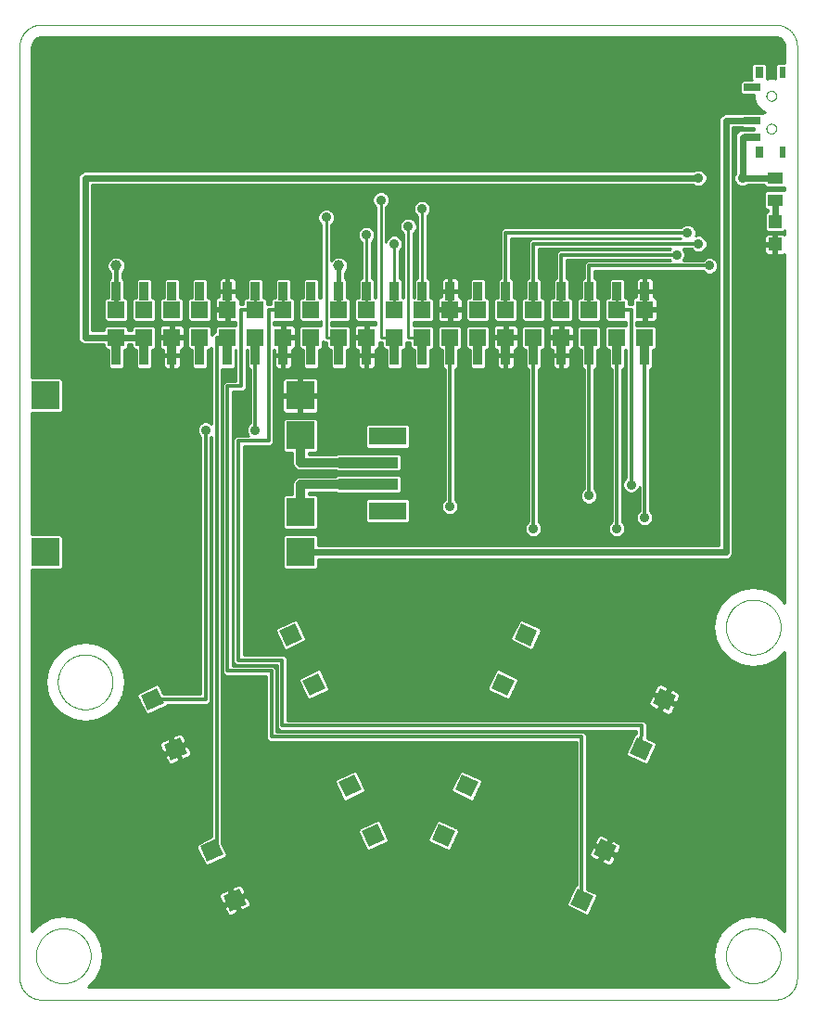
<source format=gbl>
G75*
%MOIN*%
%OFA0B0*%
%FSLAX25Y25*%
%IPPOS*%
%LPD*%
%AMOC8*
5,1,8,0,0,1.08239X$1,22.5*
%
%ADD10C,0.00000*%
%ADD11C,0.00039*%
%ADD12R,0.06000X0.06000*%
%ADD13R,0.03200X0.07000*%
%ADD14R,0.21654X0.03937*%
%ADD15R,0.13386X0.06299*%
%ADD16R,0.10000X0.10000*%
%ADD17R,0.06299X0.06102*%
%ADD18R,0.05512X0.04331*%
%ADD19R,0.04724X0.04724*%
%ADD20R,0.05906X0.02756*%
%ADD21R,0.02362X0.03937*%
%ADD22R,0.03150X0.03937*%
%ADD23C,0.01000*%
%ADD24C,0.03569*%
%ADD25C,0.03962*%
%ADD26C,0.01600*%
%ADD27C,0.01200*%
%ADD28C,0.02400*%
%ADD29C,0.03200*%
D10*
X0003248Y0009374D02*
X0003248Y0344020D01*
X0003250Y0344210D01*
X0003257Y0344400D01*
X0003269Y0344590D01*
X0003285Y0344780D01*
X0003305Y0344969D01*
X0003331Y0345158D01*
X0003360Y0345346D01*
X0003395Y0345533D01*
X0003434Y0345719D01*
X0003477Y0345904D01*
X0003525Y0346089D01*
X0003577Y0346272D01*
X0003633Y0346453D01*
X0003694Y0346633D01*
X0003760Y0346812D01*
X0003829Y0346989D01*
X0003903Y0347165D01*
X0003981Y0347338D01*
X0004064Y0347510D01*
X0004150Y0347679D01*
X0004240Y0347847D01*
X0004335Y0348012D01*
X0004433Y0348175D01*
X0004536Y0348335D01*
X0004642Y0348493D01*
X0004752Y0348648D01*
X0004865Y0348801D01*
X0004983Y0348951D01*
X0005104Y0349097D01*
X0005228Y0349241D01*
X0005356Y0349382D01*
X0005487Y0349520D01*
X0005622Y0349655D01*
X0005760Y0349786D01*
X0005901Y0349914D01*
X0006045Y0350038D01*
X0006191Y0350159D01*
X0006341Y0350277D01*
X0006494Y0350390D01*
X0006649Y0350500D01*
X0006807Y0350606D01*
X0006967Y0350709D01*
X0007130Y0350807D01*
X0007295Y0350902D01*
X0007463Y0350992D01*
X0007632Y0351078D01*
X0007804Y0351161D01*
X0007977Y0351239D01*
X0008153Y0351313D01*
X0008330Y0351382D01*
X0008509Y0351448D01*
X0008689Y0351509D01*
X0008870Y0351565D01*
X0009053Y0351617D01*
X0009238Y0351665D01*
X0009423Y0351708D01*
X0009609Y0351747D01*
X0009796Y0351782D01*
X0009984Y0351811D01*
X0010173Y0351837D01*
X0010362Y0351857D01*
X0010552Y0351873D01*
X0010742Y0351885D01*
X0010932Y0351892D01*
X0011122Y0351894D01*
X0274902Y0351894D01*
X0275092Y0351892D01*
X0275282Y0351885D01*
X0275472Y0351873D01*
X0275662Y0351857D01*
X0275851Y0351837D01*
X0276040Y0351811D01*
X0276228Y0351782D01*
X0276415Y0351747D01*
X0276601Y0351708D01*
X0276786Y0351665D01*
X0276971Y0351617D01*
X0277154Y0351565D01*
X0277335Y0351509D01*
X0277515Y0351448D01*
X0277694Y0351382D01*
X0277871Y0351313D01*
X0278047Y0351239D01*
X0278220Y0351161D01*
X0278392Y0351078D01*
X0278561Y0350992D01*
X0278729Y0350902D01*
X0278894Y0350807D01*
X0279057Y0350709D01*
X0279217Y0350606D01*
X0279375Y0350500D01*
X0279530Y0350390D01*
X0279683Y0350277D01*
X0279833Y0350159D01*
X0279979Y0350038D01*
X0280123Y0349914D01*
X0280264Y0349786D01*
X0280402Y0349655D01*
X0280537Y0349520D01*
X0280668Y0349382D01*
X0280796Y0349241D01*
X0280920Y0349097D01*
X0281041Y0348951D01*
X0281159Y0348801D01*
X0281272Y0348648D01*
X0281382Y0348493D01*
X0281488Y0348335D01*
X0281591Y0348175D01*
X0281689Y0348012D01*
X0281784Y0347847D01*
X0281874Y0347679D01*
X0281960Y0347510D01*
X0282043Y0347338D01*
X0282121Y0347165D01*
X0282195Y0346989D01*
X0282264Y0346812D01*
X0282330Y0346633D01*
X0282391Y0346453D01*
X0282447Y0346272D01*
X0282499Y0346089D01*
X0282547Y0345904D01*
X0282590Y0345719D01*
X0282629Y0345533D01*
X0282664Y0345346D01*
X0282693Y0345158D01*
X0282719Y0344969D01*
X0282739Y0344780D01*
X0282755Y0344590D01*
X0282767Y0344400D01*
X0282774Y0344210D01*
X0282776Y0344020D01*
X0282776Y0009374D01*
X0282774Y0009184D01*
X0282767Y0008994D01*
X0282755Y0008804D01*
X0282739Y0008614D01*
X0282719Y0008425D01*
X0282693Y0008236D01*
X0282664Y0008048D01*
X0282629Y0007861D01*
X0282590Y0007675D01*
X0282547Y0007490D01*
X0282499Y0007305D01*
X0282447Y0007122D01*
X0282391Y0006941D01*
X0282330Y0006761D01*
X0282264Y0006582D01*
X0282195Y0006405D01*
X0282121Y0006229D01*
X0282043Y0006056D01*
X0281960Y0005884D01*
X0281874Y0005715D01*
X0281784Y0005547D01*
X0281689Y0005382D01*
X0281591Y0005219D01*
X0281488Y0005059D01*
X0281382Y0004901D01*
X0281272Y0004746D01*
X0281159Y0004593D01*
X0281041Y0004443D01*
X0280920Y0004297D01*
X0280796Y0004153D01*
X0280668Y0004012D01*
X0280537Y0003874D01*
X0280402Y0003739D01*
X0280264Y0003608D01*
X0280123Y0003480D01*
X0279979Y0003356D01*
X0279833Y0003235D01*
X0279683Y0003117D01*
X0279530Y0003004D01*
X0279375Y0002894D01*
X0279217Y0002788D01*
X0279057Y0002685D01*
X0278894Y0002587D01*
X0278729Y0002492D01*
X0278561Y0002402D01*
X0278392Y0002316D01*
X0278220Y0002233D01*
X0278047Y0002155D01*
X0277871Y0002081D01*
X0277694Y0002012D01*
X0277515Y0001946D01*
X0277335Y0001885D01*
X0277154Y0001829D01*
X0276971Y0001777D01*
X0276786Y0001729D01*
X0276601Y0001686D01*
X0276415Y0001647D01*
X0276228Y0001612D01*
X0276040Y0001583D01*
X0275851Y0001557D01*
X0275662Y0001537D01*
X0275472Y0001521D01*
X0275282Y0001509D01*
X0275092Y0001502D01*
X0274902Y0001500D01*
X0011122Y0001500D01*
X0010932Y0001502D01*
X0010742Y0001509D01*
X0010552Y0001521D01*
X0010362Y0001537D01*
X0010173Y0001557D01*
X0009984Y0001583D01*
X0009796Y0001612D01*
X0009609Y0001647D01*
X0009423Y0001686D01*
X0009238Y0001729D01*
X0009053Y0001777D01*
X0008870Y0001829D01*
X0008689Y0001885D01*
X0008509Y0001946D01*
X0008330Y0002012D01*
X0008153Y0002081D01*
X0007977Y0002155D01*
X0007804Y0002233D01*
X0007632Y0002316D01*
X0007463Y0002402D01*
X0007295Y0002492D01*
X0007130Y0002587D01*
X0006967Y0002685D01*
X0006807Y0002788D01*
X0006649Y0002894D01*
X0006494Y0003004D01*
X0006341Y0003117D01*
X0006191Y0003235D01*
X0006045Y0003356D01*
X0005901Y0003480D01*
X0005760Y0003608D01*
X0005622Y0003739D01*
X0005487Y0003874D01*
X0005356Y0004012D01*
X0005228Y0004153D01*
X0005104Y0004297D01*
X0004983Y0004443D01*
X0004865Y0004593D01*
X0004752Y0004746D01*
X0004642Y0004901D01*
X0004536Y0005059D01*
X0004433Y0005219D01*
X0004335Y0005382D01*
X0004240Y0005547D01*
X0004150Y0005715D01*
X0004064Y0005884D01*
X0003981Y0006056D01*
X0003903Y0006229D01*
X0003829Y0006405D01*
X0003760Y0006582D01*
X0003694Y0006761D01*
X0003633Y0006941D01*
X0003577Y0007122D01*
X0003525Y0007305D01*
X0003477Y0007490D01*
X0003434Y0007675D01*
X0003395Y0007861D01*
X0003360Y0008048D01*
X0003331Y0008236D01*
X0003305Y0008425D01*
X0003285Y0008614D01*
X0003269Y0008804D01*
X0003257Y0008994D01*
X0003250Y0009184D01*
X0003248Y0009374D01*
X0271752Y0314492D02*
X0271754Y0314576D01*
X0271760Y0314659D01*
X0271770Y0314742D01*
X0271784Y0314825D01*
X0271801Y0314907D01*
X0271823Y0314988D01*
X0271848Y0315067D01*
X0271877Y0315146D01*
X0271910Y0315223D01*
X0271946Y0315298D01*
X0271986Y0315372D01*
X0272029Y0315444D01*
X0272076Y0315513D01*
X0272126Y0315580D01*
X0272179Y0315645D01*
X0272235Y0315707D01*
X0272293Y0315767D01*
X0272355Y0315824D01*
X0272419Y0315877D01*
X0272486Y0315928D01*
X0272555Y0315975D01*
X0272626Y0316020D01*
X0272699Y0316060D01*
X0272774Y0316097D01*
X0272851Y0316131D01*
X0272929Y0316161D01*
X0273008Y0316187D01*
X0273089Y0316210D01*
X0273171Y0316228D01*
X0273253Y0316243D01*
X0273336Y0316254D01*
X0273419Y0316261D01*
X0273503Y0316264D01*
X0273587Y0316263D01*
X0273670Y0316258D01*
X0273754Y0316249D01*
X0273836Y0316236D01*
X0273918Y0316220D01*
X0273999Y0316199D01*
X0274080Y0316175D01*
X0274158Y0316147D01*
X0274236Y0316115D01*
X0274312Y0316079D01*
X0274386Y0316040D01*
X0274458Y0315998D01*
X0274528Y0315952D01*
X0274596Y0315903D01*
X0274661Y0315851D01*
X0274724Y0315796D01*
X0274784Y0315738D01*
X0274842Y0315677D01*
X0274896Y0315613D01*
X0274948Y0315547D01*
X0274996Y0315479D01*
X0275041Y0315408D01*
X0275082Y0315335D01*
X0275121Y0315261D01*
X0275155Y0315185D01*
X0275186Y0315107D01*
X0275213Y0315028D01*
X0275237Y0314947D01*
X0275256Y0314866D01*
X0275272Y0314784D01*
X0275284Y0314701D01*
X0275292Y0314617D01*
X0275296Y0314534D01*
X0275296Y0314450D01*
X0275292Y0314367D01*
X0275284Y0314283D01*
X0275272Y0314200D01*
X0275256Y0314118D01*
X0275237Y0314037D01*
X0275213Y0313956D01*
X0275186Y0313877D01*
X0275155Y0313799D01*
X0275121Y0313723D01*
X0275082Y0313649D01*
X0275041Y0313576D01*
X0274996Y0313505D01*
X0274948Y0313437D01*
X0274896Y0313371D01*
X0274842Y0313307D01*
X0274784Y0313246D01*
X0274724Y0313188D01*
X0274661Y0313133D01*
X0274596Y0313081D01*
X0274528Y0313032D01*
X0274458Y0312986D01*
X0274386Y0312944D01*
X0274312Y0312905D01*
X0274236Y0312869D01*
X0274158Y0312837D01*
X0274080Y0312809D01*
X0273999Y0312785D01*
X0273918Y0312764D01*
X0273836Y0312748D01*
X0273754Y0312735D01*
X0273670Y0312726D01*
X0273587Y0312721D01*
X0273503Y0312720D01*
X0273419Y0312723D01*
X0273336Y0312730D01*
X0273253Y0312741D01*
X0273171Y0312756D01*
X0273089Y0312774D01*
X0273008Y0312797D01*
X0272929Y0312823D01*
X0272851Y0312853D01*
X0272774Y0312887D01*
X0272699Y0312924D01*
X0272626Y0312964D01*
X0272555Y0313009D01*
X0272486Y0313056D01*
X0272419Y0313107D01*
X0272355Y0313160D01*
X0272293Y0313217D01*
X0272235Y0313277D01*
X0272179Y0313339D01*
X0272126Y0313404D01*
X0272076Y0313471D01*
X0272029Y0313540D01*
X0271986Y0313612D01*
X0271946Y0313686D01*
X0271910Y0313761D01*
X0271877Y0313838D01*
X0271848Y0313917D01*
X0271823Y0313996D01*
X0271801Y0314077D01*
X0271784Y0314159D01*
X0271770Y0314242D01*
X0271760Y0314325D01*
X0271754Y0314408D01*
X0271752Y0314492D01*
X0271752Y0326303D02*
X0271754Y0326387D01*
X0271760Y0326470D01*
X0271770Y0326553D01*
X0271784Y0326636D01*
X0271801Y0326718D01*
X0271823Y0326799D01*
X0271848Y0326878D01*
X0271877Y0326957D01*
X0271910Y0327034D01*
X0271946Y0327109D01*
X0271986Y0327183D01*
X0272029Y0327255D01*
X0272076Y0327324D01*
X0272126Y0327391D01*
X0272179Y0327456D01*
X0272235Y0327518D01*
X0272293Y0327578D01*
X0272355Y0327635D01*
X0272419Y0327688D01*
X0272486Y0327739D01*
X0272555Y0327786D01*
X0272626Y0327831D01*
X0272699Y0327871D01*
X0272774Y0327908D01*
X0272851Y0327942D01*
X0272929Y0327972D01*
X0273008Y0327998D01*
X0273089Y0328021D01*
X0273171Y0328039D01*
X0273253Y0328054D01*
X0273336Y0328065D01*
X0273419Y0328072D01*
X0273503Y0328075D01*
X0273587Y0328074D01*
X0273670Y0328069D01*
X0273754Y0328060D01*
X0273836Y0328047D01*
X0273918Y0328031D01*
X0273999Y0328010D01*
X0274080Y0327986D01*
X0274158Y0327958D01*
X0274236Y0327926D01*
X0274312Y0327890D01*
X0274386Y0327851D01*
X0274458Y0327809D01*
X0274528Y0327763D01*
X0274596Y0327714D01*
X0274661Y0327662D01*
X0274724Y0327607D01*
X0274784Y0327549D01*
X0274842Y0327488D01*
X0274896Y0327424D01*
X0274948Y0327358D01*
X0274996Y0327290D01*
X0275041Y0327219D01*
X0275082Y0327146D01*
X0275121Y0327072D01*
X0275155Y0326996D01*
X0275186Y0326918D01*
X0275213Y0326839D01*
X0275237Y0326758D01*
X0275256Y0326677D01*
X0275272Y0326595D01*
X0275284Y0326512D01*
X0275292Y0326428D01*
X0275296Y0326345D01*
X0275296Y0326261D01*
X0275292Y0326178D01*
X0275284Y0326094D01*
X0275272Y0326011D01*
X0275256Y0325929D01*
X0275237Y0325848D01*
X0275213Y0325767D01*
X0275186Y0325688D01*
X0275155Y0325610D01*
X0275121Y0325534D01*
X0275082Y0325460D01*
X0275041Y0325387D01*
X0274996Y0325316D01*
X0274948Y0325248D01*
X0274896Y0325182D01*
X0274842Y0325118D01*
X0274784Y0325057D01*
X0274724Y0324999D01*
X0274661Y0324944D01*
X0274596Y0324892D01*
X0274528Y0324843D01*
X0274458Y0324797D01*
X0274386Y0324755D01*
X0274312Y0324716D01*
X0274236Y0324680D01*
X0274158Y0324648D01*
X0274080Y0324620D01*
X0273999Y0324596D01*
X0273918Y0324575D01*
X0273836Y0324559D01*
X0273754Y0324546D01*
X0273670Y0324537D01*
X0273587Y0324532D01*
X0273503Y0324531D01*
X0273419Y0324534D01*
X0273336Y0324541D01*
X0273253Y0324552D01*
X0273171Y0324567D01*
X0273089Y0324585D01*
X0273008Y0324608D01*
X0272929Y0324634D01*
X0272851Y0324664D01*
X0272774Y0324698D01*
X0272699Y0324735D01*
X0272626Y0324775D01*
X0272555Y0324820D01*
X0272486Y0324867D01*
X0272419Y0324918D01*
X0272355Y0324971D01*
X0272293Y0325028D01*
X0272235Y0325088D01*
X0272179Y0325150D01*
X0272126Y0325215D01*
X0272076Y0325282D01*
X0272029Y0325351D01*
X0271986Y0325423D01*
X0271946Y0325497D01*
X0271910Y0325572D01*
X0271877Y0325649D01*
X0271848Y0325728D01*
X0271823Y0325807D01*
X0271801Y0325888D01*
X0271784Y0325970D01*
X0271770Y0326053D01*
X0271760Y0326136D01*
X0271754Y0326219D01*
X0271752Y0326303D01*
D11*
X0257185Y0135358D02*
X0257188Y0135600D01*
X0257197Y0135841D01*
X0257212Y0136082D01*
X0257232Y0136323D01*
X0257259Y0136563D01*
X0257292Y0136802D01*
X0257330Y0137041D01*
X0257374Y0137278D01*
X0257424Y0137515D01*
X0257480Y0137750D01*
X0257542Y0137983D01*
X0257609Y0138215D01*
X0257682Y0138446D01*
X0257760Y0138674D01*
X0257845Y0138900D01*
X0257934Y0139125D01*
X0258029Y0139347D01*
X0258130Y0139566D01*
X0258236Y0139784D01*
X0258347Y0139998D01*
X0258464Y0140210D01*
X0258585Y0140418D01*
X0258712Y0140624D01*
X0258844Y0140826D01*
X0258981Y0141026D01*
X0259122Y0141221D01*
X0259268Y0141414D01*
X0259419Y0141602D01*
X0259575Y0141787D01*
X0259735Y0141968D01*
X0259899Y0142145D01*
X0260068Y0142318D01*
X0260241Y0142487D01*
X0260418Y0142651D01*
X0260599Y0142811D01*
X0260784Y0142967D01*
X0260972Y0143118D01*
X0261165Y0143264D01*
X0261360Y0143405D01*
X0261560Y0143542D01*
X0261762Y0143674D01*
X0261968Y0143801D01*
X0262176Y0143922D01*
X0262388Y0144039D01*
X0262602Y0144150D01*
X0262820Y0144256D01*
X0263039Y0144357D01*
X0263261Y0144452D01*
X0263486Y0144541D01*
X0263712Y0144626D01*
X0263940Y0144704D01*
X0264171Y0144777D01*
X0264403Y0144844D01*
X0264636Y0144906D01*
X0264871Y0144962D01*
X0265108Y0145012D01*
X0265345Y0145056D01*
X0265584Y0145094D01*
X0265823Y0145127D01*
X0266063Y0145154D01*
X0266304Y0145174D01*
X0266545Y0145189D01*
X0266786Y0145198D01*
X0267028Y0145201D01*
X0267270Y0145198D01*
X0267511Y0145189D01*
X0267752Y0145174D01*
X0267993Y0145154D01*
X0268233Y0145127D01*
X0268472Y0145094D01*
X0268711Y0145056D01*
X0268948Y0145012D01*
X0269185Y0144962D01*
X0269420Y0144906D01*
X0269653Y0144844D01*
X0269885Y0144777D01*
X0270116Y0144704D01*
X0270344Y0144626D01*
X0270570Y0144541D01*
X0270795Y0144452D01*
X0271017Y0144357D01*
X0271236Y0144256D01*
X0271454Y0144150D01*
X0271668Y0144039D01*
X0271880Y0143922D01*
X0272088Y0143801D01*
X0272294Y0143674D01*
X0272496Y0143542D01*
X0272696Y0143405D01*
X0272891Y0143264D01*
X0273084Y0143118D01*
X0273272Y0142967D01*
X0273457Y0142811D01*
X0273638Y0142651D01*
X0273815Y0142487D01*
X0273988Y0142318D01*
X0274157Y0142145D01*
X0274321Y0141968D01*
X0274481Y0141787D01*
X0274637Y0141602D01*
X0274788Y0141414D01*
X0274934Y0141221D01*
X0275075Y0141026D01*
X0275212Y0140826D01*
X0275344Y0140624D01*
X0275471Y0140418D01*
X0275592Y0140210D01*
X0275709Y0139998D01*
X0275820Y0139784D01*
X0275926Y0139566D01*
X0276027Y0139347D01*
X0276122Y0139125D01*
X0276211Y0138900D01*
X0276296Y0138674D01*
X0276374Y0138446D01*
X0276447Y0138215D01*
X0276514Y0137983D01*
X0276576Y0137750D01*
X0276632Y0137515D01*
X0276682Y0137278D01*
X0276726Y0137041D01*
X0276764Y0136802D01*
X0276797Y0136563D01*
X0276824Y0136323D01*
X0276844Y0136082D01*
X0276859Y0135841D01*
X0276868Y0135600D01*
X0276871Y0135358D01*
X0276868Y0135116D01*
X0276859Y0134875D01*
X0276844Y0134634D01*
X0276824Y0134393D01*
X0276797Y0134153D01*
X0276764Y0133914D01*
X0276726Y0133675D01*
X0276682Y0133438D01*
X0276632Y0133201D01*
X0276576Y0132966D01*
X0276514Y0132733D01*
X0276447Y0132501D01*
X0276374Y0132270D01*
X0276296Y0132042D01*
X0276211Y0131816D01*
X0276122Y0131591D01*
X0276027Y0131369D01*
X0275926Y0131150D01*
X0275820Y0130932D01*
X0275709Y0130718D01*
X0275592Y0130506D01*
X0275471Y0130298D01*
X0275344Y0130092D01*
X0275212Y0129890D01*
X0275075Y0129690D01*
X0274934Y0129495D01*
X0274788Y0129302D01*
X0274637Y0129114D01*
X0274481Y0128929D01*
X0274321Y0128748D01*
X0274157Y0128571D01*
X0273988Y0128398D01*
X0273815Y0128229D01*
X0273638Y0128065D01*
X0273457Y0127905D01*
X0273272Y0127749D01*
X0273084Y0127598D01*
X0272891Y0127452D01*
X0272696Y0127311D01*
X0272496Y0127174D01*
X0272294Y0127042D01*
X0272088Y0126915D01*
X0271880Y0126794D01*
X0271668Y0126677D01*
X0271454Y0126566D01*
X0271236Y0126460D01*
X0271017Y0126359D01*
X0270795Y0126264D01*
X0270570Y0126175D01*
X0270344Y0126090D01*
X0270116Y0126012D01*
X0269885Y0125939D01*
X0269653Y0125872D01*
X0269420Y0125810D01*
X0269185Y0125754D01*
X0268948Y0125704D01*
X0268711Y0125660D01*
X0268472Y0125622D01*
X0268233Y0125589D01*
X0267993Y0125562D01*
X0267752Y0125542D01*
X0267511Y0125527D01*
X0267270Y0125518D01*
X0267028Y0125515D01*
X0266786Y0125518D01*
X0266545Y0125527D01*
X0266304Y0125542D01*
X0266063Y0125562D01*
X0265823Y0125589D01*
X0265584Y0125622D01*
X0265345Y0125660D01*
X0265108Y0125704D01*
X0264871Y0125754D01*
X0264636Y0125810D01*
X0264403Y0125872D01*
X0264171Y0125939D01*
X0263940Y0126012D01*
X0263712Y0126090D01*
X0263486Y0126175D01*
X0263261Y0126264D01*
X0263039Y0126359D01*
X0262820Y0126460D01*
X0262602Y0126566D01*
X0262388Y0126677D01*
X0262176Y0126794D01*
X0261968Y0126915D01*
X0261762Y0127042D01*
X0261560Y0127174D01*
X0261360Y0127311D01*
X0261165Y0127452D01*
X0260972Y0127598D01*
X0260784Y0127749D01*
X0260599Y0127905D01*
X0260418Y0128065D01*
X0260241Y0128229D01*
X0260068Y0128398D01*
X0259899Y0128571D01*
X0259735Y0128748D01*
X0259575Y0128929D01*
X0259419Y0129114D01*
X0259268Y0129302D01*
X0259122Y0129495D01*
X0258981Y0129690D01*
X0258844Y0129890D01*
X0258712Y0130092D01*
X0258585Y0130298D01*
X0258464Y0130506D01*
X0258347Y0130718D01*
X0258236Y0130932D01*
X0258130Y0131150D01*
X0258029Y0131369D01*
X0257934Y0131591D01*
X0257845Y0131816D01*
X0257760Y0132042D01*
X0257682Y0132270D01*
X0257609Y0132501D01*
X0257542Y0132733D01*
X0257480Y0132966D01*
X0257424Y0133201D01*
X0257374Y0133438D01*
X0257330Y0133675D01*
X0257292Y0133914D01*
X0257259Y0134153D01*
X0257232Y0134393D01*
X0257212Y0134634D01*
X0257197Y0134875D01*
X0257188Y0135116D01*
X0257185Y0135358D01*
X0257185Y0017248D02*
X0257188Y0017490D01*
X0257197Y0017731D01*
X0257212Y0017972D01*
X0257232Y0018213D01*
X0257259Y0018453D01*
X0257292Y0018692D01*
X0257330Y0018931D01*
X0257374Y0019168D01*
X0257424Y0019405D01*
X0257480Y0019640D01*
X0257542Y0019873D01*
X0257609Y0020105D01*
X0257682Y0020336D01*
X0257760Y0020564D01*
X0257845Y0020790D01*
X0257934Y0021015D01*
X0258029Y0021237D01*
X0258130Y0021456D01*
X0258236Y0021674D01*
X0258347Y0021888D01*
X0258464Y0022100D01*
X0258585Y0022308D01*
X0258712Y0022514D01*
X0258844Y0022716D01*
X0258981Y0022916D01*
X0259122Y0023111D01*
X0259268Y0023304D01*
X0259419Y0023492D01*
X0259575Y0023677D01*
X0259735Y0023858D01*
X0259899Y0024035D01*
X0260068Y0024208D01*
X0260241Y0024377D01*
X0260418Y0024541D01*
X0260599Y0024701D01*
X0260784Y0024857D01*
X0260972Y0025008D01*
X0261165Y0025154D01*
X0261360Y0025295D01*
X0261560Y0025432D01*
X0261762Y0025564D01*
X0261968Y0025691D01*
X0262176Y0025812D01*
X0262388Y0025929D01*
X0262602Y0026040D01*
X0262820Y0026146D01*
X0263039Y0026247D01*
X0263261Y0026342D01*
X0263486Y0026431D01*
X0263712Y0026516D01*
X0263940Y0026594D01*
X0264171Y0026667D01*
X0264403Y0026734D01*
X0264636Y0026796D01*
X0264871Y0026852D01*
X0265108Y0026902D01*
X0265345Y0026946D01*
X0265584Y0026984D01*
X0265823Y0027017D01*
X0266063Y0027044D01*
X0266304Y0027064D01*
X0266545Y0027079D01*
X0266786Y0027088D01*
X0267028Y0027091D01*
X0267270Y0027088D01*
X0267511Y0027079D01*
X0267752Y0027064D01*
X0267993Y0027044D01*
X0268233Y0027017D01*
X0268472Y0026984D01*
X0268711Y0026946D01*
X0268948Y0026902D01*
X0269185Y0026852D01*
X0269420Y0026796D01*
X0269653Y0026734D01*
X0269885Y0026667D01*
X0270116Y0026594D01*
X0270344Y0026516D01*
X0270570Y0026431D01*
X0270795Y0026342D01*
X0271017Y0026247D01*
X0271236Y0026146D01*
X0271454Y0026040D01*
X0271668Y0025929D01*
X0271880Y0025812D01*
X0272088Y0025691D01*
X0272294Y0025564D01*
X0272496Y0025432D01*
X0272696Y0025295D01*
X0272891Y0025154D01*
X0273084Y0025008D01*
X0273272Y0024857D01*
X0273457Y0024701D01*
X0273638Y0024541D01*
X0273815Y0024377D01*
X0273988Y0024208D01*
X0274157Y0024035D01*
X0274321Y0023858D01*
X0274481Y0023677D01*
X0274637Y0023492D01*
X0274788Y0023304D01*
X0274934Y0023111D01*
X0275075Y0022916D01*
X0275212Y0022716D01*
X0275344Y0022514D01*
X0275471Y0022308D01*
X0275592Y0022100D01*
X0275709Y0021888D01*
X0275820Y0021674D01*
X0275926Y0021456D01*
X0276027Y0021237D01*
X0276122Y0021015D01*
X0276211Y0020790D01*
X0276296Y0020564D01*
X0276374Y0020336D01*
X0276447Y0020105D01*
X0276514Y0019873D01*
X0276576Y0019640D01*
X0276632Y0019405D01*
X0276682Y0019168D01*
X0276726Y0018931D01*
X0276764Y0018692D01*
X0276797Y0018453D01*
X0276824Y0018213D01*
X0276844Y0017972D01*
X0276859Y0017731D01*
X0276868Y0017490D01*
X0276871Y0017248D01*
X0276868Y0017006D01*
X0276859Y0016765D01*
X0276844Y0016524D01*
X0276824Y0016283D01*
X0276797Y0016043D01*
X0276764Y0015804D01*
X0276726Y0015565D01*
X0276682Y0015328D01*
X0276632Y0015091D01*
X0276576Y0014856D01*
X0276514Y0014623D01*
X0276447Y0014391D01*
X0276374Y0014160D01*
X0276296Y0013932D01*
X0276211Y0013706D01*
X0276122Y0013481D01*
X0276027Y0013259D01*
X0275926Y0013040D01*
X0275820Y0012822D01*
X0275709Y0012608D01*
X0275592Y0012396D01*
X0275471Y0012188D01*
X0275344Y0011982D01*
X0275212Y0011780D01*
X0275075Y0011580D01*
X0274934Y0011385D01*
X0274788Y0011192D01*
X0274637Y0011004D01*
X0274481Y0010819D01*
X0274321Y0010638D01*
X0274157Y0010461D01*
X0273988Y0010288D01*
X0273815Y0010119D01*
X0273638Y0009955D01*
X0273457Y0009795D01*
X0273272Y0009639D01*
X0273084Y0009488D01*
X0272891Y0009342D01*
X0272696Y0009201D01*
X0272496Y0009064D01*
X0272294Y0008932D01*
X0272088Y0008805D01*
X0271880Y0008684D01*
X0271668Y0008567D01*
X0271454Y0008456D01*
X0271236Y0008350D01*
X0271017Y0008249D01*
X0270795Y0008154D01*
X0270570Y0008065D01*
X0270344Y0007980D01*
X0270116Y0007902D01*
X0269885Y0007829D01*
X0269653Y0007762D01*
X0269420Y0007700D01*
X0269185Y0007644D01*
X0268948Y0007594D01*
X0268711Y0007550D01*
X0268472Y0007512D01*
X0268233Y0007479D01*
X0267993Y0007452D01*
X0267752Y0007432D01*
X0267511Y0007417D01*
X0267270Y0007408D01*
X0267028Y0007405D01*
X0266786Y0007408D01*
X0266545Y0007417D01*
X0266304Y0007432D01*
X0266063Y0007452D01*
X0265823Y0007479D01*
X0265584Y0007512D01*
X0265345Y0007550D01*
X0265108Y0007594D01*
X0264871Y0007644D01*
X0264636Y0007700D01*
X0264403Y0007762D01*
X0264171Y0007829D01*
X0263940Y0007902D01*
X0263712Y0007980D01*
X0263486Y0008065D01*
X0263261Y0008154D01*
X0263039Y0008249D01*
X0262820Y0008350D01*
X0262602Y0008456D01*
X0262388Y0008567D01*
X0262176Y0008684D01*
X0261968Y0008805D01*
X0261762Y0008932D01*
X0261560Y0009064D01*
X0261360Y0009201D01*
X0261165Y0009342D01*
X0260972Y0009488D01*
X0260784Y0009639D01*
X0260599Y0009795D01*
X0260418Y0009955D01*
X0260241Y0010119D01*
X0260068Y0010288D01*
X0259899Y0010461D01*
X0259735Y0010638D01*
X0259575Y0010819D01*
X0259419Y0011004D01*
X0259268Y0011192D01*
X0259122Y0011385D01*
X0258981Y0011580D01*
X0258844Y0011780D01*
X0258712Y0011982D01*
X0258585Y0012188D01*
X0258464Y0012396D01*
X0258347Y0012608D01*
X0258236Y0012822D01*
X0258130Y0013040D01*
X0258029Y0013259D01*
X0257934Y0013481D01*
X0257845Y0013706D01*
X0257760Y0013932D01*
X0257682Y0014160D01*
X0257609Y0014391D01*
X0257542Y0014623D01*
X0257480Y0014856D01*
X0257424Y0015091D01*
X0257374Y0015328D01*
X0257330Y0015565D01*
X0257292Y0015804D01*
X0257259Y0016043D01*
X0257232Y0016283D01*
X0257212Y0016524D01*
X0257197Y0016765D01*
X0257188Y0017006D01*
X0257185Y0017248D01*
X0017027Y0115673D02*
X0017030Y0115915D01*
X0017039Y0116156D01*
X0017054Y0116397D01*
X0017074Y0116638D01*
X0017101Y0116878D01*
X0017134Y0117117D01*
X0017172Y0117356D01*
X0017216Y0117593D01*
X0017266Y0117830D01*
X0017322Y0118065D01*
X0017384Y0118298D01*
X0017451Y0118530D01*
X0017524Y0118761D01*
X0017602Y0118989D01*
X0017687Y0119215D01*
X0017776Y0119440D01*
X0017871Y0119662D01*
X0017972Y0119881D01*
X0018078Y0120099D01*
X0018189Y0120313D01*
X0018306Y0120525D01*
X0018427Y0120733D01*
X0018554Y0120939D01*
X0018686Y0121141D01*
X0018823Y0121341D01*
X0018964Y0121536D01*
X0019110Y0121729D01*
X0019261Y0121917D01*
X0019417Y0122102D01*
X0019577Y0122283D01*
X0019741Y0122460D01*
X0019910Y0122633D01*
X0020083Y0122802D01*
X0020260Y0122966D01*
X0020441Y0123126D01*
X0020626Y0123282D01*
X0020814Y0123433D01*
X0021007Y0123579D01*
X0021202Y0123720D01*
X0021402Y0123857D01*
X0021604Y0123989D01*
X0021810Y0124116D01*
X0022018Y0124237D01*
X0022230Y0124354D01*
X0022444Y0124465D01*
X0022662Y0124571D01*
X0022881Y0124672D01*
X0023103Y0124767D01*
X0023328Y0124856D01*
X0023554Y0124941D01*
X0023782Y0125019D01*
X0024013Y0125092D01*
X0024245Y0125159D01*
X0024478Y0125221D01*
X0024713Y0125277D01*
X0024950Y0125327D01*
X0025187Y0125371D01*
X0025426Y0125409D01*
X0025665Y0125442D01*
X0025905Y0125469D01*
X0026146Y0125489D01*
X0026387Y0125504D01*
X0026628Y0125513D01*
X0026870Y0125516D01*
X0027112Y0125513D01*
X0027353Y0125504D01*
X0027594Y0125489D01*
X0027835Y0125469D01*
X0028075Y0125442D01*
X0028314Y0125409D01*
X0028553Y0125371D01*
X0028790Y0125327D01*
X0029027Y0125277D01*
X0029262Y0125221D01*
X0029495Y0125159D01*
X0029727Y0125092D01*
X0029958Y0125019D01*
X0030186Y0124941D01*
X0030412Y0124856D01*
X0030637Y0124767D01*
X0030859Y0124672D01*
X0031078Y0124571D01*
X0031296Y0124465D01*
X0031510Y0124354D01*
X0031722Y0124237D01*
X0031930Y0124116D01*
X0032136Y0123989D01*
X0032338Y0123857D01*
X0032538Y0123720D01*
X0032733Y0123579D01*
X0032926Y0123433D01*
X0033114Y0123282D01*
X0033299Y0123126D01*
X0033480Y0122966D01*
X0033657Y0122802D01*
X0033830Y0122633D01*
X0033999Y0122460D01*
X0034163Y0122283D01*
X0034323Y0122102D01*
X0034479Y0121917D01*
X0034630Y0121729D01*
X0034776Y0121536D01*
X0034917Y0121341D01*
X0035054Y0121141D01*
X0035186Y0120939D01*
X0035313Y0120733D01*
X0035434Y0120525D01*
X0035551Y0120313D01*
X0035662Y0120099D01*
X0035768Y0119881D01*
X0035869Y0119662D01*
X0035964Y0119440D01*
X0036053Y0119215D01*
X0036138Y0118989D01*
X0036216Y0118761D01*
X0036289Y0118530D01*
X0036356Y0118298D01*
X0036418Y0118065D01*
X0036474Y0117830D01*
X0036524Y0117593D01*
X0036568Y0117356D01*
X0036606Y0117117D01*
X0036639Y0116878D01*
X0036666Y0116638D01*
X0036686Y0116397D01*
X0036701Y0116156D01*
X0036710Y0115915D01*
X0036713Y0115673D01*
X0036710Y0115431D01*
X0036701Y0115190D01*
X0036686Y0114949D01*
X0036666Y0114708D01*
X0036639Y0114468D01*
X0036606Y0114229D01*
X0036568Y0113990D01*
X0036524Y0113753D01*
X0036474Y0113516D01*
X0036418Y0113281D01*
X0036356Y0113048D01*
X0036289Y0112816D01*
X0036216Y0112585D01*
X0036138Y0112357D01*
X0036053Y0112131D01*
X0035964Y0111906D01*
X0035869Y0111684D01*
X0035768Y0111465D01*
X0035662Y0111247D01*
X0035551Y0111033D01*
X0035434Y0110821D01*
X0035313Y0110613D01*
X0035186Y0110407D01*
X0035054Y0110205D01*
X0034917Y0110005D01*
X0034776Y0109810D01*
X0034630Y0109617D01*
X0034479Y0109429D01*
X0034323Y0109244D01*
X0034163Y0109063D01*
X0033999Y0108886D01*
X0033830Y0108713D01*
X0033657Y0108544D01*
X0033480Y0108380D01*
X0033299Y0108220D01*
X0033114Y0108064D01*
X0032926Y0107913D01*
X0032733Y0107767D01*
X0032538Y0107626D01*
X0032338Y0107489D01*
X0032136Y0107357D01*
X0031930Y0107230D01*
X0031722Y0107109D01*
X0031510Y0106992D01*
X0031296Y0106881D01*
X0031078Y0106775D01*
X0030859Y0106674D01*
X0030637Y0106579D01*
X0030412Y0106490D01*
X0030186Y0106405D01*
X0029958Y0106327D01*
X0029727Y0106254D01*
X0029495Y0106187D01*
X0029262Y0106125D01*
X0029027Y0106069D01*
X0028790Y0106019D01*
X0028553Y0105975D01*
X0028314Y0105937D01*
X0028075Y0105904D01*
X0027835Y0105877D01*
X0027594Y0105857D01*
X0027353Y0105842D01*
X0027112Y0105833D01*
X0026870Y0105830D01*
X0026628Y0105833D01*
X0026387Y0105842D01*
X0026146Y0105857D01*
X0025905Y0105877D01*
X0025665Y0105904D01*
X0025426Y0105937D01*
X0025187Y0105975D01*
X0024950Y0106019D01*
X0024713Y0106069D01*
X0024478Y0106125D01*
X0024245Y0106187D01*
X0024013Y0106254D01*
X0023782Y0106327D01*
X0023554Y0106405D01*
X0023328Y0106490D01*
X0023103Y0106579D01*
X0022881Y0106674D01*
X0022662Y0106775D01*
X0022444Y0106881D01*
X0022230Y0106992D01*
X0022018Y0107109D01*
X0021810Y0107230D01*
X0021604Y0107357D01*
X0021402Y0107489D01*
X0021202Y0107626D01*
X0021007Y0107767D01*
X0020814Y0107913D01*
X0020626Y0108064D01*
X0020441Y0108220D01*
X0020260Y0108380D01*
X0020083Y0108544D01*
X0019910Y0108713D01*
X0019741Y0108886D01*
X0019577Y0109063D01*
X0019417Y0109244D01*
X0019261Y0109429D01*
X0019110Y0109617D01*
X0018964Y0109810D01*
X0018823Y0110005D01*
X0018686Y0110205D01*
X0018554Y0110407D01*
X0018427Y0110613D01*
X0018306Y0110821D01*
X0018189Y0111033D01*
X0018078Y0111247D01*
X0017972Y0111465D01*
X0017871Y0111684D01*
X0017776Y0111906D01*
X0017687Y0112131D01*
X0017602Y0112357D01*
X0017524Y0112585D01*
X0017451Y0112816D01*
X0017384Y0113048D01*
X0017322Y0113281D01*
X0017266Y0113516D01*
X0017216Y0113753D01*
X0017172Y0113990D01*
X0017134Y0114229D01*
X0017101Y0114468D01*
X0017074Y0114708D01*
X0017054Y0114949D01*
X0017039Y0115190D01*
X0017030Y0115431D01*
X0017027Y0115673D01*
X0009153Y0017248D02*
X0009156Y0017490D01*
X0009165Y0017731D01*
X0009180Y0017972D01*
X0009200Y0018213D01*
X0009227Y0018453D01*
X0009260Y0018692D01*
X0009298Y0018931D01*
X0009342Y0019168D01*
X0009392Y0019405D01*
X0009448Y0019640D01*
X0009510Y0019873D01*
X0009577Y0020105D01*
X0009650Y0020336D01*
X0009728Y0020564D01*
X0009813Y0020790D01*
X0009902Y0021015D01*
X0009997Y0021237D01*
X0010098Y0021456D01*
X0010204Y0021674D01*
X0010315Y0021888D01*
X0010432Y0022100D01*
X0010553Y0022308D01*
X0010680Y0022514D01*
X0010812Y0022716D01*
X0010949Y0022916D01*
X0011090Y0023111D01*
X0011236Y0023304D01*
X0011387Y0023492D01*
X0011543Y0023677D01*
X0011703Y0023858D01*
X0011867Y0024035D01*
X0012036Y0024208D01*
X0012209Y0024377D01*
X0012386Y0024541D01*
X0012567Y0024701D01*
X0012752Y0024857D01*
X0012940Y0025008D01*
X0013133Y0025154D01*
X0013328Y0025295D01*
X0013528Y0025432D01*
X0013730Y0025564D01*
X0013936Y0025691D01*
X0014144Y0025812D01*
X0014356Y0025929D01*
X0014570Y0026040D01*
X0014788Y0026146D01*
X0015007Y0026247D01*
X0015229Y0026342D01*
X0015454Y0026431D01*
X0015680Y0026516D01*
X0015908Y0026594D01*
X0016139Y0026667D01*
X0016371Y0026734D01*
X0016604Y0026796D01*
X0016839Y0026852D01*
X0017076Y0026902D01*
X0017313Y0026946D01*
X0017552Y0026984D01*
X0017791Y0027017D01*
X0018031Y0027044D01*
X0018272Y0027064D01*
X0018513Y0027079D01*
X0018754Y0027088D01*
X0018996Y0027091D01*
X0019238Y0027088D01*
X0019479Y0027079D01*
X0019720Y0027064D01*
X0019961Y0027044D01*
X0020201Y0027017D01*
X0020440Y0026984D01*
X0020679Y0026946D01*
X0020916Y0026902D01*
X0021153Y0026852D01*
X0021388Y0026796D01*
X0021621Y0026734D01*
X0021853Y0026667D01*
X0022084Y0026594D01*
X0022312Y0026516D01*
X0022538Y0026431D01*
X0022763Y0026342D01*
X0022985Y0026247D01*
X0023204Y0026146D01*
X0023422Y0026040D01*
X0023636Y0025929D01*
X0023848Y0025812D01*
X0024056Y0025691D01*
X0024262Y0025564D01*
X0024464Y0025432D01*
X0024664Y0025295D01*
X0024859Y0025154D01*
X0025052Y0025008D01*
X0025240Y0024857D01*
X0025425Y0024701D01*
X0025606Y0024541D01*
X0025783Y0024377D01*
X0025956Y0024208D01*
X0026125Y0024035D01*
X0026289Y0023858D01*
X0026449Y0023677D01*
X0026605Y0023492D01*
X0026756Y0023304D01*
X0026902Y0023111D01*
X0027043Y0022916D01*
X0027180Y0022716D01*
X0027312Y0022514D01*
X0027439Y0022308D01*
X0027560Y0022100D01*
X0027677Y0021888D01*
X0027788Y0021674D01*
X0027894Y0021456D01*
X0027995Y0021237D01*
X0028090Y0021015D01*
X0028179Y0020790D01*
X0028264Y0020564D01*
X0028342Y0020336D01*
X0028415Y0020105D01*
X0028482Y0019873D01*
X0028544Y0019640D01*
X0028600Y0019405D01*
X0028650Y0019168D01*
X0028694Y0018931D01*
X0028732Y0018692D01*
X0028765Y0018453D01*
X0028792Y0018213D01*
X0028812Y0017972D01*
X0028827Y0017731D01*
X0028836Y0017490D01*
X0028839Y0017248D01*
X0028836Y0017006D01*
X0028827Y0016765D01*
X0028812Y0016524D01*
X0028792Y0016283D01*
X0028765Y0016043D01*
X0028732Y0015804D01*
X0028694Y0015565D01*
X0028650Y0015328D01*
X0028600Y0015091D01*
X0028544Y0014856D01*
X0028482Y0014623D01*
X0028415Y0014391D01*
X0028342Y0014160D01*
X0028264Y0013932D01*
X0028179Y0013706D01*
X0028090Y0013481D01*
X0027995Y0013259D01*
X0027894Y0013040D01*
X0027788Y0012822D01*
X0027677Y0012608D01*
X0027560Y0012396D01*
X0027439Y0012188D01*
X0027312Y0011982D01*
X0027180Y0011780D01*
X0027043Y0011580D01*
X0026902Y0011385D01*
X0026756Y0011192D01*
X0026605Y0011004D01*
X0026449Y0010819D01*
X0026289Y0010638D01*
X0026125Y0010461D01*
X0025956Y0010288D01*
X0025783Y0010119D01*
X0025606Y0009955D01*
X0025425Y0009795D01*
X0025240Y0009639D01*
X0025052Y0009488D01*
X0024859Y0009342D01*
X0024664Y0009201D01*
X0024464Y0009064D01*
X0024262Y0008932D01*
X0024056Y0008805D01*
X0023848Y0008684D01*
X0023636Y0008567D01*
X0023422Y0008456D01*
X0023204Y0008350D01*
X0022985Y0008249D01*
X0022763Y0008154D01*
X0022538Y0008065D01*
X0022312Y0007980D01*
X0022084Y0007902D01*
X0021853Y0007829D01*
X0021621Y0007762D01*
X0021388Y0007700D01*
X0021153Y0007644D01*
X0020916Y0007594D01*
X0020679Y0007550D01*
X0020440Y0007512D01*
X0020201Y0007479D01*
X0019961Y0007452D01*
X0019720Y0007432D01*
X0019479Y0007417D01*
X0019238Y0007408D01*
X0018996Y0007405D01*
X0018754Y0007408D01*
X0018513Y0007417D01*
X0018272Y0007432D01*
X0018031Y0007452D01*
X0017791Y0007479D01*
X0017552Y0007512D01*
X0017313Y0007550D01*
X0017076Y0007594D01*
X0016839Y0007644D01*
X0016604Y0007700D01*
X0016371Y0007762D01*
X0016139Y0007829D01*
X0015908Y0007902D01*
X0015680Y0007980D01*
X0015454Y0008065D01*
X0015229Y0008154D01*
X0015007Y0008249D01*
X0014788Y0008350D01*
X0014570Y0008456D01*
X0014356Y0008567D01*
X0014144Y0008684D01*
X0013936Y0008805D01*
X0013730Y0008932D01*
X0013528Y0009064D01*
X0013328Y0009201D01*
X0013133Y0009342D01*
X0012940Y0009488D01*
X0012752Y0009639D01*
X0012567Y0009795D01*
X0012386Y0009955D01*
X0012209Y0010119D01*
X0012036Y0010288D01*
X0011867Y0010461D01*
X0011703Y0010638D01*
X0011543Y0010819D01*
X0011387Y0011004D01*
X0011236Y0011192D01*
X0011090Y0011385D01*
X0010949Y0011580D01*
X0010812Y0011780D01*
X0010680Y0011982D01*
X0010553Y0012188D01*
X0010432Y0012396D01*
X0010315Y0012608D01*
X0010204Y0012822D01*
X0010098Y0013040D01*
X0009997Y0013259D01*
X0009902Y0013481D01*
X0009813Y0013706D01*
X0009728Y0013932D01*
X0009650Y0014160D01*
X0009577Y0014391D01*
X0009510Y0014623D01*
X0009448Y0014856D01*
X0009392Y0015091D01*
X0009342Y0015328D01*
X0009298Y0015565D01*
X0009260Y0015804D01*
X0009227Y0016043D01*
X0009200Y0016283D01*
X0009180Y0016524D01*
X0009165Y0016765D01*
X0009156Y0017006D01*
X0009153Y0017248D01*
D12*
X0038000Y0239520D03*
X0038000Y0249520D03*
X0048000Y0249520D03*
X0048000Y0239520D03*
X0058000Y0239520D03*
X0058000Y0249520D03*
X0068000Y0249520D03*
X0068000Y0239520D03*
X0078000Y0239520D03*
X0078000Y0249520D03*
X0088000Y0249520D03*
X0088000Y0239520D03*
X0098000Y0239520D03*
X0098000Y0249520D03*
X0108000Y0249520D03*
X0108000Y0239520D03*
X0118000Y0239520D03*
X0118000Y0249520D03*
X0128000Y0249520D03*
X0128000Y0239520D03*
X0138000Y0239520D03*
X0138000Y0249520D03*
X0148000Y0249520D03*
X0148000Y0239520D03*
X0158000Y0239520D03*
X0158000Y0249520D03*
X0168000Y0249520D03*
X0168000Y0239520D03*
X0178000Y0239520D03*
X0178000Y0249520D03*
X0188000Y0249520D03*
X0188000Y0239520D03*
X0198000Y0239520D03*
X0198000Y0249520D03*
X0208000Y0249520D03*
X0208000Y0239520D03*
X0218000Y0239520D03*
X0218000Y0249520D03*
X0228000Y0249520D03*
X0228000Y0239520D03*
D13*
X0228000Y0233020D03*
X0218000Y0233020D03*
X0208000Y0233020D03*
X0198000Y0233020D03*
X0188000Y0233020D03*
X0178000Y0233020D03*
X0168000Y0233020D03*
X0158000Y0233020D03*
X0148000Y0233020D03*
X0138000Y0233020D03*
X0128000Y0233020D03*
X0118000Y0233020D03*
X0108000Y0233020D03*
X0098000Y0233020D03*
X0088000Y0233020D03*
X0078000Y0233020D03*
X0068000Y0233020D03*
X0058000Y0233020D03*
X0048000Y0233020D03*
X0038000Y0233020D03*
X0038000Y0256020D03*
X0048000Y0256020D03*
X0058000Y0256020D03*
X0068000Y0256020D03*
X0078000Y0256020D03*
X0088000Y0256020D03*
X0098000Y0256020D03*
X0108000Y0256020D03*
X0118000Y0256020D03*
X0128000Y0256020D03*
X0138000Y0256020D03*
X0148000Y0256020D03*
X0158000Y0256020D03*
X0168000Y0256020D03*
X0178000Y0256020D03*
X0188000Y0256020D03*
X0198000Y0256020D03*
X0208000Y0256020D03*
X0218000Y0256020D03*
X0228000Y0256020D03*
D14*
X0128524Y0194512D03*
X0128524Y0186638D03*
D15*
X0135610Y0177189D03*
X0135610Y0203961D03*
D16*
X0104232Y0204256D03*
X0104232Y0218626D03*
X0104232Y0176697D03*
X0104232Y0162327D03*
X0012500Y0162327D03*
X0012500Y0218626D03*
D17*
G36*
X0046829Y0110854D02*
X0052536Y0113515D01*
X0055115Y0107986D01*
X0049408Y0105325D01*
X0046829Y0110854D01*
G37*
G36*
X0055149Y0093013D02*
X0060856Y0095674D01*
X0063435Y0090145D01*
X0057728Y0087484D01*
X0055149Y0093013D01*
G37*
G36*
X0068155Y0056594D02*
X0073862Y0059255D01*
X0076441Y0053726D01*
X0070734Y0051065D01*
X0068155Y0056594D01*
G37*
G36*
X0076474Y0038754D02*
X0082181Y0041415D01*
X0084760Y0035886D01*
X0079053Y0033225D01*
X0076474Y0038754D01*
G37*
G36*
X0117930Y0079805D02*
X0123637Y0082466D01*
X0126216Y0076937D01*
X0120509Y0074276D01*
X0117930Y0079805D01*
G37*
G36*
X0126250Y0061964D02*
X0131957Y0064625D01*
X0134536Y0059096D01*
X0128829Y0056435D01*
X0126250Y0061964D01*
G37*
G36*
X0157195Y0056435D02*
X0151488Y0059096D01*
X0154067Y0064625D01*
X0159774Y0061964D01*
X0157195Y0056435D01*
G37*
G36*
X0165514Y0074276D02*
X0159807Y0076937D01*
X0162386Y0082466D01*
X0168093Y0079805D01*
X0165514Y0074276D01*
G37*
G36*
X0178521Y0110695D02*
X0172814Y0113356D01*
X0175393Y0118885D01*
X0181100Y0116224D01*
X0178521Y0110695D01*
G37*
G36*
X0186840Y0128536D02*
X0181133Y0131197D01*
X0183712Y0136726D01*
X0189419Y0134065D01*
X0186840Y0128536D01*
G37*
G36*
X0228296Y0087484D02*
X0222589Y0090145D01*
X0225168Y0095674D01*
X0230875Y0093013D01*
X0228296Y0087484D01*
G37*
G36*
X0236615Y0105325D02*
X0230908Y0107986D01*
X0233487Y0113515D01*
X0239194Y0110854D01*
X0236615Y0105325D01*
G37*
G36*
X0215290Y0051065D02*
X0209583Y0053726D01*
X0212162Y0059255D01*
X0217869Y0056594D01*
X0215290Y0051065D01*
G37*
G36*
X0206971Y0033225D02*
X0201264Y0035886D01*
X0203843Y0041415D01*
X0209550Y0038754D01*
X0206971Y0033225D01*
G37*
G36*
X0104924Y0116224D02*
X0110631Y0118885D01*
X0113210Y0113356D01*
X0107503Y0110695D01*
X0104924Y0116224D01*
G37*
G36*
X0096605Y0134065D02*
X0102312Y0136726D01*
X0104891Y0131197D01*
X0099184Y0128536D01*
X0096605Y0134065D01*
G37*
D18*
X0274902Y0288902D03*
X0274902Y0296776D03*
D19*
X0274902Y0281224D03*
X0274902Y0272957D03*
D20*
X0266634Y0311539D03*
X0266634Y0317445D03*
X0266634Y0329256D03*
D21*
X0277461Y0334768D03*
X0277461Y0306028D03*
D22*
X0269193Y0306028D03*
X0269193Y0334768D03*
D23*
X0272068Y0335003D02*
X0274980Y0335003D01*
X0274980Y0336001D02*
X0272068Y0336001D01*
X0272068Y0337000D02*
X0274980Y0337000D01*
X0274980Y0337275D02*
X0274980Y0332488D01*
X0274771Y0332575D01*
X0272276Y0332575D01*
X0272068Y0332488D01*
X0272068Y0337275D01*
X0271306Y0338036D01*
X0267080Y0338036D01*
X0266318Y0337275D01*
X0266318Y0332261D01*
X0266645Y0331934D01*
X0263143Y0331934D01*
X0262381Y0331172D01*
X0262381Y0327339D01*
X0263143Y0326578D01*
X0267252Y0326578D01*
X0267252Y0325056D01*
X0268207Y0322751D01*
X0269971Y0320986D01*
X0271392Y0320398D01*
X0270302Y0319946D01*
X0270125Y0320123D01*
X0263143Y0320123D01*
X0262965Y0319945D01*
X0256688Y0319945D01*
X0255769Y0319564D01*
X0255066Y0318861D01*
X0254685Y0317942D01*
X0254685Y0164827D01*
X0110532Y0164827D01*
X0110532Y0167865D01*
X0109771Y0168627D01*
X0098694Y0168627D01*
X0097932Y0167865D01*
X0097932Y0156788D01*
X0098694Y0156027D01*
X0109771Y0156027D01*
X0110532Y0156788D01*
X0110532Y0159827D01*
X0257682Y0159827D01*
X0258601Y0160207D01*
X0259304Y0160911D01*
X0259685Y0161829D01*
X0259685Y0314945D01*
X0262965Y0314945D01*
X0263143Y0314767D01*
X0267252Y0314767D01*
X0267252Y0314217D01*
X0263143Y0314217D01*
X0262965Y0314039D01*
X0262593Y0314039D01*
X0261674Y0313659D01*
X0260971Y0312955D01*
X0260591Y0312037D01*
X0259685Y0312037D01*
X0260591Y0312037D02*
X0260591Y0298637D01*
X0260476Y0298523D01*
X0260006Y0297389D01*
X0260006Y0296162D01*
X0260476Y0295028D01*
X0261343Y0294161D01*
X0262477Y0293691D01*
X0263704Y0293691D01*
X0264838Y0294161D01*
X0264952Y0294276D01*
X0270846Y0294276D01*
X0270846Y0294072D01*
X0271607Y0293310D01*
X0278196Y0293310D01*
X0278276Y0293390D01*
X0278276Y0292287D01*
X0278196Y0292367D01*
X0271607Y0292367D01*
X0270846Y0291605D01*
X0270846Y0286198D01*
X0271607Y0285436D01*
X0272402Y0285436D01*
X0272402Y0284887D01*
X0272001Y0284887D01*
X0271239Y0284125D01*
X0271239Y0278324D01*
X0272001Y0277562D01*
X0277802Y0277562D01*
X0278276Y0278036D01*
X0278276Y0276428D01*
X0278185Y0276519D01*
X0277843Y0276717D01*
X0277461Y0276819D01*
X0275402Y0276819D01*
X0275402Y0273457D01*
X0274402Y0273457D01*
X0274402Y0276819D01*
X0272342Y0276819D01*
X0271960Y0276717D01*
X0271618Y0276519D01*
X0271339Y0276240D01*
X0271142Y0275898D01*
X0271039Y0275516D01*
X0271039Y0273457D01*
X0274402Y0273457D01*
X0274402Y0272457D01*
X0275402Y0272457D01*
X0275402Y0269094D01*
X0277461Y0269094D01*
X0277843Y0269197D01*
X0278185Y0269394D01*
X0278276Y0269485D01*
X0278276Y0144171D01*
X0275469Y0146978D01*
X0271466Y0149018D01*
X0271466Y0149018D01*
X0267028Y0149720D01*
X0267028Y0149720D01*
X0262589Y0149018D01*
X0258586Y0146978D01*
X0258586Y0146978D01*
X0255408Y0143800D01*
X0253368Y0139796D01*
X0252665Y0135358D01*
X0253368Y0130920D01*
X0255408Y0126916D01*
X0258586Y0123739D01*
X0262589Y0121699D01*
X0262589Y0121699D01*
X0267028Y0120996D01*
X0271466Y0121699D01*
X0275469Y0123739D01*
X0275469Y0123739D01*
X0278276Y0126545D01*
X0278276Y0026061D01*
X0275469Y0028867D01*
X0271466Y0030907D01*
X0271466Y0030907D01*
X0267028Y0031610D01*
X0267028Y0031610D01*
X0262589Y0030907D01*
X0258586Y0028867D01*
X0258586Y0028867D01*
X0255408Y0025690D01*
X0253368Y0021686D01*
X0252665Y0017248D01*
X0253368Y0012810D01*
X0255408Y0008806D01*
X0258214Y0006000D01*
X0027809Y0006000D01*
X0030615Y0008806D01*
X0032655Y0012810D01*
X0033358Y0017248D01*
X0032655Y0021686D01*
X0030615Y0025690D01*
X0027438Y0028867D01*
X0023434Y0030907D01*
X0018996Y0031610D01*
X0014558Y0030907D01*
X0010554Y0028867D01*
X0007748Y0026061D01*
X0007748Y0156027D01*
X0018038Y0156027D01*
X0018800Y0156788D01*
X0018800Y0167865D01*
X0018038Y0168627D01*
X0007748Y0168627D01*
X0007748Y0212326D01*
X0018038Y0212326D01*
X0018800Y0213087D01*
X0018800Y0224164D01*
X0018038Y0224926D01*
X0007748Y0224926D01*
X0007748Y0344020D01*
X0007790Y0344547D01*
X0008116Y0345551D01*
X0008736Y0346405D01*
X0009590Y0347026D01*
X0010594Y0347352D01*
X0011122Y0347394D01*
X0274902Y0347394D01*
X0275429Y0347352D01*
X0276433Y0347026D01*
X0277287Y0346405D01*
X0277908Y0345551D01*
X0278234Y0344547D01*
X0278276Y0344020D01*
X0278276Y0338036D01*
X0275741Y0338036D01*
X0274980Y0337275D01*
X0275703Y0337998D02*
X0271344Y0337998D01*
X0272068Y0334004D02*
X0274980Y0334004D01*
X0274980Y0333006D02*
X0272068Y0333006D01*
X0266572Y0332007D02*
X0007748Y0332007D01*
X0007748Y0331009D02*
X0262381Y0331009D01*
X0262381Y0330010D02*
X0007748Y0330010D01*
X0007748Y0329012D02*
X0262381Y0329012D01*
X0262381Y0328013D02*
X0007748Y0328013D01*
X0007748Y0327015D02*
X0262706Y0327015D01*
X0267252Y0326016D02*
X0007748Y0326016D01*
X0007748Y0325018D02*
X0267268Y0325018D01*
X0267681Y0324019D02*
X0007748Y0324019D01*
X0007748Y0323021D02*
X0268095Y0323021D01*
X0268935Y0322022D02*
X0007748Y0322022D01*
X0007748Y0321024D02*
X0269934Y0321024D01*
X0270223Y0320025D02*
X0270493Y0320025D01*
X0263045Y0320025D02*
X0007748Y0320025D01*
X0007748Y0319027D02*
X0255231Y0319027D01*
X0254721Y0318028D02*
X0007748Y0318028D01*
X0007748Y0317030D02*
X0254685Y0317030D01*
X0254685Y0316031D02*
X0007748Y0316031D01*
X0007748Y0315033D02*
X0254685Y0315033D01*
X0254685Y0314034D02*
X0007748Y0314034D01*
X0007748Y0313036D02*
X0254685Y0313036D01*
X0254685Y0312037D02*
X0007748Y0312037D01*
X0007748Y0311039D02*
X0254685Y0311039D01*
X0254685Y0310040D02*
X0007748Y0310040D01*
X0007748Y0309041D02*
X0254685Y0309041D01*
X0254685Y0308043D02*
X0007748Y0308043D01*
X0007748Y0307044D02*
X0254685Y0307044D01*
X0254685Y0306046D02*
X0007748Y0306046D01*
X0007748Y0305047D02*
X0254685Y0305047D01*
X0254685Y0304049D02*
X0007748Y0304049D01*
X0007748Y0303050D02*
X0254685Y0303050D01*
X0254685Y0302052D02*
X0007748Y0302052D01*
X0007748Y0301053D02*
X0254685Y0301053D01*
X0254685Y0300055D02*
X0007748Y0300055D01*
X0007748Y0299056D02*
X0025844Y0299056D01*
X0025454Y0298895D02*
X0026373Y0299276D01*
X0245481Y0299276D01*
X0245595Y0299390D01*
X0246729Y0299860D01*
X0247956Y0299860D01*
X0249090Y0299390D01*
X0249957Y0298523D01*
X0250427Y0297389D01*
X0250427Y0296162D01*
X0249957Y0295028D01*
X0249090Y0294161D01*
X0247956Y0293691D01*
X0246729Y0293691D01*
X0245595Y0294161D01*
X0245481Y0294276D01*
X0029370Y0294276D01*
X0029370Y0242020D01*
X0033700Y0242020D01*
X0033700Y0243058D01*
X0034462Y0243820D01*
X0041538Y0243820D01*
X0042300Y0243058D01*
X0042300Y0242020D01*
X0043700Y0242020D01*
X0043700Y0243058D01*
X0044462Y0243820D01*
X0051538Y0243820D01*
X0052300Y0243058D01*
X0052300Y0235981D01*
X0051538Y0235220D01*
X0050900Y0235220D01*
X0050900Y0228981D01*
X0050138Y0228220D01*
X0045862Y0228220D01*
X0045100Y0228981D01*
X0045100Y0235220D01*
X0044462Y0235220D01*
X0043700Y0235981D01*
X0043700Y0237020D01*
X0042300Y0237020D01*
X0042300Y0235981D01*
X0041538Y0235220D01*
X0040900Y0235220D01*
X0040900Y0228981D01*
X0040138Y0228220D01*
X0035862Y0228220D01*
X0035100Y0228981D01*
X0035100Y0235220D01*
X0034462Y0235220D01*
X0033700Y0235981D01*
X0033700Y0237020D01*
X0026373Y0237020D01*
X0025454Y0237400D01*
X0024751Y0238104D01*
X0024370Y0239022D01*
X0024370Y0297273D01*
X0024751Y0298192D01*
X0025454Y0298895D01*
X0024695Y0298058D02*
X0007748Y0298058D01*
X0007748Y0297059D02*
X0024370Y0297059D01*
X0024370Y0296061D02*
X0007748Y0296061D01*
X0007748Y0295062D02*
X0024370Y0295062D01*
X0024370Y0294064D02*
X0007748Y0294064D01*
X0007748Y0293065D02*
X0024370Y0293065D01*
X0024370Y0292067D02*
X0007748Y0292067D01*
X0007748Y0291068D02*
X0024370Y0291068D01*
X0024370Y0290070D02*
X0007748Y0290070D01*
X0007748Y0289071D02*
X0024370Y0289071D01*
X0024370Y0288073D02*
X0007748Y0288073D01*
X0007748Y0287074D02*
X0024370Y0287074D01*
X0024370Y0286076D02*
X0007748Y0286076D01*
X0007748Y0285077D02*
X0024370Y0285077D01*
X0024370Y0284079D02*
X0007748Y0284079D01*
X0007748Y0283080D02*
X0024370Y0283080D01*
X0024370Y0282082D02*
X0007748Y0282082D01*
X0007748Y0281083D02*
X0024370Y0281083D01*
X0024370Y0280085D02*
X0007748Y0280085D01*
X0007748Y0279086D02*
X0024370Y0279086D01*
X0024370Y0278088D02*
X0007748Y0278088D01*
X0007748Y0277089D02*
X0024370Y0277089D01*
X0024370Y0276091D02*
X0007748Y0276091D01*
X0007748Y0275092D02*
X0024370Y0275092D01*
X0024370Y0274094D02*
X0007748Y0274094D01*
X0007748Y0273095D02*
X0024370Y0273095D01*
X0024370Y0272097D02*
X0007748Y0272097D01*
X0007748Y0271098D02*
X0024370Y0271098D01*
X0024370Y0270100D02*
X0007748Y0270100D01*
X0007748Y0269101D02*
X0024370Y0269101D01*
X0024370Y0268103D02*
X0007748Y0268103D01*
X0007748Y0267104D02*
X0024370Y0267104D01*
X0024370Y0266105D02*
X0007748Y0266105D01*
X0007748Y0265107D02*
X0024370Y0265107D01*
X0024370Y0264108D02*
X0007748Y0264108D01*
X0007748Y0263110D02*
X0024370Y0263110D01*
X0024370Y0262111D02*
X0007748Y0262111D01*
X0007748Y0261113D02*
X0024370Y0261113D01*
X0024370Y0260114D02*
X0007748Y0260114D01*
X0007748Y0259116D02*
X0024370Y0259116D01*
X0024370Y0258117D02*
X0007748Y0258117D01*
X0007748Y0257119D02*
X0024370Y0257119D01*
X0024370Y0256120D02*
X0007748Y0256120D01*
X0007748Y0255122D02*
X0024370Y0255122D01*
X0024370Y0254123D02*
X0007748Y0254123D01*
X0007748Y0253125D02*
X0024370Y0253125D01*
X0024370Y0252126D02*
X0007748Y0252126D01*
X0007748Y0251128D02*
X0024370Y0251128D01*
X0024370Y0250129D02*
X0007748Y0250129D01*
X0007748Y0249131D02*
X0024370Y0249131D01*
X0024370Y0248132D02*
X0007748Y0248132D01*
X0007748Y0247134D02*
X0024370Y0247134D01*
X0024370Y0246135D02*
X0007748Y0246135D01*
X0007748Y0245137D02*
X0024370Y0245137D01*
X0024370Y0244138D02*
X0007748Y0244138D01*
X0007748Y0243140D02*
X0024370Y0243140D01*
X0024370Y0242141D02*
X0007748Y0242141D01*
X0007748Y0241143D02*
X0024370Y0241143D01*
X0024370Y0240144D02*
X0007748Y0240144D01*
X0007748Y0239146D02*
X0024370Y0239146D01*
X0024733Y0238147D02*
X0007748Y0238147D01*
X0007748Y0237149D02*
X0026061Y0237149D01*
X0029370Y0242141D02*
X0033700Y0242141D01*
X0033782Y0243140D02*
X0029370Y0243140D01*
X0029370Y0244138D02*
X0081072Y0244138D01*
X0081072Y0243820D02*
X0074462Y0243820D01*
X0073700Y0243058D01*
X0073700Y0241420D01*
X0073327Y0241420D01*
X0072300Y0240392D01*
X0072300Y0243058D01*
X0071538Y0243820D01*
X0064462Y0243820D01*
X0063700Y0243058D01*
X0063700Y0235981D01*
X0064462Y0235220D01*
X0065100Y0235220D01*
X0065100Y0228981D01*
X0065862Y0228220D01*
X0070138Y0228220D01*
X0070900Y0228981D01*
X0070900Y0235220D01*
X0071538Y0235220D01*
X0072214Y0235895D01*
X0072214Y0208549D01*
X0071924Y0208839D01*
X0070791Y0209309D01*
X0069564Y0209309D01*
X0068430Y0208839D01*
X0067562Y0207971D01*
X0067093Y0206838D01*
X0067093Y0205611D01*
X0067562Y0204477D01*
X0068277Y0203763D01*
X0068277Y0111320D01*
X0054996Y0111320D01*
X0053488Y0114554D01*
X0052476Y0114922D01*
X0045791Y0111805D01*
X0045423Y0110793D01*
X0048457Y0104286D01*
X0049469Y0103918D01*
X0056154Y0107035D01*
X0056330Y0107520D01*
X0070964Y0107520D01*
X0072077Y0108633D01*
X0072077Y0203763D01*
X0072214Y0203900D01*
X0072214Y0059922D01*
X0067116Y0057545D01*
X0066748Y0056533D01*
X0069782Y0050026D01*
X0070794Y0049658D01*
X0077479Y0052775D01*
X0077847Y0053787D01*
X0076014Y0057719D01*
X0076014Y0228220D01*
X0080138Y0228220D01*
X0080900Y0228981D01*
X0080900Y0235220D01*
X0081072Y0235220D01*
X0081072Y0223872D01*
X0077264Y0223872D01*
X0076151Y0222759D01*
X0076151Y0118823D01*
X0077264Y0117710D01*
X0091899Y0117710D01*
X0091899Y0095201D01*
X0093012Y0094088D01*
X0203507Y0094088D01*
X0203507Y0042677D01*
X0202891Y0042453D01*
X0199857Y0035947D01*
X0200225Y0034935D01*
X0206910Y0031817D01*
X0207922Y0032186D01*
X0210956Y0038692D01*
X0210588Y0039704D01*
X0207307Y0041235D01*
X0207307Y0096775D01*
X0206194Y0097888D01*
X0095699Y0097888D01*
X0095699Y0120397D01*
X0094586Y0121510D01*
X0079951Y0121510D01*
X0079951Y0220072D01*
X0082185Y0220072D01*
X0083759Y0220072D01*
X0084872Y0221185D01*
X0084872Y0235220D01*
X0085100Y0235220D01*
X0085100Y0228981D01*
X0085862Y0228220D01*
X0086100Y0228220D01*
X0086100Y0208686D01*
X0085385Y0207971D01*
X0084916Y0206838D01*
X0084916Y0205611D01*
X0085385Y0204477D01*
X0085675Y0204187D01*
X0081201Y0204187D01*
X0080088Y0203074D01*
X0080088Y0122760D01*
X0081201Y0121647D01*
X0095836Y0121647D01*
X0095836Y0099138D01*
X0096949Y0098025D01*
X0225066Y0098025D01*
X0225029Y0097009D01*
X0224216Y0096713D01*
X0221182Y0090207D01*
X0221551Y0089195D01*
X0228236Y0086077D01*
X0229248Y0086446D01*
X0232282Y0092952D01*
X0231914Y0093964D01*
X0228774Y0095428D01*
X0228908Y0099110D01*
X0228937Y0099138D01*
X0228937Y0099890D01*
X0228964Y0100642D01*
X0228937Y0100672D01*
X0228937Y0100712D01*
X0228405Y0101244D01*
X0227893Y0101795D01*
X0227852Y0101797D01*
X0227824Y0101825D01*
X0227072Y0101825D01*
X0226320Y0101853D01*
X0226290Y0101825D01*
X0099636Y0101825D01*
X0099636Y0124334D01*
X0098523Y0125447D01*
X0083888Y0125447D01*
X0083888Y0200387D01*
X0093602Y0200387D01*
X0094715Y0201500D01*
X0094715Y0235043D01*
X0094803Y0235020D01*
X0094900Y0235020D01*
X0094900Y0233320D01*
X0097700Y0233320D01*
X0097700Y0238020D01*
X0097500Y0238020D01*
X0097500Y0239020D01*
X0098500Y0239020D01*
X0098500Y0240020D01*
X0097500Y0240020D01*
X0097500Y0244020D01*
X0094803Y0244020D01*
X0094715Y0243996D01*
X0094715Y0245220D01*
X0101538Y0245220D01*
X0102300Y0245981D01*
X0102300Y0253058D01*
X0101538Y0253820D01*
X0100900Y0253820D01*
X0100900Y0260058D01*
X0100138Y0260820D01*
X0095862Y0260820D01*
X0095100Y0260058D01*
X0095100Y0253820D01*
X0094462Y0253820D01*
X0093700Y0253058D01*
X0093700Y0251420D01*
X0092300Y0251420D01*
X0092300Y0253058D01*
X0091538Y0253820D01*
X0090900Y0253820D01*
X0090900Y0260058D01*
X0090138Y0260820D01*
X0085862Y0260820D01*
X0085100Y0260058D01*
X0085100Y0253820D01*
X0084462Y0253820D01*
X0083700Y0253058D01*
X0083700Y0251420D01*
X0082500Y0251420D01*
X0082500Y0252717D01*
X0082398Y0253099D01*
X0082200Y0253441D01*
X0081921Y0253720D01*
X0081579Y0253917D01*
X0081197Y0254020D01*
X0081100Y0254020D01*
X0081100Y0255720D01*
X0078300Y0255720D01*
X0078300Y0256320D01*
X0077700Y0256320D01*
X0077700Y0261020D01*
X0076203Y0261020D01*
X0075821Y0260917D01*
X0075479Y0260720D01*
X0075200Y0260441D01*
X0075002Y0260099D01*
X0074900Y0259717D01*
X0074900Y0256320D01*
X0077700Y0256320D01*
X0077700Y0255720D01*
X0074900Y0255720D01*
X0074900Y0254020D01*
X0074803Y0254020D01*
X0074421Y0253917D01*
X0074079Y0253720D01*
X0073800Y0253441D01*
X0073602Y0253099D01*
X0073500Y0252717D01*
X0073500Y0250020D01*
X0077500Y0250020D01*
X0077500Y0251020D01*
X0077700Y0251020D01*
X0077700Y0255720D01*
X0078300Y0255720D01*
X0078300Y0251020D01*
X0078500Y0251020D01*
X0078500Y0250020D01*
X0077500Y0250020D01*
X0077500Y0249020D01*
X0073500Y0249020D01*
X0073500Y0246322D01*
X0073602Y0245941D01*
X0073800Y0245599D01*
X0074079Y0245319D01*
X0074421Y0245122D01*
X0074803Y0245020D01*
X0077500Y0245020D01*
X0077500Y0249020D01*
X0078500Y0249020D01*
X0078500Y0245020D01*
X0081072Y0245020D01*
X0081072Y0243820D01*
X0078500Y0245137D02*
X0077500Y0245137D01*
X0077500Y0246135D02*
X0078500Y0246135D01*
X0078500Y0247134D02*
X0077500Y0247134D01*
X0077500Y0248132D02*
X0078500Y0248132D01*
X0077500Y0249131D02*
X0072300Y0249131D01*
X0072300Y0250129D02*
X0073500Y0250129D01*
X0073500Y0251128D02*
X0072300Y0251128D01*
X0072300Y0252126D02*
X0073500Y0252126D01*
X0073617Y0253125D02*
X0072233Y0253125D01*
X0072300Y0253058D02*
X0071538Y0253820D01*
X0070900Y0253820D01*
X0070900Y0260058D01*
X0070138Y0260820D01*
X0065862Y0260820D01*
X0065100Y0260058D01*
X0065100Y0253820D01*
X0064462Y0253820D01*
X0063700Y0253058D01*
X0063700Y0245981D01*
X0064462Y0245220D01*
X0071538Y0245220D01*
X0072300Y0245981D01*
X0072300Y0253058D01*
X0070900Y0254123D02*
X0074900Y0254123D01*
X0074900Y0255122D02*
X0070900Y0255122D01*
X0070900Y0256120D02*
X0077700Y0256120D01*
X0078300Y0256120D02*
X0085100Y0256120D01*
X0085100Y0255122D02*
X0081100Y0255122D01*
X0081100Y0254123D02*
X0085100Y0254123D01*
X0083767Y0253125D02*
X0082383Y0253125D01*
X0082500Y0252126D02*
X0083700Y0252126D01*
X0081100Y0256320D02*
X0081100Y0259717D01*
X0080998Y0260099D01*
X0080800Y0260441D01*
X0080521Y0260720D01*
X0080179Y0260917D01*
X0079797Y0261020D01*
X0078300Y0261020D01*
X0078300Y0256320D01*
X0081100Y0256320D01*
X0081100Y0257119D02*
X0085100Y0257119D01*
X0085100Y0258117D02*
X0081100Y0258117D01*
X0081100Y0259116D02*
X0085100Y0259116D01*
X0085156Y0260114D02*
X0080989Y0260114D01*
X0078300Y0260114D02*
X0077700Y0260114D01*
X0077700Y0259116D02*
X0078300Y0259116D01*
X0078300Y0258117D02*
X0077700Y0258117D01*
X0077700Y0257119D02*
X0078300Y0257119D01*
X0078300Y0255122D02*
X0077700Y0255122D01*
X0077700Y0254123D02*
X0078300Y0254123D01*
X0078300Y0253125D02*
X0077700Y0253125D01*
X0077700Y0252126D02*
X0078300Y0252126D01*
X0078300Y0251128D02*
X0077700Y0251128D01*
X0077500Y0250129D02*
X0078500Y0250129D01*
X0074395Y0245137D02*
X0029370Y0245137D01*
X0029370Y0246135D02*
X0033700Y0246135D01*
X0033700Y0245981D02*
X0034462Y0245220D01*
X0041538Y0245220D01*
X0042300Y0245981D01*
X0042300Y0253058D01*
X0041538Y0253820D01*
X0040900Y0253820D01*
X0040900Y0260058D01*
X0040138Y0260820D01*
X0040100Y0260820D01*
X0040100Y0262739D01*
X0040782Y0263421D01*
X0041281Y0264627D01*
X0041281Y0265932D01*
X0040782Y0267138D01*
X0039859Y0268061D01*
X0038653Y0268561D01*
X0037347Y0268561D01*
X0036141Y0268061D01*
X0035218Y0267138D01*
X0034719Y0265932D01*
X0034719Y0264627D01*
X0035218Y0263421D01*
X0035900Y0262739D01*
X0035900Y0260820D01*
X0035862Y0260820D01*
X0035100Y0260058D01*
X0035100Y0253820D01*
X0034462Y0253820D01*
X0033700Y0253058D01*
X0033700Y0245981D01*
X0033700Y0247134D02*
X0029370Y0247134D01*
X0029370Y0248132D02*
X0033700Y0248132D01*
X0033700Y0249131D02*
X0029370Y0249131D01*
X0029370Y0250129D02*
X0033700Y0250129D01*
X0033700Y0251128D02*
X0029370Y0251128D01*
X0029370Y0252126D02*
X0033700Y0252126D01*
X0033767Y0253125D02*
X0029370Y0253125D01*
X0029370Y0254123D02*
X0035100Y0254123D01*
X0035100Y0255122D02*
X0029370Y0255122D01*
X0029370Y0256120D02*
X0035100Y0256120D01*
X0035100Y0257119D02*
X0029370Y0257119D01*
X0029370Y0258117D02*
X0035100Y0258117D01*
X0035100Y0259116D02*
X0029370Y0259116D01*
X0029370Y0260114D02*
X0035156Y0260114D01*
X0035900Y0261113D02*
X0029370Y0261113D01*
X0029370Y0262111D02*
X0035900Y0262111D01*
X0035529Y0263110D02*
X0029370Y0263110D01*
X0029370Y0264108D02*
X0034934Y0264108D01*
X0034719Y0265107D02*
X0029370Y0265107D01*
X0029370Y0266105D02*
X0034791Y0266105D01*
X0035204Y0267104D02*
X0029370Y0267104D01*
X0029370Y0268103D02*
X0036241Y0268103D01*
X0039759Y0268103D02*
X0111684Y0268103D01*
X0111684Y0269101D02*
X0029370Y0269101D01*
X0029370Y0270100D02*
X0111684Y0270100D01*
X0111684Y0271098D02*
X0029370Y0271098D01*
X0029370Y0272097D02*
X0111684Y0272097D01*
X0111684Y0273095D02*
X0029370Y0273095D01*
X0029370Y0274094D02*
X0111684Y0274094D01*
X0111684Y0275092D02*
X0029370Y0275092D01*
X0029370Y0276091D02*
X0111684Y0276091D01*
X0111684Y0277089D02*
X0029370Y0277089D01*
X0029370Y0278088D02*
X0111684Y0278088D01*
X0111684Y0279086D02*
X0029370Y0279086D01*
X0029370Y0280085D02*
X0111640Y0280085D01*
X0111684Y0280041D02*
X0111684Y0253674D01*
X0111538Y0253820D01*
X0110900Y0253820D01*
X0110900Y0260058D01*
X0110138Y0260820D01*
X0105862Y0260820D01*
X0105100Y0260058D01*
X0105100Y0253820D01*
X0104462Y0253820D01*
X0103700Y0253058D01*
X0103700Y0245981D01*
X0104462Y0245220D01*
X0111538Y0245220D01*
X0111684Y0245365D01*
X0111684Y0243674D01*
X0111538Y0243820D01*
X0104462Y0243820D01*
X0103700Y0243058D01*
X0103700Y0235981D01*
X0104462Y0235220D01*
X0105100Y0235220D01*
X0105100Y0228981D01*
X0105862Y0228220D01*
X0110138Y0228220D01*
X0110900Y0228981D01*
X0110900Y0235220D01*
X0111538Y0235220D01*
X0112300Y0235981D01*
X0112300Y0238158D01*
X0112739Y0237720D01*
X0113700Y0237720D01*
X0113700Y0235981D01*
X0114462Y0235220D01*
X0115100Y0235220D01*
X0115100Y0228981D01*
X0115862Y0228220D01*
X0120138Y0228220D01*
X0120900Y0228981D01*
X0120900Y0235220D01*
X0121538Y0235220D01*
X0122300Y0235981D01*
X0122300Y0243058D01*
X0121538Y0243820D01*
X0115284Y0243820D01*
X0115284Y0245220D01*
X0121538Y0245220D01*
X0122300Y0245981D01*
X0122300Y0253058D01*
X0121538Y0253820D01*
X0120900Y0253820D01*
X0120900Y0260058D01*
X0120138Y0260820D01*
X0120100Y0260820D01*
X0120100Y0262739D01*
X0120782Y0263421D01*
X0121281Y0264627D01*
X0121281Y0265932D01*
X0120782Y0267138D01*
X0119859Y0268061D01*
X0118653Y0268561D01*
X0117347Y0268561D01*
X0116141Y0268061D01*
X0115284Y0267204D01*
X0115284Y0280041D01*
X0116099Y0280855D01*
X0116568Y0281989D01*
X0116568Y0283216D01*
X0116099Y0284349D01*
X0115231Y0285217D01*
X0114098Y0285687D01*
X0112871Y0285687D01*
X0111737Y0285217D01*
X0110870Y0284349D01*
X0110400Y0283216D01*
X0110400Y0281989D01*
X0110870Y0280855D01*
X0111684Y0280041D01*
X0110775Y0281083D02*
X0029370Y0281083D01*
X0029370Y0282082D02*
X0110400Y0282082D01*
X0110400Y0283080D02*
X0029370Y0283080D01*
X0029370Y0284079D02*
X0110757Y0284079D01*
X0111597Y0285077D02*
X0029370Y0285077D01*
X0029370Y0286076D02*
X0131369Y0286076D01*
X0131369Y0286340D02*
X0131369Y0253820D01*
X0130900Y0253820D01*
X0130900Y0260058D01*
X0130138Y0260820D01*
X0129800Y0260820D01*
X0129800Y0273741D01*
X0130615Y0274556D01*
X0131084Y0275690D01*
X0131084Y0276917D01*
X0130615Y0278050D01*
X0129747Y0278918D01*
X0128613Y0279387D01*
X0127386Y0279387D01*
X0126253Y0278918D01*
X0125385Y0278050D01*
X0124916Y0276917D01*
X0124916Y0275690D01*
X0125385Y0274556D01*
X0126200Y0273741D01*
X0126200Y0260820D01*
X0125862Y0260820D01*
X0125100Y0260058D01*
X0125100Y0253820D01*
X0124462Y0253820D01*
X0123700Y0253058D01*
X0123700Y0245981D01*
X0124462Y0245220D01*
X0131369Y0245220D01*
X0131369Y0243974D01*
X0131197Y0244020D01*
X0128500Y0244020D01*
X0128500Y0240020D01*
X0127500Y0240020D01*
X0127500Y0244020D01*
X0124803Y0244020D01*
X0124421Y0243917D01*
X0124079Y0243720D01*
X0123800Y0243441D01*
X0123602Y0243099D01*
X0123500Y0242717D01*
X0123500Y0240020D01*
X0127500Y0240020D01*
X0127500Y0239020D01*
X0123500Y0239020D01*
X0123500Y0236322D01*
X0123602Y0235941D01*
X0123800Y0235599D01*
X0124079Y0235319D01*
X0124421Y0235122D01*
X0124803Y0235020D01*
X0124900Y0235020D01*
X0124900Y0233320D01*
X0127700Y0233320D01*
X0127700Y0238020D01*
X0127500Y0238020D01*
X0127500Y0239020D01*
X0128500Y0239020D01*
X0128500Y0238020D01*
X0128300Y0238020D01*
X0128300Y0233320D01*
X0127700Y0233320D01*
X0127700Y0232720D01*
X0124900Y0232720D01*
X0124900Y0229322D01*
X0125002Y0228941D01*
X0125200Y0228599D01*
X0125479Y0228319D01*
X0125821Y0228122D01*
X0126203Y0228020D01*
X0127700Y0228020D01*
X0127700Y0232720D01*
X0128300Y0232720D01*
X0128300Y0233320D01*
X0131100Y0233320D01*
X0131100Y0235020D01*
X0131197Y0235020D01*
X0131579Y0235122D01*
X0131921Y0235319D01*
X0132200Y0235599D01*
X0132398Y0235941D01*
X0132500Y0236322D01*
X0132500Y0237720D01*
X0133700Y0237720D01*
X0133700Y0235981D01*
X0134462Y0235220D01*
X0135100Y0235220D01*
X0135100Y0228981D01*
X0135862Y0228220D01*
X0140138Y0228220D01*
X0140900Y0228981D01*
X0140900Y0235220D01*
X0141538Y0235220D01*
X0142300Y0235981D01*
X0142300Y0237720D01*
X0143700Y0237720D01*
X0143700Y0235981D01*
X0144462Y0235220D01*
X0145100Y0235220D01*
X0145100Y0228981D01*
X0145862Y0228220D01*
X0150138Y0228220D01*
X0150900Y0228981D01*
X0150900Y0235220D01*
X0151538Y0235220D01*
X0152300Y0235981D01*
X0152300Y0243058D01*
X0151538Y0243820D01*
X0144812Y0243820D01*
X0144812Y0245220D01*
X0151538Y0245220D01*
X0152300Y0245981D01*
X0152300Y0253058D01*
X0151538Y0253820D01*
X0150900Y0253820D01*
X0150900Y0260058D01*
X0150138Y0260820D01*
X0149800Y0260820D01*
X0149800Y0283190D01*
X0150615Y0284005D01*
X0151084Y0285138D01*
X0151084Y0286365D01*
X0150615Y0287499D01*
X0149747Y0288367D01*
X0148613Y0288836D01*
X0147386Y0288836D01*
X0146253Y0288367D01*
X0145385Y0287499D01*
X0144916Y0286365D01*
X0144916Y0285138D01*
X0145385Y0284005D01*
X0146200Y0283190D01*
X0146200Y0260820D01*
X0145862Y0260820D01*
X0145100Y0260058D01*
X0145100Y0253820D01*
X0144812Y0253820D01*
X0144812Y0276891D01*
X0145627Y0277706D01*
X0146096Y0278839D01*
X0146096Y0280066D01*
X0145627Y0281200D01*
X0144759Y0282067D01*
X0143625Y0282537D01*
X0142398Y0282537D01*
X0141265Y0282067D01*
X0140397Y0281200D01*
X0139928Y0280066D01*
X0139928Y0278839D01*
X0140397Y0277706D01*
X0141212Y0276891D01*
X0141212Y0253820D01*
X0140900Y0253820D01*
X0140900Y0260058D01*
X0140138Y0260820D01*
X0139800Y0260820D01*
X0139800Y0270592D01*
X0140615Y0271406D01*
X0141084Y0272540D01*
X0141084Y0273767D01*
X0140615Y0274901D01*
X0139747Y0275768D01*
X0138613Y0276238D01*
X0137386Y0276238D01*
X0136253Y0275768D01*
X0135385Y0274901D01*
X0134969Y0273896D01*
X0134969Y0286340D01*
X0135784Y0287154D01*
X0136254Y0288288D01*
X0136254Y0289515D01*
X0135784Y0290649D01*
X0134916Y0291516D01*
X0133783Y0291986D01*
X0132556Y0291986D01*
X0131422Y0291516D01*
X0130555Y0290649D01*
X0130085Y0289515D01*
X0130085Y0288288D01*
X0130555Y0287154D01*
X0131369Y0286340D01*
X0130635Y0287074D02*
X0029370Y0287074D01*
X0029370Y0288073D02*
X0130174Y0288073D01*
X0130085Y0289071D02*
X0029370Y0289071D01*
X0029370Y0290070D02*
X0130315Y0290070D01*
X0130974Y0291068D02*
X0029370Y0291068D01*
X0029370Y0292067D02*
X0254685Y0292067D01*
X0254685Y0293065D02*
X0029370Y0293065D01*
X0029370Y0294064D02*
X0245830Y0294064D01*
X0248855Y0294064D02*
X0254685Y0294064D01*
X0254685Y0295062D02*
X0249971Y0295062D01*
X0250385Y0296061D02*
X0254685Y0296061D01*
X0254685Y0297059D02*
X0250427Y0297059D01*
X0250150Y0298058D02*
X0254685Y0298058D01*
X0254685Y0299056D02*
X0249424Y0299056D01*
X0254685Y0291068D02*
X0135364Y0291068D01*
X0136024Y0290070D02*
X0254685Y0290070D01*
X0254685Y0289071D02*
X0136254Y0289071D01*
X0136164Y0288073D02*
X0145959Y0288073D01*
X0145209Y0287074D02*
X0135704Y0287074D01*
X0134969Y0286076D02*
X0144916Y0286076D01*
X0144941Y0285077D02*
X0134969Y0285077D01*
X0134969Y0284079D02*
X0145355Y0284079D01*
X0146200Y0283080D02*
X0134969Y0283080D01*
X0134969Y0282082D02*
X0141299Y0282082D01*
X0140349Y0281083D02*
X0134969Y0281083D01*
X0134969Y0280085D02*
X0139935Y0280085D01*
X0139928Y0279086D02*
X0134969Y0279086D01*
X0134969Y0278088D02*
X0140239Y0278088D01*
X0141014Y0277089D02*
X0134969Y0277089D01*
X0134969Y0276091D02*
X0137031Y0276091D01*
X0135577Y0275092D02*
X0134969Y0275092D01*
X0134969Y0274094D02*
X0135051Y0274094D01*
X0138000Y0273154D02*
X0138000Y0256020D01*
X0138000Y0249520D01*
X0140900Y0254123D02*
X0141212Y0254123D01*
X0141212Y0255122D02*
X0140900Y0255122D01*
X0140900Y0256120D02*
X0141212Y0256120D01*
X0141212Y0257119D02*
X0140900Y0257119D01*
X0140900Y0258117D02*
X0141212Y0258117D01*
X0141212Y0259116D02*
X0140900Y0259116D01*
X0140844Y0260114D02*
X0141212Y0260114D01*
X0141212Y0261113D02*
X0139800Y0261113D01*
X0139800Y0262111D02*
X0141212Y0262111D01*
X0141212Y0263110D02*
X0139800Y0263110D01*
X0139800Y0264108D02*
X0141212Y0264108D01*
X0141212Y0265107D02*
X0139800Y0265107D01*
X0139800Y0266105D02*
X0141212Y0266105D01*
X0141212Y0267104D02*
X0139800Y0267104D01*
X0139800Y0268103D02*
X0141212Y0268103D01*
X0141212Y0269101D02*
X0139800Y0269101D01*
X0139800Y0270100D02*
X0141212Y0270100D01*
X0141212Y0271098D02*
X0140306Y0271098D01*
X0140901Y0272097D02*
X0141212Y0272097D01*
X0141212Y0273095D02*
X0141084Y0273095D01*
X0141212Y0274094D02*
X0140949Y0274094D01*
X0141212Y0275092D02*
X0140423Y0275092D01*
X0141212Y0276091D02*
X0138969Y0276091D01*
X0143012Y0279453D02*
X0143012Y0239520D01*
X0148000Y0239520D01*
X0148000Y0233020D01*
X0150900Y0233155D02*
X0155100Y0233155D01*
X0155100Y0234153D02*
X0150900Y0234153D01*
X0150900Y0235152D02*
X0155100Y0235152D01*
X0155100Y0235220D02*
X0155100Y0228981D01*
X0155862Y0228220D01*
X0156100Y0228220D01*
X0156100Y0181127D01*
X0155385Y0180412D01*
X0154916Y0179279D01*
X0154916Y0178052D01*
X0155385Y0176918D01*
X0156253Y0176051D01*
X0157386Y0175581D01*
X0158613Y0175581D01*
X0159747Y0176051D01*
X0160615Y0176918D01*
X0161084Y0178052D01*
X0161084Y0179279D01*
X0160615Y0180412D01*
X0159900Y0181127D01*
X0159900Y0228220D01*
X0160138Y0228220D01*
X0160900Y0228981D01*
X0160900Y0235220D01*
X0161538Y0235220D01*
X0162300Y0235981D01*
X0162300Y0243058D01*
X0161538Y0243820D01*
X0154462Y0243820D01*
X0153700Y0243058D01*
X0153700Y0235981D01*
X0154462Y0235220D01*
X0155100Y0235220D01*
X0153700Y0236150D02*
X0152300Y0236150D01*
X0152300Y0237149D02*
X0153700Y0237149D01*
X0153700Y0238147D02*
X0152300Y0238147D01*
X0152300Y0239146D02*
X0153700Y0239146D01*
X0153700Y0240144D02*
X0152300Y0240144D01*
X0152300Y0241143D02*
X0153700Y0241143D01*
X0153700Y0242141D02*
X0152300Y0242141D01*
X0152218Y0243140D02*
X0153782Y0243140D01*
X0154421Y0245122D02*
X0154079Y0245319D01*
X0153800Y0245599D01*
X0153602Y0245941D01*
X0153500Y0246322D01*
X0153500Y0249020D01*
X0157500Y0249020D01*
X0157500Y0250020D01*
X0157500Y0251020D01*
X0157700Y0251020D01*
X0157700Y0255720D01*
X0154900Y0255720D01*
X0154900Y0254020D01*
X0154803Y0254020D01*
X0154421Y0253917D01*
X0154079Y0253720D01*
X0153800Y0253441D01*
X0153602Y0253099D01*
X0153500Y0252717D01*
X0153500Y0250020D01*
X0157500Y0250020D01*
X0158500Y0250020D01*
X0158500Y0251020D01*
X0158300Y0251020D01*
X0158300Y0255720D01*
X0158300Y0256320D01*
X0157700Y0256320D01*
X0157700Y0261020D01*
X0156203Y0261020D01*
X0155821Y0260917D01*
X0155479Y0260720D01*
X0155200Y0260441D01*
X0155002Y0260099D01*
X0154900Y0259717D01*
X0154900Y0256320D01*
X0157700Y0256320D01*
X0157700Y0255720D01*
X0158300Y0255720D01*
X0161100Y0255720D01*
X0161100Y0254020D01*
X0161197Y0254020D01*
X0161579Y0253917D01*
X0161921Y0253720D01*
X0162200Y0253441D01*
X0162398Y0253099D01*
X0162500Y0252717D01*
X0162500Y0250020D01*
X0158500Y0250020D01*
X0158500Y0249020D01*
X0162500Y0249020D01*
X0162500Y0246322D01*
X0162398Y0245941D01*
X0162200Y0245599D01*
X0161921Y0245319D01*
X0161579Y0245122D01*
X0161197Y0245020D01*
X0158500Y0245020D01*
X0158500Y0249020D01*
X0157500Y0249020D01*
X0157500Y0245020D01*
X0154803Y0245020D01*
X0154421Y0245122D01*
X0154395Y0245137D02*
X0144812Y0245137D01*
X0144812Y0244138D02*
X0221230Y0244138D01*
X0221230Y0243820D02*
X0214462Y0243820D01*
X0213700Y0243058D01*
X0213700Y0235981D01*
X0214462Y0235220D01*
X0215100Y0235220D01*
X0215100Y0228981D01*
X0215862Y0228220D01*
X0216100Y0228220D01*
X0216100Y0173253D01*
X0215385Y0172538D01*
X0214916Y0171405D01*
X0214916Y0170178D01*
X0215385Y0169044D01*
X0216253Y0168177D01*
X0217386Y0167707D01*
X0218613Y0167707D01*
X0219747Y0168177D01*
X0220615Y0169044D01*
X0221084Y0170178D01*
X0221084Y0171405D01*
X0220615Y0172538D01*
X0219900Y0173253D01*
X0219900Y0228220D01*
X0220138Y0228220D01*
X0220900Y0228981D01*
X0220900Y0235220D01*
X0221230Y0235220D01*
X0221230Y0189001D01*
X0220515Y0188286D01*
X0220046Y0187153D01*
X0220046Y0185926D01*
X0220515Y0184792D01*
X0221383Y0183925D01*
X0222516Y0183455D01*
X0223743Y0183455D01*
X0224877Y0183925D01*
X0225745Y0184792D01*
X0226100Y0185650D01*
X0226100Y0177190D01*
X0225385Y0176475D01*
X0224916Y0175342D01*
X0224916Y0174115D01*
X0225385Y0172981D01*
X0226253Y0172114D01*
X0227386Y0171644D01*
X0228613Y0171644D01*
X0229747Y0172114D01*
X0230615Y0172981D01*
X0231084Y0174115D01*
X0231084Y0175342D01*
X0230615Y0176475D01*
X0229900Y0177190D01*
X0229900Y0228220D01*
X0230138Y0228220D01*
X0230900Y0228981D01*
X0230900Y0235220D01*
X0231538Y0235220D01*
X0232300Y0235981D01*
X0232300Y0243058D01*
X0231538Y0243820D01*
X0225030Y0243820D01*
X0225030Y0245020D01*
X0227500Y0245020D01*
X0227500Y0249020D01*
X0228500Y0249020D01*
X0228500Y0250020D01*
X0227500Y0250020D01*
X0227500Y0251020D01*
X0227700Y0251020D01*
X0227700Y0255720D01*
X0224900Y0255720D01*
X0224900Y0254020D01*
X0224803Y0254020D01*
X0224421Y0253917D01*
X0224079Y0253720D01*
X0223800Y0253441D01*
X0223602Y0253099D01*
X0223500Y0252717D01*
X0223500Y0251420D01*
X0222300Y0251420D01*
X0222300Y0253058D01*
X0221538Y0253820D01*
X0220900Y0253820D01*
X0220900Y0260058D01*
X0220138Y0260820D01*
X0215862Y0260820D01*
X0215100Y0260058D01*
X0215100Y0253820D01*
X0214462Y0253820D01*
X0213700Y0253058D01*
X0213700Y0245981D01*
X0214462Y0245220D01*
X0221230Y0245220D01*
X0221230Y0243820D01*
X0221230Y0245137D02*
X0161605Y0245137D01*
X0162450Y0246135D02*
X0163700Y0246135D01*
X0163700Y0245981D02*
X0164462Y0245220D01*
X0171538Y0245220D01*
X0172300Y0245981D01*
X0172300Y0253058D01*
X0171538Y0253820D01*
X0170900Y0253820D01*
X0170900Y0260058D01*
X0170138Y0260820D01*
X0165862Y0260820D01*
X0165100Y0260058D01*
X0165100Y0253820D01*
X0164462Y0253820D01*
X0163700Y0253058D01*
X0163700Y0245981D01*
X0163700Y0247134D02*
X0162500Y0247134D01*
X0162500Y0248132D02*
X0163700Y0248132D01*
X0163700Y0249131D02*
X0158500Y0249131D01*
X0158500Y0250129D02*
X0157500Y0250129D01*
X0157500Y0249131D02*
X0152300Y0249131D01*
X0152300Y0250129D02*
X0153500Y0250129D01*
X0153500Y0251128D02*
X0152300Y0251128D01*
X0152300Y0252126D02*
X0153500Y0252126D01*
X0153617Y0253125D02*
X0152233Y0253125D01*
X0150900Y0254123D02*
X0154900Y0254123D01*
X0154900Y0255122D02*
X0150900Y0255122D01*
X0150900Y0256120D02*
X0157700Y0256120D01*
X0158300Y0256120D02*
X0165100Y0256120D01*
X0165100Y0255122D02*
X0161100Y0255122D01*
X0161100Y0254123D02*
X0165100Y0254123D01*
X0163767Y0253125D02*
X0162383Y0253125D01*
X0162500Y0252126D02*
X0163700Y0252126D01*
X0163700Y0251128D02*
X0162500Y0251128D01*
X0162500Y0250129D02*
X0163700Y0250129D01*
X0158300Y0251128D02*
X0157700Y0251128D01*
X0157700Y0252126D02*
X0158300Y0252126D01*
X0158300Y0253125D02*
X0157700Y0253125D01*
X0157700Y0254123D02*
X0158300Y0254123D01*
X0158300Y0255122D02*
X0157700Y0255122D01*
X0158300Y0256320D02*
X0161100Y0256320D01*
X0161100Y0259717D01*
X0160998Y0260099D01*
X0160800Y0260441D01*
X0160521Y0260720D01*
X0160179Y0260917D01*
X0159797Y0261020D01*
X0158300Y0261020D01*
X0158300Y0256320D01*
X0158300Y0257119D02*
X0157700Y0257119D01*
X0157700Y0258117D02*
X0158300Y0258117D01*
X0158300Y0259116D02*
X0157700Y0259116D01*
X0157700Y0260114D02*
X0158300Y0260114D01*
X0160989Y0260114D02*
X0165156Y0260114D01*
X0165100Y0259116D02*
X0161100Y0259116D01*
X0161100Y0258117D02*
X0165100Y0258117D01*
X0165100Y0257119D02*
X0161100Y0257119D01*
X0154900Y0257119D02*
X0150900Y0257119D01*
X0150900Y0258117D02*
X0154900Y0258117D01*
X0154900Y0259116D02*
X0150900Y0259116D01*
X0150844Y0260114D02*
X0155011Y0260114D01*
X0149800Y0261113D02*
X0176100Y0261113D01*
X0176100Y0260820D02*
X0175862Y0260820D01*
X0175100Y0260058D01*
X0175100Y0253820D01*
X0174462Y0253820D01*
X0173700Y0253058D01*
X0173700Y0245981D01*
X0174462Y0245220D01*
X0181538Y0245220D01*
X0182300Y0245981D01*
X0182300Y0253058D01*
X0181538Y0253820D01*
X0180900Y0253820D01*
X0180900Y0260058D01*
X0180138Y0260820D01*
X0179900Y0260820D01*
X0179900Y0275191D01*
X0240944Y0275191D01*
X0241081Y0275054D01*
X0187213Y0275054D01*
X0186100Y0273941D01*
X0186100Y0260820D01*
X0185862Y0260820D01*
X0185100Y0260058D01*
X0185100Y0253820D01*
X0184462Y0253820D01*
X0183700Y0253058D01*
X0183700Y0245981D01*
X0184462Y0245220D01*
X0191538Y0245220D01*
X0192300Y0245981D01*
X0192300Y0253058D01*
X0191538Y0253820D01*
X0190900Y0253820D01*
X0190900Y0260058D01*
X0190138Y0260820D01*
X0189900Y0260820D01*
X0189900Y0271254D01*
X0237144Y0271254D01*
X0237007Y0271117D01*
X0197213Y0271117D01*
X0196100Y0270004D01*
X0196100Y0260820D01*
X0195862Y0260820D01*
X0195100Y0260058D01*
X0195100Y0253820D01*
X0194462Y0253820D01*
X0193700Y0253058D01*
X0193700Y0245981D01*
X0194462Y0245220D01*
X0201538Y0245220D01*
X0202300Y0245981D01*
X0202300Y0253058D01*
X0201538Y0253820D01*
X0200900Y0253820D01*
X0200900Y0260058D01*
X0200138Y0260820D01*
X0199900Y0260820D01*
X0199900Y0267317D01*
X0237007Y0267317D01*
X0237144Y0267180D01*
X0207213Y0267180D01*
X0206100Y0266067D01*
X0206100Y0260820D01*
X0205862Y0260820D01*
X0205100Y0260058D01*
X0205100Y0253820D01*
X0204462Y0253820D01*
X0203700Y0253058D01*
X0203700Y0245981D01*
X0204462Y0245220D01*
X0211538Y0245220D01*
X0212300Y0245981D01*
X0212300Y0253058D01*
X0211538Y0253820D01*
X0210900Y0253820D01*
X0210900Y0260058D01*
X0210138Y0260820D01*
X0209900Y0260820D01*
X0209900Y0263380D01*
X0248818Y0263380D01*
X0249532Y0262665D01*
X0250666Y0262195D01*
X0251893Y0262195D01*
X0253027Y0262665D01*
X0253894Y0263532D01*
X0254364Y0264666D01*
X0254364Y0265893D01*
X0253894Y0267027D01*
X0253027Y0267894D01*
X0251893Y0268364D01*
X0250666Y0268364D01*
X0249532Y0267894D01*
X0248818Y0267180D01*
X0241793Y0267180D01*
X0242083Y0267469D01*
X0242553Y0268603D01*
X0242553Y0269830D01*
X0242083Y0270964D01*
X0241793Y0271254D01*
X0244881Y0271254D01*
X0245595Y0270539D01*
X0246729Y0270069D01*
X0247956Y0270069D01*
X0249090Y0270539D01*
X0249957Y0271406D01*
X0250427Y0272540D01*
X0250427Y0273767D01*
X0249957Y0274901D01*
X0249090Y0275768D01*
X0247956Y0276238D01*
X0246729Y0276238D01*
X0246321Y0276069D01*
X0246490Y0276477D01*
X0246490Y0277704D01*
X0246020Y0278838D01*
X0245153Y0279705D01*
X0244019Y0280175D01*
X0242792Y0280175D01*
X0241658Y0279705D01*
X0240944Y0278991D01*
X0177213Y0278991D01*
X0176100Y0277878D01*
X0176100Y0260820D01*
X0175156Y0260114D02*
X0170844Y0260114D01*
X0170900Y0259116D02*
X0175100Y0259116D01*
X0175100Y0258117D02*
X0170900Y0258117D01*
X0170900Y0257119D02*
X0175100Y0257119D01*
X0175100Y0256120D02*
X0170900Y0256120D01*
X0170900Y0255122D02*
X0175100Y0255122D01*
X0175100Y0254123D02*
X0170900Y0254123D01*
X0172233Y0253125D02*
X0173767Y0253125D01*
X0173700Y0252126D02*
X0172300Y0252126D01*
X0172300Y0251128D02*
X0173700Y0251128D01*
X0173700Y0250129D02*
X0172300Y0250129D01*
X0172300Y0249131D02*
X0173700Y0249131D01*
X0173700Y0248132D02*
X0172300Y0248132D01*
X0172300Y0247134D02*
X0173700Y0247134D01*
X0173700Y0246135D02*
X0172300Y0246135D01*
X0171538Y0243820D02*
X0164462Y0243820D01*
X0163700Y0243058D01*
X0163700Y0235981D01*
X0164462Y0235220D01*
X0165100Y0235220D01*
X0165100Y0228981D01*
X0165862Y0228220D01*
X0170138Y0228220D01*
X0170900Y0228981D01*
X0170900Y0235220D01*
X0171538Y0235220D01*
X0172300Y0235981D01*
X0172300Y0243058D01*
X0171538Y0243820D01*
X0172218Y0243140D02*
X0173626Y0243140D01*
X0173602Y0243099D02*
X0173500Y0242717D01*
X0173500Y0240020D01*
X0177500Y0240020D01*
X0177500Y0244020D01*
X0174803Y0244020D01*
X0174421Y0243917D01*
X0174079Y0243720D01*
X0173800Y0243441D01*
X0173602Y0243099D01*
X0173500Y0242141D02*
X0172300Y0242141D01*
X0172300Y0241143D02*
X0173500Y0241143D01*
X0173500Y0240144D02*
X0172300Y0240144D01*
X0172300Y0239146D02*
X0177500Y0239146D01*
X0177500Y0239020D02*
X0173500Y0239020D01*
X0173500Y0236322D01*
X0173602Y0235941D01*
X0173800Y0235599D01*
X0174079Y0235319D01*
X0174421Y0235122D01*
X0174803Y0235020D01*
X0174900Y0235020D01*
X0174900Y0233320D01*
X0177700Y0233320D01*
X0177700Y0238020D01*
X0177500Y0238020D01*
X0177500Y0239020D01*
X0177500Y0240020D01*
X0178500Y0240020D01*
X0178500Y0244020D01*
X0181197Y0244020D01*
X0181579Y0243917D01*
X0181921Y0243720D01*
X0182200Y0243441D01*
X0182398Y0243099D01*
X0182500Y0242717D01*
X0182500Y0240020D01*
X0178500Y0240020D01*
X0178500Y0239020D01*
X0182500Y0239020D01*
X0182500Y0236322D01*
X0182398Y0235941D01*
X0182200Y0235599D01*
X0181921Y0235319D01*
X0181579Y0235122D01*
X0181197Y0235020D01*
X0181100Y0235020D01*
X0181100Y0233320D01*
X0178300Y0233320D01*
X0177700Y0233320D01*
X0177700Y0232720D01*
X0174900Y0232720D01*
X0174900Y0229322D01*
X0175002Y0228941D01*
X0175200Y0228599D01*
X0175479Y0228319D01*
X0175821Y0228122D01*
X0176203Y0228020D01*
X0177700Y0228020D01*
X0177700Y0232720D01*
X0178300Y0232720D01*
X0178300Y0233320D01*
X0178300Y0238020D01*
X0178500Y0238020D01*
X0178500Y0239020D01*
X0177500Y0239020D01*
X0177500Y0238147D02*
X0178500Y0238147D01*
X0178500Y0239146D02*
X0183700Y0239146D01*
X0183700Y0240144D02*
X0182500Y0240144D01*
X0182500Y0241143D02*
X0183700Y0241143D01*
X0183700Y0242141D02*
X0182500Y0242141D01*
X0182374Y0243140D02*
X0183782Y0243140D01*
X0183700Y0243058D02*
X0183700Y0235981D01*
X0184462Y0235220D01*
X0185100Y0235220D01*
X0185100Y0228981D01*
X0185862Y0228220D01*
X0186100Y0228220D01*
X0186100Y0173253D01*
X0185385Y0172538D01*
X0184916Y0171405D01*
X0184916Y0170178D01*
X0185385Y0169044D01*
X0186253Y0168177D01*
X0187386Y0167707D01*
X0188613Y0167707D01*
X0189747Y0168177D01*
X0190615Y0169044D01*
X0191084Y0170178D01*
X0191084Y0171405D01*
X0190615Y0172538D01*
X0189900Y0173253D01*
X0189900Y0228220D01*
X0190138Y0228220D01*
X0190900Y0228981D01*
X0190900Y0235220D01*
X0191538Y0235220D01*
X0192300Y0235981D01*
X0192300Y0243058D01*
X0191538Y0243820D01*
X0184462Y0243820D01*
X0183700Y0243058D01*
X0183700Y0246135D02*
X0182300Y0246135D01*
X0182300Y0247134D02*
X0183700Y0247134D01*
X0183700Y0248132D02*
X0182300Y0248132D01*
X0182300Y0249131D02*
X0183700Y0249131D01*
X0183700Y0250129D02*
X0182300Y0250129D01*
X0182300Y0251128D02*
X0183700Y0251128D01*
X0183700Y0252126D02*
X0182300Y0252126D01*
X0182233Y0253125D02*
X0183767Y0253125D01*
X0185100Y0254123D02*
X0180900Y0254123D01*
X0180900Y0255122D02*
X0185100Y0255122D01*
X0185100Y0256120D02*
X0180900Y0256120D01*
X0180900Y0257119D02*
X0185100Y0257119D01*
X0185100Y0258117D02*
X0180900Y0258117D01*
X0180900Y0259116D02*
X0185100Y0259116D01*
X0185156Y0260114D02*
X0180844Y0260114D01*
X0179900Y0261113D02*
X0186100Y0261113D01*
X0186100Y0262111D02*
X0179900Y0262111D01*
X0179900Y0263110D02*
X0186100Y0263110D01*
X0186100Y0264108D02*
X0179900Y0264108D01*
X0179900Y0265107D02*
X0186100Y0265107D01*
X0186100Y0266105D02*
X0179900Y0266105D01*
X0179900Y0267104D02*
X0186100Y0267104D01*
X0186100Y0268103D02*
X0179900Y0268103D01*
X0179900Y0269101D02*
X0186100Y0269101D01*
X0186100Y0270100D02*
X0179900Y0270100D01*
X0179900Y0271098D02*
X0186100Y0271098D01*
X0186100Y0272097D02*
X0179900Y0272097D01*
X0179900Y0273095D02*
X0186100Y0273095D01*
X0186253Y0274094D02*
X0179900Y0274094D01*
X0179900Y0275092D02*
X0241042Y0275092D01*
X0241039Y0279086D02*
X0149800Y0279086D01*
X0149800Y0278088D02*
X0176310Y0278088D01*
X0176100Y0277089D02*
X0149800Y0277089D01*
X0149800Y0276091D02*
X0176100Y0276091D01*
X0176100Y0275092D02*
X0149800Y0275092D01*
X0149800Y0274094D02*
X0176100Y0274094D01*
X0176100Y0273095D02*
X0149800Y0273095D01*
X0149800Y0272097D02*
X0176100Y0272097D01*
X0176100Y0271098D02*
X0149800Y0271098D01*
X0149800Y0270100D02*
X0176100Y0270100D01*
X0176100Y0269101D02*
X0149800Y0269101D01*
X0149800Y0268103D02*
X0176100Y0268103D01*
X0176100Y0267104D02*
X0149800Y0267104D01*
X0149800Y0266105D02*
X0176100Y0266105D01*
X0176100Y0265107D02*
X0149800Y0265107D01*
X0149800Y0264108D02*
X0176100Y0264108D01*
X0176100Y0263110D02*
X0149800Y0263110D01*
X0149800Y0262111D02*
X0176100Y0262111D01*
X0178000Y0256020D02*
X0178000Y0249531D01*
X0177500Y0243140D02*
X0178500Y0243140D01*
X0178500Y0242141D02*
X0177500Y0242141D01*
X0177500Y0241143D02*
X0178500Y0241143D01*
X0178500Y0240144D02*
X0177500Y0240144D01*
X0177700Y0237149D02*
X0178300Y0237149D01*
X0178300Y0236150D02*
X0177700Y0236150D01*
X0177700Y0235152D02*
X0178300Y0235152D01*
X0178300Y0234153D02*
X0177700Y0234153D01*
X0177700Y0233155D02*
X0170900Y0233155D01*
X0170900Y0234153D02*
X0174900Y0234153D01*
X0174370Y0235152D02*
X0170900Y0235152D01*
X0172300Y0236150D02*
X0173546Y0236150D01*
X0173500Y0237149D02*
X0172300Y0237149D01*
X0172300Y0238147D02*
X0173500Y0238147D01*
X0174900Y0232156D02*
X0170900Y0232156D01*
X0170900Y0231158D02*
X0174900Y0231158D01*
X0174900Y0230159D02*
X0170900Y0230159D01*
X0170900Y0229161D02*
X0174943Y0229161D01*
X0175751Y0228162D02*
X0159900Y0228162D01*
X0159900Y0227164D02*
X0186100Y0227164D01*
X0186100Y0228162D02*
X0180249Y0228162D01*
X0180179Y0228122D02*
X0180521Y0228319D01*
X0180800Y0228599D01*
X0180998Y0228941D01*
X0181100Y0229322D01*
X0181100Y0232720D01*
X0178300Y0232720D01*
X0178300Y0228020D01*
X0179797Y0228020D01*
X0180179Y0228122D01*
X0181057Y0229161D02*
X0185100Y0229161D01*
X0185100Y0230159D02*
X0181100Y0230159D01*
X0181100Y0231158D02*
X0185100Y0231158D01*
X0185100Y0232156D02*
X0181100Y0232156D01*
X0181100Y0234153D02*
X0185100Y0234153D01*
X0185100Y0233155D02*
X0178300Y0233155D01*
X0178300Y0232156D02*
X0177700Y0232156D01*
X0177700Y0231158D02*
X0178300Y0231158D01*
X0178300Y0230159D02*
X0177700Y0230159D01*
X0177700Y0229161D02*
X0178300Y0229161D01*
X0178300Y0228162D02*
X0177700Y0228162D01*
X0181630Y0235152D02*
X0185100Y0235152D01*
X0183700Y0236150D02*
X0182454Y0236150D01*
X0182500Y0237149D02*
X0183700Y0237149D01*
X0183700Y0238147D02*
X0182500Y0238147D01*
X0188000Y0239520D02*
X0188000Y0233783D01*
X0190900Y0234153D02*
X0194900Y0234153D01*
X0194900Y0233320D02*
X0194900Y0235020D01*
X0194803Y0235020D01*
X0194421Y0235122D01*
X0194079Y0235319D01*
X0193800Y0235599D01*
X0193602Y0235941D01*
X0193500Y0236322D01*
X0193500Y0239020D01*
X0197500Y0239020D01*
X0197500Y0240020D01*
X0197500Y0244020D01*
X0194803Y0244020D01*
X0194421Y0243917D01*
X0194079Y0243720D01*
X0193800Y0243441D01*
X0193602Y0243099D01*
X0193500Y0242717D01*
X0193500Y0240020D01*
X0197500Y0240020D01*
X0198500Y0240020D01*
X0198500Y0244020D01*
X0201197Y0244020D01*
X0201579Y0243917D01*
X0201921Y0243720D01*
X0202200Y0243441D01*
X0202398Y0243099D01*
X0202500Y0242717D01*
X0202500Y0240020D01*
X0198500Y0240020D01*
X0198500Y0239020D01*
X0202500Y0239020D01*
X0202500Y0236322D01*
X0202398Y0235941D01*
X0202200Y0235599D01*
X0201921Y0235319D01*
X0201579Y0235122D01*
X0201197Y0235020D01*
X0201100Y0235020D01*
X0201100Y0233320D01*
X0198300Y0233320D01*
X0197700Y0233320D01*
X0197700Y0238020D01*
X0197500Y0238020D01*
X0197500Y0239020D01*
X0198500Y0239020D01*
X0198500Y0238020D01*
X0198300Y0238020D01*
X0198300Y0233320D01*
X0198300Y0232720D01*
X0201100Y0232720D01*
X0201100Y0229322D01*
X0200998Y0228941D01*
X0200800Y0228599D01*
X0200521Y0228319D01*
X0200179Y0228122D01*
X0199797Y0228020D01*
X0198300Y0228020D01*
X0198300Y0232720D01*
X0197700Y0232720D01*
X0194900Y0232720D01*
X0194900Y0229322D01*
X0195002Y0228941D01*
X0195200Y0228599D01*
X0195479Y0228319D01*
X0195821Y0228122D01*
X0196203Y0228020D01*
X0197700Y0228020D01*
X0197700Y0232720D01*
X0197700Y0233320D01*
X0194900Y0233320D01*
X0194900Y0232156D02*
X0190900Y0232156D01*
X0190900Y0231158D02*
X0194900Y0231158D01*
X0194900Y0230159D02*
X0190900Y0230159D01*
X0190900Y0229161D02*
X0194943Y0229161D01*
X0195751Y0228162D02*
X0189900Y0228162D01*
X0189900Y0227164D02*
X0206100Y0227164D01*
X0206100Y0228162D02*
X0200249Y0228162D01*
X0201057Y0229161D02*
X0205100Y0229161D01*
X0205100Y0228981D02*
X0205862Y0228220D01*
X0206100Y0228220D01*
X0206100Y0185092D01*
X0205358Y0184349D01*
X0204888Y0183216D01*
X0204888Y0181989D01*
X0205358Y0180855D01*
X0206225Y0179988D01*
X0207359Y0179518D01*
X0208586Y0179518D01*
X0209720Y0179988D01*
X0210587Y0180855D01*
X0211057Y0181989D01*
X0211057Y0183216D01*
X0210587Y0184349D01*
X0209900Y0185037D01*
X0209900Y0228220D01*
X0210138Y0228220D01*
X0210900Y0228981D01*
X0210900Y0235220D01*
X0211538Y0235220D01*
X0212300Y0235981D01*
X0212300Y0243058D01*
X0211538Y0243820D01*
X0204462Y0243820D01*
X0203700Y0243058D01*
X0203700Y0235981D01*
X0204462Y0235220D01*
X0205100Y0235220D01*
X0205100Y0228981D01*
X0205100Y0230159D02*
X0201100Y0230159D01*
X0201100Y0231158D02*
X0205100Y0231158D01*
X0205100Y0232156D02*
X0201100Y0232156D01*
X0201100Y0234153D02*
X0205100Y0234153D01*
X0205100Y0233155D02*
X0198300Y0233155D01*
X0197700Y0233155D02*
X0190900Y0233155D01*
X0190900Y0235152D02*
X0194370Y0235152D01*
X0193546Y0236150D02*
X0192300Y0236150D01*
X0192300Y0237149D02*
X0193500Y0237149D01*
X0193500Y0238147D02*
X0192300Y0238147D01*
X0192300Y0239146D02*
X0197500Y0239146D01*
X0197500Y0240144D02*
X0198500Y0240144D01*
X0198500Y0239146D02*
X0203700Y0239146D01*
X0203700Y0240144D02*
X0202500Y0240144D01*
X0202500Y0241143D02*
X0203700Y0241143D01*
X0203700Y0242141D02*
X0202500Y0242141D01*
X0202374Y0243140D02*
X0203782Y0243140D01*
X0203700Y0246135D02*
X0202300Y0246135D01*
X0202300Y0247134D02*
X0203700Y0247134D01*
X0203700Y0248132D02*
X0202300Y0248132D01*
X0202300Y0249131D02*
X0203700Y0249131D01*
X0203700Y0250129D02*
X0202300Y0250129D01*
X0202300Y0251128D02*
X0203700Y0251128D01*
X0203700Y0252126D02*
X0202300Y0252126D01*
X0202233Y0253125D02*
X0203767Y0253125D01*
X0205100Y0254123D02*
X0200900Y0254123D01*
X0200900Y0255122D02*
X0205100Y0255122D01*
X0205100Y0256120D02*
X0200900Y0256120D01*
X0200900Y0257119D02*
X0205100Y0257119D01*
X0205100Y0258117D02*
X0200900Y0258117D01*
X0200900Y0259116D02*
X0205100Y0259116D01*
X0205156Y0260114D02*
X0200844Y0260114D01*
X0199900Y0261113D02*
X0206100Y0261113D01*
X0206100Y0262111D02*
X0199900Y0262111D01*
X0199900Y0263110D02*
X0206100Y0263110D01*
X0206100Y0264108D02*
X0199900Y0264108D01*
X0199900Y0265107D02*
X0206100Y0265107D01*
X0206139Y0266105D02*
X0199900Y0266105D01*
X0199900Y0267104D02*
X0207137Y0267104D01*
X0209900Y0263110D02*
X0249087Y0263110D01*
X0253472Y0263110D02*
X0254685Y0263110D01*
X0254685Y0264108D02*
X0254133Y0264108D01*
X0254364Y0265107D02*
X0254685Y0265107D01*
X0254685Y0266105D02*
X0254276Y0266105D01*
X0254685Y0267104D02*
X0253817Y0267104D01*
X0254685Y0268103D02*
X0252524Y0268103D01*
X0254685Y0269101D02*
X0242553Y0269101D01*
X0242441Y0270100D02*
X0246656Y0270100D01*
X0248029Y0270100D02*
X0254685Y0270100D01*
X0254685Y0271098D02*
X0249649Y0271098D01*
X0250243Y0272097D02*
X0254685Y0272097D01*
X0254685Y0273095D02*
X0250427Y0273095D01*
X0250291Y0274094D02*
X0254685Y0274094D01*
X0254685Y0275092D02*
X0249766Y0275092D01*
X0248311Y0276091D02*
X0254685Y0276091D01*
X0254685Y0277089D02*
X0246490Y0277089D01*
X0246374Y0276091D02*
X0246330Y0276091D01*
X0246331Y0278088D02*
X0254685Y0278088D01*
X0254685Y0279086D02*
X0245772Y0279086D01*
X0244237Y0280085D02*
X0254685Y0280085D01*
X0254685Y0281083D02*
X0149800Y0281083D01*
X0149800Y0280085D02*
X0242574Y0280085D01*
X0241949Y0271098D02*
X0245036Y0271098D01*
X0242345Y0268103D02*
X0250035Y0268103D01*
X0254685Y0262111D02*
X0209900Y0262111D01*
X0209900Y0261113D02*
X0254685Y0261113D01*
X0254685Y0260114D02*
X0230989Y0260114D01*
X0230998Y0260099D02*
X0230800Y0260441D01*
X0230521Y0260720D01*
X0230179Y0260917D01*
X0229797Y0261020D01*
X0228300Y0261020D01*
X0228300Y0256320D01*
X0227700Y0256320D01*
X0227700Y0261020D01*
X0226203Y0261020D01*
X0225821Y0260917D01*
X0225479Y0260720D01*
X0225200Y0260441D01*
X0225002Y0260099D01*
X0224900Y0259717D01*
X0224900Y0256320D01*
X0227700Y0256320D01*
X0227700Y0255720D01*
X0228300Y0255720D01*
X0228300Y0256320D01*
X0231100Y0256320D01*
X0231100Y0259717D01*
X0230998Y0260099D01*
X0231100Y0259116D02*
X0254685Y0259116D01*
X0254685Y0258117D02*
X0231100Y0258117D01*
X0231100Y0257119D02*
X0254685Y0257119D01*
X0254685Y0256120D02*
X0228300Y0256120D01*
X0228300Y0255720D02*
X0231100Y0255720D01*
X0231100Y0254020D01*
X0231197Y0254020D01*
X0231579Y0253917D01*
X0231921Y0253720D01*
X0232200Y0253441D01*
X0232398Y0253099D01*
X0232500Y0252717D01*
X0232500Y0250020D01*
X0228500Y0250020D01*
X0228500Y0251020D01*
X0228300Y0251020D01*
X0228300Y0255720D01*
X0228300Y0255122D02*
X0227700Y0255122D01*
X0227700Y0256120D02*
X0220900Y0256120D01*
X0220900Y0255122D02*
X0224900Y0255122D01*
X0224900Y0254123D02*
X0220900Y0254123D01*
X0222233Y0253125D02*
X0223617Y0253125D01*
X0223500Y0252126D02*
X0222300Y0252126D01*
X0218000Y0249520D02*
X0218000Y0256020D01*
X0215100Y0256120D02*
X0210900Y0256120D01*
X0210900Y0255122D02*
X0215100Y0255122D01*
X0215100Y0254123D02*
X0210900Y0254123D01*
X0212233Y0253125D02*
X0213767Y0253125D01*
X0213700Y0252126D02*
X0212300Y0252126D01*
X0212300Y0251128D02*
X0213700Y0251128D01*
X0213700Y0250129D02*
X0212300Y0250129D01*
X0212300Y0249131D02*
X0213700Y0249131D01*
X0213700Y0248132D02*
X0212300Y0248132D01*
X0212300Y0247134D02*
X0213700Y0247134D01*
X0213700Y0246135D02*
X0212300Y0246135D01*
X0212218Y0243140D02*
X0213782Y0243140D01*
X0213700Y0242141D02*
X0212300Y0242141D01*
X0212300Y0241143D02*
X0213700Y0241143D01*
X0213700Y0240144D02*
X0212300Y0240144D01*
X0212300Y0239146D02*
X0213700Y0239146D01*
X0213700Y0238147D02*
X0212300Y0238147D01*
X0212300Y0237149D02*
X0213700Y0237149D01*
X0213700Y0236150D02*
X0212300Y0236150D01*
X0210900Y0235152D02*
X0215100Y0235152D01*
X0215100Y0234153D02*
X0210900Y0234153D01*
X0210900Y0233155D02*
X0215100Y0233155D01*
X0215100Y0232156D02*
X0210900Y0232156D01*
X0210900Y0231158D02*
X0215100Y0231158D01*
X0215100Y0230159D02*
X0210900Y0230159D01*
X0210900Y0229161D02*
X0215100Y0229161D01*
X0216100Y0228162D02*
X0209900Y0228162D01*
X0209900Y0227164D02*
X0216100Y0227164D01*
X0216100Y0226165D02*
X0209900Y0226165D01*
X0209900Y0225167D02*
X0216100Y0225167D01*
X0216100Y0224168D02*
X0209900Y0224168D01*
X0209900Y0223170D02*
X0216100Y0223170D01*
X0216100Y0222171D02*
X0209900Y0222171D01*
X0209900Y0221172D02*
X0216100Y0221172D01*
X0216100Y0220174D02*
X0209900Y0220174D01*
X0209900Y0219175D02*
X0216100Y0219175D01*
X0216100Y0218177D02*
X0209900Y0218177D01*
X0209900Y0217178D02*
X0216100Y0217178D01*
X0216100Y0216180D02*
X0209900Y0216180D01*
X0209900Y0215181D02*
X0216100Y0215181D01*
X0216100Y0214183D02*
X0209900Y0214183D01*
X0209900Y0213184D02*
X0216100Y0213184D01*
X0216100Y0212186D02*
X0209900Y0212186D01*
X0209900Y0211187D02*
X0216100Y0211187D01*
X0216100Y0210189D02*
X0209900Y0210189D01*
X0209900Y0209190D02*
X0216100Y0209190D01*
X0216100Y0208192D02*
X0209900Y0208192D01*
X0209900Y0207193D02*
X0216100Y0207193D01*
X0216100Y0206195D02*
X0209900Y0206195D01*
X0209900Y0205196D02*
X0216100Y0205196D01*
X0216100Y0204198D02*
X0209900Y0204198D01*
X0209900Y0203199D02*
X0216100Y0203199D01*
X0216100Y0202201D02*
X0209900Y0202201D01*
X0209900Y0201202D02*
X0216100Y0201202D01*
X0216100Y0200204D02*
X0209900Y0200204D01*
X0209900Y0199205D02*
X0216100Y0199205D01*
X0216100Y0198207D02*
X0209900Y0198207D01*
X0209900Y0197208D02*
X0216100Y0197208D01*
X0216100Y0196210D02*
X0209900Y0196210D01*
X0209900Y0195211D02*
X0216100Y0195211D01*
X0216100Y0194213D02*
X0209900Y0194213D01*
X0209900Y0193214D02*
X0216100Y0193214D01*
X0216100Y0192216D02*
X0209900Y0192216D01*
X0209900Y0191217D02*
X0216100Y0191217D01*
X0216100Y0190219D02*
X0209900Y0190219D01*
X0209900Y0189220D02*
X0216100Y0189220D01*
X0216100Y0188222D02*
X0209900Y0188222D01*
X0209900Y0187223D02*
X0216100Y0187223D01*
X0216100Y0186225D02*
X0209900Y0186225D01*
X0209900Y0185226D02*
X0216100Y0185226D01*
X0216100Y0184228D02*
X0210638Y0184228D01*
X0211051Y0183229D02*
X0216100Y0183229D01*
X0216100Y0182231D02*
X0211057Y0182231D01*
X0210743Y0181232D02*
X0216100Y0181232D01*
X0216100Y0180234D02*
X0209965Y0180234D01*
X0205979Y0180234D02*
X0189900Y0180234D01*
X0189900Y0181232D02*
X0205202Y0181232D01*
X0204888Y0182231D02*
X0189900Y0182231D01*
X0189900Y0183229D02*
X0204894Y0183229D01*
X0205307Y0184228D02*
X0189900Y0184228D01*
X0189900Y0185226D02*
X0206100Y0185226D01*
X0206100Y0186225D02*
X0189900Y0186225D01*
X0189900Y0187223D02*
X0206100Y0187223D01*
X0206100Y0188222D02*
X0189900Y0188222D01*
X0189900Y0189220D02*
X0206100Y0189220D01*
X0206100Y0190219D02*
X0189900Y0190219D01*
X0189900Y0191217D02*
X0206100Y0191217D01*
X0206100Y0192216D02*
X0189900Y0192216D01*
X0189900Y0193214D02*
X0206100Y0193214D01*
X0206100Y0194213D02*
X0189900Y0194213D01*
X0189900Y0195211D02*
X0206100Y0195211D01*
X0206100Y0196210D02*
X0189900Y0196210D01*
X0189900Y0197208D02*
X0206100Y0197208D01*
X0206100Y0198207D02*
X0189900Y0198207D01*
X0189900Y0199205D02*
X0206100Y0199205D01*
X0206100Y0200204D02*
X0189900Y0200204D01*
X0189900Y0201202D02*
X0206100Y0201202D01*
X0206100Y0202201D02*
X0189900Y0202201D01*
X0189900Y0203199D02*
X0206100Y0203199D01*
X0206100Y0204198D02*
X0189900Y0204198D01*
X0189900Y0205196D02*
X0206100Y0205196D01*
X0206100Y0206195D02*
X0189900Y0206195D01*
X0189900Y0207193D02*
X0206100Y0207193D01*
X0206100Y0208192D02*
X0189900Y0208192D01*
X0189900Y0209190D02*
X0206100Y0209190D01*
X0206100Y0210189D02*
X0189900Y0210189D01*
X0189900Y0211187D02*
X0206100Y0211187D01*
X0206100Y0212186D02*
X0189900Y0212186D01*
X0189900Y0213184D02*
X0206100Y0213184D01*
X0206100Y0214183D02*
X0189900Y0214183D01*
X0189900Y0215181D02*
X0206100Y0215181D01*
X0206100Y0216180D02*
X0189900Y0216180D01*
X0189900Y0217178D02*
X0206100Y0217178D01*
X0206100Y0218177D02*
X0189900Y0218177D01*
X0189900Y0219175D02*
X0206100Y0219175D01*
X0206100Y0220174D02*
X0189900Y0220174D01*
X0189900Y0221172D02*
X0206100Y0221172D01*
X0206100Y0222171D02*
X0189900Y0222171D01*
X0189900Y0223170D02*
X0206100Y0223170D01*
X0206100Y0224168D02*
X0189900Y0224168D01*
X0189900Y0225167D02*
X0206100Y0225167D01*
X0206100Y0226165D02*
X0189900Y0226165D01*
X0186100Y0226165D02*
X0159900Y0226165D01*
X0159900Y0225167D02*
X0186100Y0225167D01*
X0186100Y0224168D02*
X0159900Y0224168D01*
X0159900Y0223170D02*
X0186100Y0223170D01*
X0186100Y0222171D02*
X0159900Y0222171D01*
X0159900Y0221172D02*
X0186100Y0221172D01*
X0186100Y0220174D02*
X0159900Y0220174D01*
X0159900Y0219175D02*
X0186100Y0219175D01*
X0186100Y0218177D02*
X0159900Y0218177D01*
X0159900Y0217178D02*
X0186100Y0217178D01*
X0186100Y0216180D02*
X0159900Y0216180D01*
X0159900Y0215181D02*
X0186100Y0215181D01*
X0186100Y0214183D02*
X0159900Y0214183D01*
X0159900Y0213184D02*
X0186100Y0213184D01*
X0186100Y0212186D02*
X0159900Y0212186D01*
X0159900Y0211187D02*
X0186100Y0211187D01*
X0186100Y0210189D02*
X0159900Y0210189D01*
X0159900Y0209190D02*
X0186100Y0209190D01*
X0186100Y0208192D02*
X0159900Y0208192D01*
X0159900Y0207193D02*
X0186100Y0207193D01*
X0186100Y0206195D02*
X0159900Y0206195D01*
X0159900Y0205196D02*
X0186100Y0205196D01*
X0186100Y0204198D02*
X0159900Y0204198D01*
X0159900Y0203199D02*
X0186100Y0203199D01*
X0186100Y0202201D02*
X0159900Y0202201D01*
X0159900Y0201202D02*
X0186100Y0201202D01*
X0186100Y0200204D02*
X0159900Y0200204D01*
X0159900Y0199205D02*
X0186100Y0199205D01*
X0186100Y0198207D02*
X0159900Y0198207D01*
X0159900Y0197208D02*
X0186100Y0197208D01*
X0186100Y0196210D02*
X0159900Y0196210D01*
X0159900Y0195211D02*
X0186100Y0195211D01*
X0186100Y0194213D02*
X0159900Y0194213D01*
X0159900Y0193214D02*
X0186100Y0193214D01*
X0186100Y0192216D02*
X0159900Y0192216D01*
X0159900Y0191217D02*
X0186100Y0191217D01*
X0186100Y0190219D02*
X0159900Y0190219D01*
X0159900Y0189220D02*
X0186100Y0189220D01*
X0186100Y0188222D02*
X0159900Y0188222D01*
X0159900Y0187223D02*
X0186100Y0187223D01*
X0186100Y0186225D02*
X0159900Y0186225D01*
X0159900Y0185226D02*
X0186100Y0185226D01*
X0186100Y0184228D02*
X0159900Y0184228D01*
X0159900Y0183229D02*
X0186100Y0183229D01*
X0186100Y0182231D02*
X0159900Y0182231D01*
X0159900Y0181232D02*
X0186100Y0181232D01*
X0186100Y0180234D02*
X0160689Y0180234D01*
X0161084Y0179235D02*
X0186100Y0179235D01*
X0186100Y0178237D02*
X0161084Y0178237D01*
X0160747Y0177238D02*
X0186100Y0177238D01*
X0186100Y0176239D02*
X0159936Y0176239D01*
X0156064Y0176239D02*
X0143603Y0176239D01*
X0143603Y0175241D02*
X0186100Y0175241D01*
X0186100Y0174242D02*
X0143603Y0174242D01*
X0143603Y0173501D02*
X0142842Y0172739D01*
X0128379Y0172739D01*
X0127617Y0173501D01*
X0127617Y0180877D01*
X0128379Y0181639D01*
X0142842Y0181639D01*
X0143603Y0180877D01*
X0143603Y0173501D01*
X0143346Y0173244D02*
X0186091Y0173244D01*
X0185264Y0172245D02*
X0110532Y0172245D01*
X0110532Y0171247D02*
X0184916Y0171247D01*
X0184916Y0170248D02*
X0083888Y0170248D01*
X0083888Y0169250D02*
X0185300Y0169250D01*
X0186178Y0168251D02*
X0110146Y0168251D01*
X0110532Y0167253D02*
X0254685Y0167253D01*
X0254685Y0168251D02*
X0219822Y0168251D01*
X0220700Y0169250D02*
X0254685Y0169250D01*
X0254685Y0170248D02*
X0221084Y0170248D01*
X0221084Y0171247D02*
X0254685Y0171247D01*
X0254685Y0172245D02*
X0229879Y0172245D01*
X0230723Y0173244D02*
X0254685Y0173244D01*
X0254685Y0174242D02*
X0231084Y0174242D01*
X0231084Y0175241D02*
X0254685Y0175241D01*
X0254685Y0176239D02*
X0230712Y0176239D01*
X0229900Y0177238D02*
X0254685Y0177238D01*
X0254685Y0178237D02*
X0229900Y0178237D01*
X0229900Y0179235D02*
X0254685Y0179235D01*
X0254685Y0180234D02*
X0229900Y0180234D01*
X0229900Y0181232D02*
X0254685Y0181232D01*
X0254685Y0182231D02*
X0229900Y0182231D01*
X0229900Y0183229D02*
X0254685Y0183229D01*
X0254685Y0184228D02*
X0229900Y0184228D01*
X0229900Y0185226D02*
X0254685Y0185226D01*
X0254685Y0186225D02*
X0229900Y0186225D01*
X0229900Y0187223D02*
X0254685Y0187223D01*
X0254685Y0188222D02*
X0229900Y0188222D01*
X0229900Y0189220D02*
X0254685Y0189220D01*
X0254685Y0190219D02*
X0229900Y0190219D01*
X0229900Y0191217D02*
X0254685Y0191217D01*
X0254685Y0192216D02*
X0229900Y0192216D01*
X0229900Y0193214D02*
X0254685Y0193214D01*
X0254685Y0194213D02*
X0229900Y0194213D01*
X0229900Y0195211D02*
X0254685Y0195211D01*
X0254685Y0196210D02*
X0229900Y0196210D01*
X0229900Y0197208D02*
X0254685Y0197208D01*
X0254685Y0198207D02*
X0229900Y0198207D01*
X0229900Y0199205D02*
X0254685Y0199205D01*
X0254685Y0200204D02*
X0229900Y0200204D01*
X0229900Y0201202D02*
X0254685Y0201202D01*
X0254685Y0202201D02*
X0229900Y0202201D01*
X0229900Y0203199D02*
X0254685Y0203199D01*
X0254685Y0204198D02*
X0229900Y0204198D01*
X0229900Y0205196D02*
X0254685Y0205196D01*
X0254685Y0206195D02*
X0229900Y0206195D01*
X0229900Y0207193D02*
X0254685Y0207193D01*
X0254685Y0208192D02*
X0229900Y0208192D01*
X0229900Y0209190D02*
X0254685Y0209190D01*
X0254685Y0210189D02*
X0229900Y0210189D01*
X0229900Y0211187D02*
X0254685Y0211187D01*
X0254685Y0212186D02*
X0229900Y0212186D01*
X0229900Y0213184D02*
X0254685Y0213184D01*
X0254685Y0214183D02*
X0229900Y0214183D01*
X0229900Y0215181D02*
X0254685Y0215181D01*
X0254685Y0216180D02*
X0229900Y0216180D01*
X0229900Y0217178D02*
X0254685Y0217178D01*
X0254685Y0218177D02*
X0229900Y0218177D01*
X0229900Y0219175D02*
X0254685Y0219175D01*
X0254685Y0220174D02*
X0229900Y0220174D01*
X0229900Y0221172D02*
X0254685Y0221172D01*
X0254685Y0222171D02*
X0229900Y0222171D01*
X0229900Y0223170D02*
X0254685Y0223170D01*
X0254685Y0224168D02*
X0229900Y0224168D01*
X0229900Y0225167D02*
X0254685Y0225167D01*
X0254685Y0226165D02*
X0229900Y0226165D01*
X0229900Y0227164D02*
X0254685Y0227164D01*
X0254685Y0228162D02*
X0229900Y0228162D01*
X0230900Y0229161D02*
X0254685Y0229161D01*
X0254685Y0230159D02*
X0230900Y0230159D01*
X0230900Y0231158D02*
X0254685Y0231158D01*
X0254685Y0232156D02*
X0230900Y0232156D01*
X0230900Y0233155D02*
X0254685Y0233155D01*
X0254685Y0234153D02*
X0230900Y0234153D01*
X0230900Y0235152D02*
X0254685Y0235152D01*
X0254685Y0236150D02*
X0232300Y0236150D01*
X0232300Y0237149D02*
X0254685Y0237149D01*
X0254685Y0238147D02*
X0232300Y0238147D01*
X0232300Y0239146D02*
X0254685Y0239146D01*
X0254685Y0240144D02*
X0232300Y0240144D01*
X0232300Y0241143D02*
X0254685Y0241143D01*
X0254685Y0242141D02*
X0232300Y0242141D01*
X0232218Y0243140D02*
X0254685Y0243140D01*
X0254685Y0244138D02*
X0225030Y0244138D01*
X0227500Y0245137D02*
X0228500Y0245137D01*
X0228500Y0245020D02*
X0231197Y0245020D01*
X0231579Y0245122D01*
X0231921Y0245319D01*
X0232200Y0245599D01*
X0232398Y0245941D01*
X0232500Y0246322D01*
X0232500Y0249020D01*
X0228500Y0249020D01*
X0228500Y0245020D01*
X0228500Y0246135D02*
X0227500Y0246135D01*
X0227500Y0247134D02*
X0228500Y0247134D01*
X0228500Y0248132D02*
X0227500Y0248132D01*
X0228500Y0249131D02*
X0254685Y0249131D01*
X0254685Y0250129D02*
X0232500Y0250129D01*
X0232500Y0251128D02*
X0254685Y0251128D01*
X0254685Y0252126D02*
X0232500Y0252126D01*
X0232383Y0253125D02*
X0254685Y0253125D01*
X0254685Y0254123D02*
X0231100Y0254123D01*
X0231100Y0255122D02*
X0254685Y0255122D01*
X0259685Y0255122D02*
X0278276Y0255122D01*
X0278276Y0256120D02*
X0259685Y0256120D01*
X0259685Y0257119D02*
X0278276Y0257119D01*
X0278276Y0258117D02*
X0259685Y0258117D01*
X0259685Y0259116D02*
X0278276Y0259116D01*
X0278276Y0260114D02*
X0259685Y0260114D01*
X0259685Y0261113D02*
X0278276Y0261113D01*
X0278276Y0262111D02*
X0259685Y0262111D01*
X0259685Y0263110D02*
X0278276Y0263110D01*
X0278276Y0264108D02*
X0259685Y0264108D01*
X0259685Y0265107D02*
X0278276Y0265107D01*
X0278276Y0266105D02*
X0259685Y0266105D01*
X0259685Y0267104D02*
X0278276Y0267104D01*
X0278276Y0268103D02*
X0259685Y0268103D01*
X0259685Y0269101D02*
X0272317Y0269101D01*
X0272342Y0269094D02*
X0274402Y0269094D01*
X0274402Y0272457D01*
X0271039Y0272457D01*
X0271039Y0270397D01*
X0271142Y0270016D01*
X0271339Y0269673D01*
X0271618Y0269394D01*
X0271960Y0269197D01*
X0272342Y0269094D01*
X0271119Y0270100D02*
X0259685Y0270100D01*
X0259685Y0271098D02*
X0271039Y0271098D01*
X0271039Y0272097D02*
X0259685Y0272097D01*
X0259685Y0273095D02*
X0274402Y0273095D01*
X0274402Y0272097D02*
X0275402Y0272097D01*
X0275402Y0271098D02*
X0274402Y0271098D01*
X0274402Y0270100D02*
X0275402Y0270100D01*
X0275402Y0269101D02*
X0274402Y0269101D01*
X0277486Y0269101D02*
X0278276Y0269101D01*
X0275402Y0274094D02*
X0274402Y0274094D01*
X0274402Y0275092D02*
X0275402Y0275092D01*
X0275402Y0276091D02*
X0274402Y0276091D01*
X0278276Y0277089D02*
X0259685Y0277089D01*
X0259685Y0276091D02*
X0271253Y0276091D01*
X0271039Y0275092D02*
X0259685Y0275092D01*
X0259685Y0274094D02*
X0271039Y0274094D01*
X0271475Y0278088D02*
X0259685Y0278088D01*
X0259685Y0279086D02*
X0271239Y0279086D01*
X0271239Y0280085D02*
X0259685Y0280085D01*
X0259685Y0281083D02*
X0271239Y0281083D01*
X0271239Y0282082D02*
X0259685Y0282082D01*
X0259685Y0283080D02*
X0271239Y0283080D01*
X0271239Y0284079D02*
X0259685Y0284079D01*
X0259685Y0285077D02*
X0272402Y0285077D01*
X0270968Y0286076D02*
X0259685Y0286076D01*
X0259685Y0287074D02*
X0270846Y0287074D01*
X0270846Y0288073D02*
X0259685Y0288073D01*
X0259685Y0289071D02*
X0270846Y0289071D01*
X0270846Y0290070D02*
X0259685Y0290070D01*
X0259685Y0291068D02*
X0270846Y0291068D01*
X0271307Y0292067D02*
X0259685Y0292067D01*
X0259685Y0293065D02*
X0278276Y0293065D01*
X0270854Y0294064D02*
X0264603Y0294064D01*
X0261578Y0294064D02*
X0259685Y0294064D01*
X0259685Y0295062D02*
X0260462Y0295062D01*
X0260048Y0296061D02*
X0259685Y0296061D01*
X0259685Y0297059D02*
X0260006Y0297059D01*
X0260283Y0298058D02*
X0259685Y0298058D01*
X0259685Y0299056D02*
X0260591Y0299056D01*
X0260591Y0300055D02*
X0259685Y0300055D01*
X0259685Y0301053D02*
X0260591Y0301053D01*
X0260591Y0302052D02*
X0259685Y0302052D01*
X0259685Y0303050D02*
X0260591Y0303050D01*
X0260591Y0304049D02*
X0259685Y0304049D01*
X0259685Y0305047D02*
X0260591Y0305047D01*
X0260591Y0306046D02*
X0259685Y0306046D01*
X0259685Y0307044D02*
X0260591Y0307044D01*
X0260591Y0308043D02*
X0259685Y0308043D01*
X0259685Y0309041D02*
X0260591Y0309041D01*
X0260591Y0310040D02*
X0259685Y0310040D01*
X0259685Y0311039D02*
X0260591Y0311039D01*
X0261051Y0313036D02*
X0259685Y0313036D01*
X0259685Y0314034D02*
X0262580Y0314034D01*
X0266318Y0333006D02*
X0007748Y0333006D01*
X0007748Y0334004D02*
X0266318Y0334004D01*
X0266318Y0335003D02*
X0007748Y0335003D01*
X0007748Y0336001D02*
X0266318Y0336001D01*
X0266318Y0337000D02*
X0007748Y0337000D01*
X0007748Y0337998D02*
X0267042Y0337998D01*
X0276490Y0346985D02*
X0009534Y0346985D01*
X0008432Y0345986D02*
X0277592Y0345986D01*
X0278091Y0344988D02*
X0007933Y0344988D01*
X0007748Y0343989D02*
X0278276Y0343989D01*
X0278276Y0342991D02*
X0007748Y0342991D01*
X0007748Y0341992D02*
X0278276Y0341992D01*
X0278276Y0340994D02*
X0007748Y0340994D01*
X0007748Y0339995D02*
X0278276Y0339995D01*
X0278276Y0338997D02*
X0007748Y0338997D01*
X0040796Y0267104D02*
X0111684Y0267104D01*
X0111684Y0266105D02*
X0041209Y0266105D01*
X0041281Y0265107D02*
X0111684Y0265107D01*
X0111684Y0264108D02*
X0041066Y0264108D01*
X0040471Y0263110D02*
X0111684Y0263110D01*
X0111684Y0262111D02*
X0040100Y0262111D01*
X0040100Y0261113D02*
X0111684Y0261113D01*
X0111684Y0260114D02*
X0110844Y0260114D01*
X0110900Y0259116D02*
X0111684Y0259116D01*
X0111684Y0258117D02*
X0110900Y0258117D01*
X0110900Y0257119D02*
X0111684Y0257119D01*
X0111684Y0256120D02*
X0110900Y0256120D01*
X0110900Y0255122D02*
X0111684Y0255122D01*
X0111684Y0254123D02*
X0110900Y0254123D01*
X0105100Y0254123D02*
X0100900Y0254123D01*
X0100900Y0255122D02*
X0105100Y0255122D01*
X0105100Y0256120D02*
X0100900Y0256120D01*
X0100900Y0257119D02*
X0105100Y0257119D01*
X0105100Y0258117D02*
X0100900Y0258117D01*
X0100900Y0259116D02*
X0105100Y0259116D01*
X0105156Y0260114D02*
X0100844Y0260114D01*
X0098000Y0256020D02*
X0098000Y0249520D01*
X0102300Y0249131D02*
X0103700Y0249131D01*
X0103700Y0250129D02*
X0102300Y0250129D01*
X0102300Y0251128D02*
X0103700Y0251128D01*
X0103700Y0252126D02*
X0102300Y0252126D01*
X0102233Y0253125D02*
X0103767Y0253125D01*
X0103700Y0248132D02*
X0102300Y0248132D01*
X0102300Y0247134D02*
X0103700Y0247134D01*
X0103700Y0246135D02*
X0102300Y0246135D01*
X0101579Y0243917D02*
X0101197Y0244020D01*
X0098500Y0244020D01*
X0098500Y0240020D01*
X0102500Y0240020D01*
X0102500Y0242717D01*
X0102398Y0243099D01*
X0102200Y0243441D01*
X0101921Y0243720D01*
X0101579Y0243917D01*
X0102374Y0243140D02*
X0103782Y0243140D01*
X0103700Y0242141D02*
X0102500Y0242141D01*
X0102500Y0241143D02*
X0103700Y0241143D01*
X0103700Y0240144D02*
X0102500Y0240144D01*
X0102500Y0239020D02*
X0098500Y0239020D01*
X0098500Y0238020D01*
X0098300Y0238020D01*
X0098300Y0233320D01*
X0097700Y0233320D01*
X0097700Y0232720D01*
X0094900Y0232720D01*
X0094900Y0229322D01*
X0095002Y0228941D01*
X0095200Y0228599D01*
X0095479Y0228319D01*
X0095821Y0228122D01*
X0096203Y0228020D01*
X0097700Y0228020D01*
X0097700Y0232720D01*
X0098300Y0232720D01*
X0098300Y0233320D01*
X0101100Y0233320D01*
X0101100Y0235020D01*
X0101197Y0235020D01*
X0101579Y0235122D01*
X0101921Y0235319D01*
X0102200Y0235599D01*
X0102398Y0235941D01*
X0102500Y0236322D01*
X0102500Y0239020D01*
X0102500Y0238147D02*
X0103700Y0238147D01*
X0103700Y0237149D02*
X0102500Y0237149D01*
X0102454Y0236150D02*
X0103700Y0236150D01*
X0105100Y0235152D02*
X0101630Y0235152D01*
X0101100Y0234153D02*
X0105100Y0234153D01*
X0105100Y0233155D02*
X0098300Y0233155D01*
X0098300Y0232720D02*
X0101100Y0232720D01*
X0101100Y0229322D01*
X0100998Y0228941D01*
X0100800Y0228599D01*
X0100521Y0228319D01*
X0100179Y0228122D01*
X0099797Y0228020D01*
X0098300Y0228020D01*
X0098300Y0232720D01*
X0098300Y0232156D02*
X0097700Y0232156D01*
X0097700Y0231158D02*
X0098300Y0231158D01*
X0098300Y0230159D02*
X0097700Y0230159D01*
X0097700Y0229161D02*
X0098300Y0229161D01*
X0098300Y0228162D02*
X0097700Y0228162D01*
X0095751Y0228162D02*
X0094715Y0228162D01*
X0094715Y0227164D02*
X0156100Y0227164D01*
X0156100Y0228162D02*
X0130249Y0228162D01*
X0130179Y0228122D02*
X0130521Y0228319D01*
X0130800Y0228599D01*
X0130998Y0228941D01*
X0131100Y0229322D01*
X0131100Y0232720D01*
X0128300Y0232720D01*
X0128300Y0228020D01*
X0129797Y0228020D01*
X0130179Y0228122D01*
X0131057Y0229161D02*
X0135100Y0229161D01*
X0135100Y0230159D02*
X0131100Y0230159D01*
X0131100Y0231158D02*
X0135100Y0231158D01*
X0135100Y0232156D02*
X0131100Y0232156D01*
X0131100Y0234153D02*
X0135100Y0234153D01*
X0135100Y0233155D02*
X0128300Y0233155D01*
X0127700Y0233155D02*
X0120900Y0233155D01*
X0120900Y0234153D02*
X0124900Y0234153D01*
X0124370Y0235152D02*
X0120900Y0235152D01*
X0122300Y0236150D02*
X0123546Y0236150D01*
X0123500Y0237149D02*
X0122300Y0237149D01*
X0122300Y0238147D02*
X0123500Y0238147D01*
X0122300Y0239146D02*
X0127500Y0239146D01*
X0127500Y0240144D02*
X0128500Y0240144D01*
X0128500Y0241143D02*
X0127500Y0241143D01*
X0127500Y0242141D02*
X0128500Y0242141D01*
X0128500Y0243140D02*
X0127500Y0243140D01*
X0123626Y0243140D02*
X0122218Y0243140D01*
X0122300Y0242141D02*
X0123500Y0242141D01*
X0123500Y0241143D02*
X0122300Y0241143D01*
X0122300Y0240144D02*
X0123500Y0240144D01*
X0127500Y0238147D02*
X0128500Y0238147D01*
X0128300Y0237149D02*
X0127700Y0237149D01*
X0127700Y0236150D02*
X0128300Y0236150D01*
X0128300Y0235152D02*
X0127700Y0235152D01*
X0127700Y0234153D02*
X0128300Y0234153D01*
X0128300Y0232156D02*
X0127700Y0232156D01*
X0127700Y0231158D02*
X0128300Y0231158D01*
X0128300Y0230159D02*
X0127700Y0230159D01*
X0127700Y0229161D02*
X0128300Y0229161D01*
X0128300Y0228162D02*
X0127700Y0228162D01*
X0125751Y0228162D02*
X0100249Y0228162D01*
X0101057Y0229161D02*
X0105100Y0229161D01*
X0105100Y0230159D02*
X0101100Y0230159D01*
X0101100Y0231158D02*
X0105100Y0231158D01*
X0105100Y0232156D02*
X0101100Y0232156D01*
X0098300Y0234153D02*
X0097700Y0234153D01*
X0097700Y0233155D02*
X0094715Y0233155D01*
X0094715Y0234153D02*
X0094900Y0234153D01*
X0094900Y0232156D02*
X0094715Y0232156D01*
X0094715Y0231158D02*
X0094900Y0231158D01*
X0094900Y0230159D02*
X0094715Y0230159D01*
X0094715Y0229161D02*
X0094943Y0229161D01*
X0094715Y0226165D02*
X0156100Y0226165D01*
X0156100Y0225167D02*
X0094715Y0225167D01*
X0094715Y0224168D02*
X0097825Y0224168D01*
X0097835Y0224205D02*
X0097732Y0223823D01*
X0097732Y0219126D01*
X0103732Y0219126D01*
X0103732Y0218126D01*
X0097732Y0218126D01*
X0097732Y0213428D01*
X0097835Y0213047D01*
X0098032Y0212705D01*
X0098311Y0212426D01*
X0098653Y0212228D01*
X0099035Y0212126D01*
X0103732Y0212126D01*
X0103732Y0218126D01*
X0104732Y0218126D01*
X0104732Y0212126D01*
X0109430Y0212126D01*
X0109811Y0212228D01*
X0110153Y0212426D01*
X0110433Y0212705D01*
X0110630Y0213047D01*
X0110732Y0213428D01*
X0110732Y0218126D01*
X0104732Y0218126D01*
X0104732Y0219126D01*
X0103732Y0219126D01*
X0103732Y0225126D01*
X0099035Y0225126D01*
X0098653Y0225024D01*
X0098311Y0224826D01*
X0098032Y0224547D01*
X0097835Y0224205D01*
X0097732Y0223170D02*
X0094715Y0223170D01*
X0094715Y0222171D02*
X0097732Y0222171D01*
X0097732Y0221172D02*
X0094715Y0221172D01*
X0094715Y0220174D02*
X0097732Y0220174D01*
X0097732Y0219175D02*
X0094715Y0219175D01*
X0094715Y0218177D02*
X0103732Y0218177D01*
X0103732Y0219175D02*
X0104732Y0219175D01*
X0104732Y0219126D02*
X0104732Y0225126D01*
X0109430Y0225126D01*
X0109811Y0225024D01*
X0110153Y0224826D01*
X0110433Y0224547D01*
X0110630Y0224205D01*
X0110732Y0223823D01*
X0110732Y0219126D01*
X0104732Y0219126D01*
X0104732Y0218177D02*
X0156100Y0218177D01*
X0156100Y0219175D02*
X0110732Y0219175D01*
X0110732Y0220174D02*
X0156100Y0220174D01*
X0156100Y0221172D02*
X0110732Y0221172D01*
X0110732Y0222171D02*
X0156100Y0222171D01*
X0156100Y0223170D02*
X0110732Y0223170D01*
X0110640Y0224168D02*
X0156100Y0224168D01*
X0155100Y0229161D02*
X0150900Y0229161D01*
X0150900Y0230159D02*
X0155100Y0230159D01*
X0155100Y0231158D02*
X0150900Y0231158D01*
X0150900Y0232156D02*
X0155100Y0232156D01*
X0158000Y0233783D02*
X0158000Y0239520D01*
X0162300Y0239146D02*
X0163700Y0239146D01*
X0163700Y0240144D02*
X0162300Y0240144D01*
X0162300Y0241143D02*
X0163700Y0241143D01*
X0163700Y0242141D02*
X0162300Y0242141D01*
X0162218Y0243140D02*
X0163782Y0243140D01*
X0163700Y0238147D02*
X0162300Y0238147D01*
X0162300Y0237149D02*
X0163700Y0237149D01*
X0163700Y0236150D02*
X0162300Y0236150D01*
X0160900Y0235152D02*
X0165100Y0235152D01*
X0165100Y0234153D02*
X0160900Y0234153D01*
X0160900Y0233155D02*
X0165100Y0233155D01*
X0165100Y0232156D02*
X0160900Y0232156D01*
X0160900Y0231158D02*
X0165100Y0231158D01*
X0165100Y0230159D02*
X0160900Y0230159D01*
X0160900Y0229161D02*
X0165100Y0229161D01*
X0156100Y0217178D02*
X0110732Y0217178D01*
X0110732Y0216180D02*
X0156100Y0216180D01*
X0156100Y0215181D02*
X0110732Y0215181D01*
X0110732Y0214183D02*
X0156100Y0214183D01*
X0156100Y0213184D02*
X0110667Y0213184D01*
X0109653Y0212186D02*
X0156100Y0212186D01*
X0156100Y0211187D02*
X0094715Y0211187D01*
X0094715Y0210189D02*
X0098327Y0210189D01*
X0098694Y0210556D02*
X0097932Y0209794D01*
X0097932Y0198717D01*
X0098694Y0197956D01*
X0101332Y0197956D01*
X0101332Y0193935D01*
X0101774Y0192869D01*
X0102590Y0192053D01*
X0103655Y0191612D01*
X0116790Y0191612D01*
X0117158Y0191243D01*
X0139889Y0191243D01*
X0140650Y0192005D01*
X0140650Y0197019D01*
X0139889Y0197780D01*
X0117158Y0197780D01*
X0116790Y0197412D01*
X0107132Y0197412D01*
X0107132Y0197956D01*
X0109771Y0197956D01*
X0110532Y0198717D01*
X0110532Y0209794D01*
X0109771Y0210556D01*
X0098694Y0210556D01*
X0097932Y0209190D02*
X0094715Y0209190D01*
X0094715Y0208192D02*
X0097932Y0208192D01*
X0097932Y0207193D02*
X0094715Y0207193D01*
X0094715Y0206195D02*
X0097932Y0206195D01*
X0097932Y0205196D02*
X0094715Y0205196D01*
X0094715Y0204198D02*
X0097932Y0204198D01*
X0097932Y0203199D02*
X0094715Y0203199D01*
X0094715Y0202201D02*
X0097932Y0202201D01*
X0097932Y0201202D02*
X0094417Y0201202D01*
X0097932Y0200204D02*
X0083888Y0200204D01*
X0083888Y0199205D02*
X0097932Y0199205D01*
X0098443Y0198207D02*
X0083888Y0198207D01*
X0083888Y0197208D02*
X0101332Y0197208D01*
X0101332Y0196210D02*
X0083888Y0196210D01*
X0083888Y0195211D02*
X0101332Y0195211D01*
X0101332Y0194213D02*
X0083888Y0194213D01*
X0083888Y0193214D02*
X0101631Y0193214D01*
X0102427Y0192216D02*
X0083888Y0192216D01*
X0083888Y0191217D02*
X0156100Y0191217D01*
X0156100Y0190219D02*
X0083888Y0190219D01*
X0083888Y0189220D02*
X0102889Y0189220D01*
X0102590Y0189096D02*
X0103655Y0189538D01*
X0116790Y0189538D01*
X0117158Y0189906D01*
X0139889Y0189906D01*
X0140650Y0189145D01*
X0140650Y0184131D01*
X0139889Y0183369D01*
X0117158Y0183369D01*
X0116790Y0183738D01*
X0107132Y0183738D01*
X0107132Y0182997D01*
X0109771Y0182997D01*
X0110532Y0182235D01*
X0110532Y0171158D01*
X0109771Y0170397D01*
X0098694Y0170397D01*
X0097932Y0171158D01*
X0097932Y0182235D01*
X0098694Y0182997D01*
X0101332Y0182997D01*
X0101332Y0187215D01*
X0101774Y0188281D01*
X0102590Y0189096D01*
X0101749Y0188222D02*
X0083888Y0188222D01*
X0083888Y0187223D02*
X0101336Y0187223D01*
X0101332Y0186225D02*
X0083888Y0186225D01*
X0083888Y0185226D02*
X0101332Y0185226D01*
X0101332Y0184228D02*
X0083888Y0184228D01*
X0083888Y0183229D02*
X0101332Y0183229D01*
X0097932Y0182231D02*
X0083888Y0182231D01*
X0083888Y0181232D02*
X0097932Y0181232D01*
X0097932Y0180234D02*
X0083888Y0180234D01*
X0083888Y0179235D02*
X0097932Y0179235D01*
X0097932Y0178237D02*
X0083888Y0178237D01*
X0083888Y0177238D02*
X0097932Y0177238D01*
X0097932Y0176239D02*
X0083888Y0176239D01*
X0083888Y0175241D02*
X0097932Y0175241D01*
X0097932Y0174242D02*
X0083888Y0174242D01*
X0083888Y0173244D02*
X0097932Y0173244D01*
X0097932Y0172245D02*
X0083888Y0172245D01*
X0083888Y0171247D02*
X0097932Y0171247D01*
X0098318Y0168251D02*
X0083888Y0168251D01*
X0083888Y0167253D02*
X0097932Y0167253D01*
X0097932Y0166254D02*
X0083888Y0166254D01*
X0083888Y0165256D02*
X0097932Y0165256D01*
X0097932Y0164257D02*
X0083888Y0164257D01*
X0083888Y0163259D02*
X0097932Y0163259D01*
X0097932Y0162260D02*
X0083888Y0162260D01*
X0083888Y0161262D02*
X0097932Y0161262D01*
X0097932Y0160263D02*
X0083888Y0160263D01*
X0083888Y0159265D02*
X0097932Y0159265D01*
X0097932Y0158266D02*
X0083888Y0158266D01*
X0083888Y0157268D02*
X0097932Y0157268D01*
X0098451Y0156269D02*
X0083888Y0156269D01*
X0083888Y0155271D02*
X0278276Y0155271D01*
X0278276Y0156269D02*
X0110013Y0156269D01*
X0110532Y0157268D02*
X0278276Y0157268D01*
X0278276Y0158266D02*
X0110532Y0158266D01*
X0110532Y0159265D02*
X0278276Y0159265D01*
X0278276Y0160263D02*
X0258657Y0160263D01*
X0259450Y0161262D02*
X0278276Y0161262D01*
X0278276Y0162260D02*
X0259685Y0162260D01*
X0259685Y0163259D02*
X0278276Y0163259D01*
X0278276Y0164257D02*
X0259685Y0164257D01*
X0259685Y0165256D02*
X0278276Y0165256D01*
X0278276Y0166254D02*
X0259685Y0166254D01*
X0259685Y0167253D02*
X0278276Y0167253D01*
X0278276Y0168251D02*
X0259685Y0168251D01*
X0259685Y0169250D02*
X0278276Y0169250D01*
X0278276Y0170248D02*
X0259685Y0170248D01*
X0259685Y0171247D02*
X0278276Y0171247D01*
X0278276Y0172245D02*
X0259685Y0172245D01*
X0259685Y0173244D02*
X0278276Y0173244D01*
X0278276Y0174242D02*
X0259685Y0174242D01*
X0259685Y0175241D02*
X0278276Y0175241D01*
X0278276Y0176239D02*
X0259685Y0176239D01*
X0259685Y0177238D02*
X0278276Y0177238D01*
X0278276Y0178237D02*
X0259685Y0178237D01*
X0259685Y0179235D02*
X0278276Y0179235D01*
X0278276Y0180234D02*
X0259685Y0180234D01*
X0259685Y0181232D02*
X0278276Y0181232D01*
X0278276Y0182231D02*
X0259685Y0182231D01*
X0259685Y0183229D02*
X0278276Y0183229D01*
X0278276Y0184228D02*
X0259685Y0184228D01*
X0259685Y0185226D02*
X0278276Y0185226D01*
X0278276Y0186225D02*
X0259685Y0186225D01*
X0259685Y0187223D02*
X0278276Y0187223D01*
X0278276Y0188222D02*
X0259685Y0188222D01*
X0259685Y0189220D02*
X0278276Y0189220D01*
X0278276Y0190219D02*
X0259685Y0190219D01*
X0259685Y0191217D02*
X0278276Y0191217D01*
X0278276Y0192216D02*
X0259685Y0192216D01*
X0259685Y0193214D02*
X0278276Y0193214D01*
X0278276Y0194213D02*
X0259685Y0194213D01*
X0259685Y0195211D02*
X0278276Y0195211D01*
X0278276Y0196210D02*
X0259685Y0196210D01*
X0259685Y0197208D02*
X0278276Y0197208D01*
X0278276Y0198207D02*
X0259685Y0198207D01*
X0259685Y0199205D02*
X0278276Y0199205D01*
X0278276Y0200204D02*
X0259685Y0200204D01*
X0259685Y0201202D02*
X0278276Y0201202D01*
X0278276Y0202201D02*
X0259685Y0202201D01*
X0259685Y0203199D02*
X0278276Y0203199D01*
X0278276Y0204198D02*
X0259685Y0204198D01*
X0259685Y0205196D02*
X0278276Y0205196D01*
X0278276Y0206195D02*
X0259685Y0206195D01*
X0259685Y0207193D02*
X0278276Y0207193D01*
X0278276Y0208192D02*
X0259685Y0208192D01*
X0259685Y0209190D02*
X0278276Y0209190D01*
X0278276Y0210189D02*
X0259685Y0210189D01*
X0259685Y0211187D02*
X0278276Y0211187D01*
X0278276Y0212186D02*
X0259685Y0212186D01*
X0259685Y0213184D02*
X0278276Y0213184D01*
X0278276Y0214183D02*
X0259685Y0214183D01*
X0259685Y0215181D02*
X0278276Y0215181D01*
X0278276Y0216180D02*
X0259685Y0216180D01*
X0259685Y0217178D02*
X0278276Y0217178D01*
X0278276Y0218177D02*
X0259685Y0218177D01*
X0259685Y0219175D02*
X0278276Y0219175D01*
X0278276Y0220174D02*
X0259685Y0220174D01*
X0259685Y0221172D02*
X0278276Y0221172D01*
X0278276Y0222171D02*
X0259685Y0222171D01*
X0259685Y0223170D02*
X0278276Y0223170D01*
X0278276Y0224168D02*
X0259685Y0224168D01*
X0259685Y0225167D02*
X0278276Y0225167D01*
X0278276Y0226165D02*
X0259685Y0226165D01*
X0259685Y0227164D02*
X0278276Y0227164D01*
X0278276Y0228162D02*
X0259685Y0228162D01*
X0259685Y0229161D02*
X0278276Y0229161D01*
X0278276Y0230159D02*
X0259685Y0230159D01*
X0259685Y0231158D02*
X0278276Y0231158D01*
X0278276Y0232156D02*
X0259685Y0232156D01*
X0259685Y0233155D02*
X0278276Y0233155D01*
X0278276Y0234153D02*
X0259685Y0234153D01*
X0259685Y0235152D02*
X0278276Y0235152D01*
X0278276Y0236150D02*
X0259685Y0236150D01*
X0259685Y0237149D02*
X0278276Y0237149D01*
X0278276Y0238147D02*
X0259685Y0238147D01*
X0259685Y0239146D02*
X0278276Y0239146D01*
X0278276Y0240144D02*
X0259685Y0240144D01*
X0259685Y0241143D02*
X0278276Y0241143D01*
X0278276Y0242141D02*
X0259685Y0242141D01*
X0259685Y0243140D02*
X0278276Y0243140D01*
X0278276Y0244138D02*
X0259685Y0244138D01*
X0259685Y0245137D02*
X0278276Y0245137D01*
X0278276Y0246135D02*
X0259685Y0246135D01*
X0259685Y0247134D02*
X0278276Y0247134D01*
X0278276Y0248132D02*
X0259685Y0248132D01*
X0259685Y0249131D02*
X0278276Y0249131D01*
X0278276Y0250129D02*
X0259685Y0250129D01*
X0259685Y0251128D02*
X0278276Y0251128D01*
X0278276Y0252126D02*
X0259685Y0252126D01*
X0259685Y0253125D02*
X0278276Y0253125D01*
X0278276Y0254123D02*
X0259685Y0254123D01*
X0254685Y0248132D02*
X0232500Y0248132D01*
X0232500Y0247134D02*
X0254685Y0247134D01*
X0254685Y0246135D02*
X0232450Y0246135D01*
X0231605Y0245137D02*
X0254685Y0245137D01*
X0228500Y0250129D02*
X0227500Y0250129D01*
X0227700Y0251128D02*
X0228300Y0251128D01*
X0228300Y0252126D02*
X0227700Y0252126D01*
X0227700Y0253125D02*
X0228300Y0253125D01*
X0228300Y0254123D02*
X0227700Y0254123D01*
X0227700Y0257119D02*
X0228300Y0257119D01*
X0228300Y0258117D02*
X0227700Y0258117D01*
X0227700Y0259116D02*
X0228300Y0259116D01*
X0228300Y0260114D02*
X0227700Y0260114D01*
X0225011Y0260114D02*
X0220844Y0260114D01*
X0220900Y0259116D02*
X0224900Y0259116D01*
X0224900Y0258117D02*
X0220900Y0258117D01*
X0220900Y0257119D02*
X0224900Y0257119D01*
X0215100Y0257119D02*
X0210900Y0257119D01*
X0210900Y0258117D02*
X0215100Y0258117D01*
X0215100Y0259116D02*
X0210900Y0259116D01*
X0210844Y0260114D02*
X0215156Y0260114D01*
X0208000Y0256020D02*
X0208000Y0249520D01*
X0198000Y0249531D02*
X0198000Y0256020D01*
X0195100Y0256120D02*
X0190900Y0256120D01*
X0190900Y0255122D02*
X0195100Y0255122D01*
X0195100Y0254123D02*
X0190900Y0254123D01*
X0192233Y0253125D02*
X0193767Y0253125D01*
X0193700Y0252126D02*
X0192300Y0252126D01*
X0192300Y0251128D02*
X0193700Y0251128D01*
X0193700Y0250129D02*
X0192300Y0250129D01*
X0192300Y0249131D02*
X0193700Y0249131D01*
X0193700Y0248132D02*
X0192300Y0248132D01*
X0192300Y0247134D02*
X0193700Y0247134D01*
X0193700Y0246135D02*
X0192300Y0246135D01*
X0192218Y0243140D02*
X0193626Y0243140D01*
X0193500Y0242141D02*
X0192300Y0242141D01*
X0192300Y0241143D02*
X0193500Y0241143D01*
X0193500Y0240144D02*
X0192300Y0240144D01*
X0197500Y0241143D02*
X0198500Y0241143D01*
X0198500Y0242141D02*
X0197500Y0242141D01*
X0197500Y0243140D02*
X0198500Y0243140D01*
X0198500Y0238147D02*
X0197500Y0238147D01*
X0197700Y0237149D02*
X0198300Y0237149D01*
X0198300Y0236150D02*
X0197700Y0236150D01*
X0197700Y0235152D02*
X0198300Y0235152D01*
X0198300Y0234153D02*
X0197700Y0234153D01*
X0197700Y0232156D02*
X0198300Y0232156D01*
X0198300Y0231158D02*
X0197700Y0231158D01*
X0197700Y0230159D02*
X0198300Y0230159D01*
X0198300Y0229161D02*
X0197700Y0229161D01*
X0197700Y0228162D02*
X0198300Y0228162D01*
X0201630Y0235152D02*
X0205100Y0235152D01*
X0203700Y0236150D02*
X0202454Y0236150D01*
X0202500Y0237149D02*
X0203700Y0237149D01*
X0203700Y0238147D02*
X0202500Y0238147D01*
X0208000Y0239520D02*
X0208000Y0233783D01*
X0218000Y0233783D02*
X0218000Y0239520D01*
X0220900Y0235152D02*
X0221230Y0235152D01*
X0221230Y0234153D02*
X0220900Y0234153D01*
X0220900Y0233155D02*
X0221230Y0233155D01*
X0221230Y0232156D02*
X0220900Y0232156D01*
X0220900Y0231158D02*
X0221230Y0231158D01*
X0221230Y0230159D02*
X0220900Y0230159D01*
X0220900Y0229161D02*
X0221230Y0229161D01*
X0221230Y0228162D02*
X0219900Y0228162D01*
X0219900Y0227164D02*
X0221230Y0227164D01*
X0221230Y0226165D02*
X0219900Y0226165D01*
X0219900Y0225167D02*
X0221230Y0225167D01*
X0221230Y0224168D02*
X0219900Y0224168D01*
X0219900Y0223170D02*
X0221230Y0223170D01*
X0221230Y0222171D02*
X0219900Y0222171D01*
X0219900Y0221172D02*
X0221230Y0221172D01*
X0221230Y0220174D02*
X0219900Y0220174D01*
X0219900Y0219175D02*
X0221230Y0219175D01*
X0221230Y0218177D02*
X0219900Y0218177D01*
X0219900Y0217178D02*
X0221230Y0217178D01*
X0221230Y0216180D02*
X0219900Y0216180D01*
X0219900Y0215181D02*
X0221230Y0215181D01*
X0221230Y0214183D02*
X0219900Y0214183D01*
X0219900Y0213184D02*
X0221230Y0213184D01*
X0221230Y0212186D02*
X0219900Y0212186D01*
X0219900Y0211187D02*
X0221230Y0211187D01*
X0221230Y0210189D02*
X0219900Y0210189D01*
X0219900Y0209190D02*
X0221230Y0209190D01*
X0221230Y0208192D02*
X0219900Y0208192D01*
X0219900Y0207193D02*
X0221230Y0207193D01*
X0221230Y0206195D02*
X0219900Y0206195D01*
X0219900Y0205196D02*
X0221230Y0205196D01*
X0221230Y0204198D02*
X0219900Y0204198D01*
X0219900Y0203199D02*
X0221230Y0203199D01*
X0221230Y0202201D02*
X0219900Y0202201D01*
X0219900Y0201202D02*
X0221230Y0201202D01*
X0221230Y0200204D02*
X0219900Y0200204D01*
X0219900Y0199205D02*
X0221230Y0199205D01*
X0221230Y0198207D02*
X0219900Y0198207D01*
X0219900Y0197208D02*
X0221230Y0197208D01*
X0221230Y0196210D02*
X0219900Y0196210D01*
X0219900Y0195211D02*
X0221230Y0195211D01*
X0221230Y0194213D02*
X0219900Y0194213D01*
X0219900Y0193214D02*
X0221230Y0193214D01*
X0221230Y0192216D02*
X0219900Y0192216D01*
X0219900Y0191217D02*
X0221230Y0191217D01*
X0221230Y0190219D02*
X0219900Y0190219D01*
X0219900Y0189220D02*
X0221230Y0189220D01*
X0220488Y0188222D02*
X0219900Y0188222D01*
X0219900Y0187223D02*
X0220075Y0187223D01*
X0220046Y0186225D02*
X0219900Y0186225D01*
X0219900Y0185226D02*
X0220336Y0185226D01*
X0219900Y0184228D02*
X0221080Y0184228D01*
X0219900Y0183229D02*
X0226100Y0183229D01*
X0226100Y0182231D02*
X0219900Y0182231D01*
X0219900Y0181232D02*
X0226100Y0181232D01*
X0226100Y0180234D02*
X0219900Y0180234D01*
X0219900Y0179235D02*
X0226100Y0179235D01*
X0226100Y0178237D02*
X0219900Y0178237D01*
X0219900Y0177238D02*
X0226100Y0177238D01*
X0225288Y0176239D02*
X0219900Y0176239D01*
X0219900Y0175241D02*
X0224916Y0175241D01*
X0224916Y0174242D02*
X0219900Y0174242D01*
X0219909Y0173244D02*
X0225276Y0173244D01*
X0226121Y0172245D02*
X0220736Y0172245D01*
X0216091Y0173244D02*
X0189909Y0173244D01*
X0189900Y0174242D02*
X0216100Y0174242D01*
X0216100Y0175241D02*
X0189900Y0175241D01*
X0189900Y0176239D02*
X0216100Y0176239D01*
X0216100Y0177238D02*
X0189900Y0177238D01*
X0189900Y0178237D02*
X0216100Y0178237D01*
X0216100Y0179235D02*
X0189900Y0179235D01*
X0190736Y0172245D02*
X0215264Y0172245D01*
X0214916Y0171247D02*
X0191084Y0171247D01*
X0191084Y0170248D02*
X0214916Y0170248D01*
X0215300Y0169250D02*
X0190700Y0169250D01*
X0189822Y0168251D02*
X0216178Y0168251D01*
X0225180Y0184228D02*
X0226100Y0184228D01*
X0226100Y0185226D02*
X0225924Y0185226D01*
X0254685Y0166254D02*
X0110532Y0166254D01*
X0110532Y0165256D02*
X0254685Y0165256D01*
X0262589Y0149018D02*
X0262589Y0149018D01*
X0261144Y0148281D02*
X0083888Y0148281D01*
X0083888Y0147283D02*
X0259185Y0147283D01*
X0257892Y0146284D02*
X0083888Y0146284D01*
X0083888Y0145286D02*
X0256894Y0145286D01*
X0255895Y0144287D02*
X0083888Y0144287D01*
X0083888Y0143289D02*
X0255148Y0143289D01*
X0255408Y0143800D02*
X0255408Y0143800D01*
X0254639Y0142290D02*
X0083888Y0142290D01*
X0083888Y0141292D02*
X0254130Y0141292D01*
X0253621Y0140293D02*
X0083888Y0140293D01*
X0083888Y0139295D02*
X0253289Y0139295D01*
X0253368Y0139796D02*
X0253368Y0139796D01*
X0253131Y0138296D02*
X0083888Y0138296D01*
X0083888Y0137298D02*
X0100460Y0137298D01*
X0102251Y0138133D02*
X0095566Y0135016D01*
X0095198Y0134004D01*
X0098232Y0127497D01*
X0099244Y0127129D01*
X0105929Y0130246D01*
X0106298Y0131258D01*
X0103263Y0137765D01*
X0102251Y0138133D01*
X0103481Y0137298D02*
X0182542Y0137298D01*
X0182760Y0137765D02*
X0179726Y0131258D01*
X0180094Y0130246D01*
X0186779Y0127129D01*
X0187791Y0127497D01*
X0190826Y0134004D01*
X0190457Y0135016D01*
X0183772Y0138133D01*
X0182760Y0137765D01*
X0182077Y0136299D02*
X0103947Y0136299D01*
X0104413Y0135301D02*
X0181611Y0135301D01*
X0181145Y0134302D02*
X0104878Y0134302D01*
X0105344Y0133303D02*
X0180680Y0133303D01*
X0180214Y0132305D02*
X0105809Y0132305D01*
X0106275Y0131306D02*
X0179749Y0131306D01*
X0180072Y0130308D02*
X0105952Y0130308D01*
X0103921Y0129309D02*
X0182103Y0129309D01*
X0184244Y0128311D02*
X0101780Y0128311D01*
X0099638Y0127312D02*
X0186385Y0127312D01*
X0187284Y0127312D02*
X0255206Y0127312D01*
X0255408Y0126916D02*
X0255408Y0126916D01*
X0256011Y0126314D02*
X0083888Y0126314D01*
X0083888Y0127312D02*
X0098739Y0127312D01*
X0097853Y0128311D02*
X0083888Y0128311D01*
X0083888Y0129309D02*
X0097387Y0129309D01*
X0096921Y0130308D02*
X0083888Y0130308D01*
X0083888Y0131306D02*
X0096456Y0131306D01*
X0095990Y0132305D02*
X0083888Y0132305D01*
X0083888Y0133303D02*
X0095525Y0133303D01*
X0095307Y0134302D02*
X0083888Y0134302D01*
X0083888Y0135301D02*
X0096177Y0135301D01*
X0098319Y0136299D02*
X0083888Y0136299D01*
X0080088Y0136299D02*
X0079951Y0136299D01*
X0079951Y0135301D02*
X0080088Y0135301D01*
X0080088Y0134302D02*
X0079951Y0134302D01*
X0079951Y0133303D02*
X0080088Y0133303D01*
X0080088Y0132305D02*
X0079951Y0132305D01*
X0079951Y0131306D02*
X0080088Y0131306D01*
X0080088Y0130308D02*
X0079951Y0130308D01*
X0079951Y0129309D02*
X0080088Y0129309D01*
X0080088Y0128311D02*
X0079951Y0128311D01*
X0079951Y0127312D02*
X0080088Y0127312D01*
X0080088Y0126314D02*
X0079951Y0126314D01*
X0079951Y0125315D02*
X0080088Y0125315D01*
X0080088Y0124317D02*
X0079951Y0124317D01*
X0079951Y0123318D02*
X0080088Y0123318D01*
X0079951Y0122320D02*
X0080529Y0122320D01*
X0076151Y0122320D02*
X0076014Y0122320D01*
X0076014Y0123318D02*
X0076151Y0123318D01*
X0076151Y0124317D02*
X0076014Y0124317D01*
X0076014Y0125315D02*
X0076151Y0125315D01*
X0076151Y0126314D02*
X0076014Y0126314D01*
X0076014Y0127312D02*
X0076151Y0127312D01*
X0076151Y0128311D02*
X0076014Y0128311D01*
X0076014Y0129309D02*
X0076151Y0129309D01*
X0076151Y0130308D02*
X0076014Y0130308D01*
X0076014Y0131306D02*
X0076151Y0131306D01*
X0076151Y0132305D02*
X0076014Y0132305D01*
X0076014Y0133303D02*
X0076151Y0133303D01*
X0076151Y0134302D02*
X0076014Y0134302D01*
X0076014Y0135301D02*
X0076151Y0135301D01*
X0076151Y0136299D02*
X0076014Y0136299D01*
X0076014Y0137298D02*
X0076151Y0137298D01*
X0076151Y0138296D02*
X0076014Y0138296D01*
X0076014Y0139295D02*
X0076151Y0139295D01*
X0076151Y0140293D02*
X0076014Y0140293D01*
X0076014Y0141292D02*
X0076151Y0141292D01*
X0076151Y0142290D02*
X0076014Y0142290D01*
X0076014Y0143289D02*
X0076151Y0143289D01*
X0076151Y0144287D02*
X0076014Y0144287D01*
X0076014Y0145286D02*
X0076151Y0145286D01*
X0076151Y0146284D02*
X0076014Y0146284D01*
X0076014Y0147283D02*
X0076151Y0147283D01*
X0076151Y0148281D02*
X0076014Y0148281D01*
X0076014Y0149280D02*
X0076151Y0149280D01*
X0076151Y0150278D02*
X0076014Y0150278D01*
X0076014Y0151277D02*
X0076151Y0151277D01*
X0076151Y0152275D02*
X0076014Y0152275D01*
X0076014Y0153274D02*
X0076151Y0153274D01*
X0076151Y0154272D02*
X0076014Y0154272D01*
X0076014Y0155271D02*
X0076151Y0155271D01*
X0076151Y0156269D02*
X0076014Y0156269D01*
X0076014Y0157268D02*
X0076151Y0157268D01*
X0076151Y0158266D02*
X0076014Y0158266D01*
X0076014Y0159265D02*
X0076151Y0159265D01*
X0076151Y0160263D02*
X0076014Y0160263D01*
X0076014Y0161262D02*
X0076151Y0161262D01*
X0076151Y0162260D02*
X0076014Y0162260D01*
X0076014Y0163259D02*
X0076151Y0163259D01*
X0076151Y0164257D02*
X0076014Y0164257D01*
X0076014Y0165256D02*
X0076151Y0165256D01*
X0076151Y0166254D02*
X0076014Y0166254D01*
X0076014Y0167253D02*
X0076151Y0167253D01*
X0076151Y0168251D02*
X0076014Y0168251D01*
X0076014Y0169250D02*
X0076151Y0169250D01*
X0076151Y0170248D02*
X0076014Y0170248D01*
X0076014Y0171247D02*
X0076151Y0171247D01*
X0076151Y0172245D02*
X0076014Y0172245D01*
X0076014Y0173244D02*
X0076151Y0173244D01*
X0076151Y0174242D02*
X0076014Y0174242D01*
X0076014Y0175241D02*
X0076151Y0175241D01*
X0076151Y0176239D02*
X0076014Y0176239D01*
X0076014Y0177238D02*
X0076151Y0177238D01*
X0076151Y0178237D02*
X0076014Y0178237D01*
X0076014Y0179235D02*
X0076151Y0179235D01*
X0076151Y0180234D02*
X0076014Y0180234D01*
X0076014Y0181232D02*
X0076151Y0181232D01*
X0076151Y0182231D02*
X0076014Y0182231D01*
X0076014Y0183229D02*
X0076151Y0183229D01*
X0076151Y0184228D02*
X0076014Y0184228D01*
X0076014Y0185226D02*
X0076151Y0185226D01*
X0076151Y0186225D02*
X0076014Y0186225D01*
X0076014Y0187223D02*
X0076151Y0187223D01*
X0076151Y0188222D02*
X0076014Y0188222D01*
X0076014Y0189220D02*
X0076151Y0189220D01*
X0076151Y0190219D02*
X0076014Y0190219D01*
X0076014Y0191217D02*
X0076151Y0191217D01*
X0076151Y0192216D02*
X0076014Y0192216D01*
X0076014Y0193214D02*
X0076151Y0193214D01*
X0076151Y0194213D02*
X0076014Y0194213D01*
X0076014Y0195211D02*
X0076151Y0195211D01*
X0076151Y0196210D02*
X0076014Y0196210D01*
X0076014Y0197208D02*
X0076151Y0197208D01*
X0076151Y0198207D02*
X0076014Y0198207D01*
X0076014Y0199205D02*
X0076151Y0199205D01*
X0076151Y0200204D02*
X0076014Y0200204D01*
X0076014Y0201202D02*
X0076151Y0201202D01*
X0076151Y0202201D02*
X0076014Y0202201D01*
X0076014Y0203199D02*
X0076151Y0203199D01*
X0076151Y0204198D02*
X0076014Y0204198D01*
X0076014Y0205196D02*
X0076151Y0205196D01*
X0076151Y0206195D02*
X0076014Y0206195D01*
X0076014Y0207193D02*
X0076151Y0207193D01*
X0076151Y0208192D02*
X0076014Y0208192D01*
X0076014Y0209190D02*
X0076151Y0209190D01*
X0076151Y0210189D02*
X0076014Y0210189D01*
X0076014Y0211187D02*
X0076151Y0211187D01*
X0076151Y0212186D02*
X0076014Y0212186D01*
X0076014Y0213184D02*
X0076151Y0213184D01*
X0076151Y0214183D02*
X0076014Y0214183D01*
X0076014Y0215181D02*
X0076151Y0215181D01*
X0076151Y0216180D02*
X0076014Y0216180D01*
X0076014Y0217178D02*
X0076151Y0217178D01*
X0076151Y0218177D02*
X0076014Y0218177D01*
X0076014Y0219175D02*
X0076151Y0219175D01*
X0076151Y0220174D02*
X0076014Y0220174D01*
X0076014Y0221172D02*
X0076151Y0221172D01*
X0076151Y0222171D02*
X0076014Y0222171D01*
X0076014Y0223170D02*
X0076561Y0223170D01*
X0076014Y0224168D02*
X0081072Y0224168D01*
X0081072Y0225167D02*
X0076014Y0225167D01*
X0076014Y0226165D02*
X0081072Y0226165D01*
X0081072Y0227164D02*
X0076014Y0227164D01*
X0076014Y0228162D02*
X0081072Y0228162D01*
X0081072Y0229161D02*
X0080900Y0229161D01*
X0080900Y0230159D02*
X0081072Y0230159D01*
X0081072Y0231158D02*
X0080900Y0231158D01*
X0080900Y0232156D02*
X0081072Y0232156D01*
X0081072Y0233155D02*
X0080900Y0233155D01*
X0080900Y0234153D02*
X0081072Y0234153D01*
X0081072Y0235152D02*
X0080900Y0235152D01*
X0084872Y0235152D02*
X0085100Y0235152D01*
X0085100Y0234153D02*
X0084872Y0234153D01*
X0084872Y0233155D02*
X0085100Y0233155D01*
X0085100Y0232156D02*
X0084872Y0232156D01*
X0084872Y0231158D02*
X0085100Y0231158D01*
X0085100Y0230159D02*
X0084872Y0230159D01*
X0084872Y0229161D02*
X0085100Y0229161D01*
X0084872Y0228162D02*
X0086100Y0228162D01*
X0086100Y0227164D02*
X0084872Y0227164D01*
X0084872Y0226165D02*
X0086100Y0226165D01*
X0086100Y0225167D02*
X0084872Y0225167D01*
X0084872Y0224168D02*
X0086100Y0224168D01*
X0086100Y0223170D02*
X0084872Y0223170D01*
X0084872Y0222171D02*
X0086100Y0222171D01*
X0086100Y0221172D02*
X0084859Y0221172D01*
X0083861Y0220174D02*
X0086100Y0220174D01*
X0086100Y0219175D02*
X0079951Y0219175D01*
X0079951Y0218177D02*
X0086100Y0218177D01*
X0086100Y0217178D02*
X0079951Y0217178D01*
X0079951Y0216180D02*
X0086100Y0216180D01*
X0086100Y0215181D02*
X0079951Y0215181D01*
X0079951Y0214183D02*
X0086100Y0214183D01*
X0086100Y0213184D02*
X0079951Y0213184D01*
X0079951Y0212186D02*
X0086100Y0212186D01*
X0086100Y0211187D02*
X0079951Y0211187D01*
X0079951Y0210189D02*
X0086100Y0210189D01*
X0086100Y0209190D02*
X0079951Y0209190D01*
X0079951Y0208192D02*
X0085606Y0208192D01*
X0085063Y0207193D02*
X0079951Y0207193D01*
X0079951Y0206195D02*
X0084916Y0206195D01*
X0085087Y0205196D02*
X0079951Y0205196D01*
X0079951Y0204198D02*
X0085665Y0204198D01*
X0080213Y0203199D02*
X0079951Y0203199D01*
X0079951Y0202201D02*
X0080088Y0202201D01*
X0080088Y0201202D02*
X0079951Y0201202D01*
X0079951Y0200204D02*
X0080088Y0200204D01*
X0080088Y0199205D02*
X0079951Y0199205D01*
X0079951Y0198207D02*
X0080088Y0198207D01*
X0080088Y0197208D02*
X0079951Y0197208D01*
X0079951Y0196210D02*
X0080088Y0196210D01*
X0080088Y0195211D02*
X0079951Y0195211D01*
X0079951Y0194213D02*
X0080088Y0194213D01*
X0080088Y0193214D02*
X0079951Y0193214D01*
X0079951Y0192216D02*
X0080088Y0192216D01*
X0080088Y0191217D02*
X0079951Y0191217D01*
X0079951Y0190219D02*
X0080088Y0190219D01*
X0080088Y0189220D02*
X0079951Y0189220D01*
X0079951Y0188222D02*
X0080088Y0188222D01*
X0080088Y0187223D02*
X0079951Y0187223D01*
X0079951Y0186225D02*
X0080088Y0186225D01*
X0080088Y0185226D02*
X0079951Y0185226D01*
X0079951Y0184228D02*
X0080088Y0184228D01*
X0080088Y0183229D02*
X0079951Y0183229D01*
X0079951Y0182231D02*
X0080088Y0182231D01*
X0080088Y0181232D02*
X0079951Y0181232D01*
X0079951Y0180234D02*
X0080088Y0180234D01*
X0080088Y0179235D02*
X0079951Y0179235D01*
X0079951Y0178237D02*
X0080088Y0178237D01*
X0080088Y0177238D02*
X0079951Y0177238D01*
X0079951Y0176239D02*
X0080088Y0176239D01*
X0080088Y0175241D02*
X0079951Y0175241D01*
X0079951Y0174242D02*
X0080088Y0174242D01*
X0080088Y0173244D02*
X0079951Y0173244D01*
X0079951Y0172245D02*
X0080088Y0172245D01*
X0080088Y0171247D02*
X0079951Y0171247D01*
X0079951Y0170248D02*
X0080088Y0170248D01*
X0080088Y0169250D02*
X0079951Y0169250D01*
X0079951Y0168251D02*
X0080088Y0168251D01*
X0080088Y0167253D02*
X0079951Y0167253D01*
X0079951Y0166254D02*
X0080088Y0166254D01*
X0080088Y0165256D02*
X0079951Y0165256D01*
X0079951Y0164257D02*
X0080088Y0164257D01*
X0080088Y0163259D02*
X0079951Y0163259D01*
X0079951Y0162260D02*
X0080088Y0162260D01*
X0080088Y0161262D02*
X0079951Y0161262D01*
X0079951Y0160263D02*
X0080088Y0160263D01*
X0080088Y0159265D02*
X0079951Y0159265D01*
X0079951Y0158266D02*
X0080088Y0158266D01*
X0080088Y0157268D02*
X0079951Y0157268D01*
X0079951Y0156269D02*
X0080088Y0156269D01*
X0080088Y0155271D02*
X0079951Y0155271D01*
X0079951Y0154272D02*
X0080088Y0154272D01*
X0080088Y0153274D02*
X0079951Y0153274D01*
X0079951Y0152275D02*
X0080088Y0152275D01*
X0080088Y0151277D02*
X0079951Y0151277D01*
X0079951Y0150278D02*
X0080088Y0150278D01*
X0080088Y0149280D02*
X0079951Y0149280D01*
X0079951Y0148281D02*
X0080088Y0148281D01*
X0080088Y0147283D02*
X0079951Y0147283D01*
X0079951Y0146284D02*
X0080088Y0146284D01*
X0080088Y0145286D02*
X0079951Y0145286D01*
X0079951Y0144287D02*
X0080088Y0144287D01*
X0080088Y0143289D02*
X0079951Y0143289D01*
X0079951Y0142290D02*
X0080088Y0142290D01*
X0080088Y0141292D02*
X0079951Y0141292D01*
X0079951Y0140293D02*
X0080088Y0140293D01*
X0080088Y0139295D02*
X0079951Y0139295D01*
X0079951Y0138296D02*
X0080088Y0138296D01*
X0080088Y0137298D02*
X0079951Y0137298D01*
X0072214Y0137298D02*
X0072077Y0137298D01*
X0072077Y0138296D02*
X0072214Y0138296D01*
X0072214Y0139295D02*
X0072077Y0139295D01*
X0072077Y0140293D02*
X0072214Y0140293D01*
X0072214Y0141292D02*
X0072077Y0141292D01*
X0072077Y0142290D02*
X0072214Y0142290D01*
X0072214Y0143289D02*
X0072077Y0143289D01*
X0072077Y0144287D02*
X0072214Y0144287D01*
X0072214Y0145286D02*
X0072077Y0145286D01*
X0072077Y0146284D02*
X0072214Y0146284D01*
X0072214Y0147283D02*
X0072077Y0147283D01*
X0072077Y0148281D02*
X0072214Y0148281D01*
X0072214Y0149280D02*
X0072077Y0149280D01*
X0072077Y0150278D02*
X0072214Y0150278D01*
X0072214Y0151277D02*
X0072077Y0151277D01*
X0072077Y0152275D02*
X0072214Y0152275D01*
X0072214Y0153274D02*
X0072077Y0153274D01*
X0072077Y0154272D02*
X0072214Y0154272D01*
X0072214Y0155271D02*
X0072077Y0155271D01*
X0072077Y0156269D02*
X0072214Y0156269D01*
X0072214Y0157268D02*
X0072077Y0157268D01*
X0072077Y0158266D02*
X0072214Y0158266D01*
X0072214Y0159265D02*
X0072077Y0159265D01*
X0072077Y0160263D02*
X0072214Y0160263D01*
X0072214Y0161262D02*
X0072077Y0161262D01*
X0072077Y0162260D02*
X0072214Y0162260D01*
X0072214Y0163259D02*
X0072077Y0163259D01*
X0072077Y0164257D02*
X0072214Y0164257D01*
X0072214Y0165256D02*
X0072077Y0165256D01*
X0072077Y0166254D02*
X0072214Y0166254D01*
X0072214Y0167253D02*
X0072077Y0167253D01*
X0072077Y0168251D02*
X0072214Y0168251D01*
X0072214Y0169250D02*
X0072077Y0169250D01*
X0072077Y0170248D02*
X0072214Y0170248D01*
X0072214Y0171247D02*
X0072077Y0171247D01*
X0072077Y0172245D02*
X0072214Y0172245D01*
X0072214Y0173244D02*
X0072077Y0173244D01*
X0072077Y0174242D02*
X0072214Y0174242D01*
X0072214Y0175241D02*
X0072077Y0175241D01*
X0072077Y0176239D02*
X0072214Y0176239D01*
X0072214Y0177238D02*
X0072077Y0177238D01*
X0072077Y0178237D02*
X0072214Y0178237D01*
X0072214Y0179235D02*
X0072077Y0179235D01*
X0072077Y0180234D02*
X0072214Y0180234D01*
X0072214Y0181232D02*
X0072077Y0181232D01*
X0072077Y0182231D02*
X0072214Y0182231D01*
X0072214Y0183229D02*
X0072077Y0183229D01*
X0072077Y0184228D02*
X0072214Y0184228D01*
X0072214Y0185226D02*
X0072077Y0185226D01*
X0072077Y0186225D02*
X0072214Y0186225D01*
X0072214Y0187223D02*
X0072077Y0187223D01*
X0072077Y0188222D02*
X0072214Y0188222D01*
X0072214Y0189220D02*
X0072077Y0189220D01*
X0072077Y0190219D02*
X0072214Y0190219D01*
X0072214Y0191217D02*
X0072077Y0191217D01*
X0072077Y0192216D02*
X0072214Y0192216D01*
X0072214Y0193214D02*
X0072077Y0193214D01*
X0072077Y0194213D02*
X0072214Y0194213D01*
X0072214Y0195211D02*
X0072077Y0195211D01*
X0072077Y0196210D02*
X0072214Y0196210D01*
X0072214Y0197208D02*
X0072077Y0197208D01*
X0072077Y0198207D02*
X0072214Y0198207D01*
X0072214Y0199205D02*
X0072077Y0199205D01*
X0072077Y0200204D02*
X0072214Y0200204D01*
X0072214Y0201202D02*
X0072077Y0201202D01*
X0072077Y0202201D02*
X0072214Y0202201D01*
X0072214Y0203199D02*
X0072077Y0203199D01*
X0068277Y0203199D02*
X0007748Y0203199D01*
X0007748Y0202201D02*
X0068277Y0202201D01*
X0068277Y0201202D02*
X0007748Y0201202D01*
X0007748Y0200204D02*
X0068277Y0200204D01*
X0068277Y0199205D02*
X0007748Y0199205D01*
X0007748Y0198207D02*
X0068277Y0198207D01*
X0068277Y0197208D02*
X0007748Y0197208D01*
X0007748Y0196210D02*
X0068277Y0196210D01*
X0068277Y0195211D02*
X0007748Y0195211D01*
X0007748Y0194213D02*
X0068277Y0194213D01*
X0068277Y0193214D02*
X0007748Y0193214D01*
X0007748Y0192216D02*
X0068277Y0192216D01*
X0068277Y0191217D02*
X0007748Y0191217D01*
X0007748Y0190219D02*
X0068277Y0190219D01*
X0068277Y0189220D02*
X0007748Y0189220D01*
X0007748Y0188222D02*
X0068277Y0188222D01*
X0068277Y0187223D02*
X0007748Y0187223D01*
X0007748Y0186225D02*
X0068277Y0186225D01*
X0068277Y0185226D02*
X0007748Y0185226D01*
X0007748Y0184228D02*
X0068277Y0184228D01*
X0068277Y0183229D02*
X0007748Y0183229D01*
X0007748Y0182231D02*
X0068277Y0182231D01*
X0068277Y0181232D02*
X0007748Y0181232D01*
X0007748Y0180234D02*
X0068277Y0180234D01*
X0068277Y0179235D02*
X0007748Y0179235D01*
X0007748Y0178237D02*
X0068277Y0178237D01*
X0068277Y0177238D02*
X0007748Y0177238D01*
X0007748Y0176239D02*
X0068277Y0176239D01*
X0068277Y0175241D02*
X0007748Y0175241D01*
X0007748Y0174242D02*
X0068277Y0174242D01*
X0068277Y0173244D02*
X0007748Y0173244D01*
X0007748Y0172245D02*
X0068277Y0172245D01*
X0068277Y0171247D02*
X0007748Y0171247D01*
X0007748Y0170248D02*
X0068277Y0170248D01*
X0068277Y0169250D02*
X0007748Y0169250D01*
X0018414Y0168251D02*
X0068277Y0168251D01*
X0068277Y0167253D02*
X0018800Y0167253D01*
X0018800Y0166254D02*
X0068277Y0166254D01*
X0068277Y0165256D02*
X0018800Y0165256D01*
X0018800Y0164257D02*
X0068277Y0164257D01*
X0068277Y0163259D02*
X0018800Y0163259D01*
X0018800Y0162260D02*
X0068277Y0162260D01*
X0068277Y0161262D02*
X0018800Y0161262D01*
X0018800Y0160263D02*
X0068277Y0160263D01*
X0068277Y0159265D02*
X0018800Y0159265D01*
X0018800Y0158266D02*
X0068277Y0158266D01*
X0068277Y0157268D02*
X0018800Y0157268D01*
X0018281Y0156269D02*
X0068277Y0156269D01*
X0068277Y0155271D02*
X0007748Y0155271D01*
X0007748Y0154272D02*
X0068277Y0154272D01*
X0068277Y0153274D02*
X0007748Y0153274D01*
X0007748Y0152275D02*
X0068277Y0152275D01*
X0068277Y0151277D02*
X0007748Y0151277D01*
X0007748Y0150278D02*
X0068277Y0150278D01*
X0068277Y0149280D02*
X0007748Y0149280D01*
X0007748Y0148281D02*
X0068277Y0148281D01*
X0068277Y0147283D02*
X0007748Y0147283D01*
X0007748Y0146284D02*
X0068277Y0146284D01*
X0068277Y0145286D02*
X0007748Y0145286D01*
X0007748Y0144287D02*
X0068277Y0144287D01*
X0068277Y0143289D02*
X0007748Y0143289D01*
X0007748Y0142290D02*
X0068277Y0142290D01*
X0068277Y0141292D02*
X0007748Y0141292D01*
X0007748Y0140293D02*
X0068277Y0140293D01*
X0068277Y0139295D02*
X0007748Y0139295D01*
X0007748Y0138296D02*
X0068277Y0138296D01*
X0068277Y0137298D02*
X0007748Y0137298D01*
X0007748Y0136299D02*
X0068277Y0136299D01*
X0068277Y0135301D02*
X0007748Y0135301D01*
X0007748Y0134302D02*
X0068277Y0134302D01*
X0068277Y0133303D02*
X0007748Y0133303D01*
X0007748Y0132305D02*
X0068277Y0132305D01*
X0068277Y0131306D02*
X0007748Y0131306D01*
X0007748Y0130308D02*
X0068277Y0130308D01*
X0068277Y0129309D02*
X0031353Y0129309D01*
X0031308Y0129332D02*
X0031308Y0129332D01*
X0026870Y0130035D01*
X0022432Y0129332D01*
X0018428Y0127292D01*
X0015251Y0124115D01*
X0013211Y0120111D01*
X0012508Y0115673D01*
X0013211Y0111235D01*
X0015251Y0107231D01*
X0018428Y0104054D01*
X0018428Y0104054D01*
X0022432Y0102014D01*
X0026870Y0101311D01*
X0026870Y0101311D01*
X0031308Y0102014D01*
X0035312Y0104054D01*
X0038489Y0107231D01*
X0040529Y0111235D01*
X0040529Y0111235D01*
X0041232Y0115673D01*
X0040529Y0120111D01*
X0038489Y0124115D01*
X0035312Y0127292D01*
X0031308Y0129332D01*
X0033313Y0128311D02*
X0068277Y0128311D01*
X0068277Y0127312D02*
X0035273Y0127312D01*
X0035312Y0127292D02*
X0035312Y0127292D01*
X0036291Y0126314D02*
X0068277Y0126314D01*
X0068277Y0125315D02*
X0037289Y0125315D01*
X0038288Y0124317D02*
X0068277Y0124317D01*
X0068277Y0123318D02*
X0038895Y0123318D01*
X0038489Y0124115D02*
X0038489Y0124115D01*
X0039404Y0122320D02*
X0068277Y0122320D01*
X0068277Y0121321D02*
X0039913Y0121321D01*
X0040422Y0120323D02*
X0068277Y0120323D01*
X0068277Y0119324D02*
X0040654Y0119324D01*
X0040529Y0120111D02*
X0040529Y0120111D01*
X0040812Y0118326D02*
X0068277Y0118326D01*
X0068277Y0117327D02*
X0040970Y0117327D01*
X0041128Y0116329D02*
X0068277Y0116329D01*
X0068277Y0115330D02*
X0041178Y0115330D01*
X0041020Y0114332D02*
X0051210Y0114332D01*
X0049068Y0113333D02*
X0040862Y0113333D01*
X0040704Y0112335D02*
X0046927Y0112335D01*
X0045620Y0111336D02*
X0040545Y0111336D01*
X0040072Y0110338D02*
X0045635Y0110338D01*
X0046100Y0109339D02*
X0039563Y0109339D01*
X0039055Y0108341D02*
X0046566Y0108341D01*
X0047032Y0107342D02*
X0038546Y0107342D01*
X0037602Y0106344D02*
X0047497Y0106344D01*
X0047963Y0105345D02*
X0036603Y0105345D01*
X0035605Y0104347D02*
X0048428Y0104347D01*
X0050388Y0104347D02*
X0072214Y0104347D01*
X0072214Y0105345D02*
X0052529Y0105345D01*
X0054671Y0106344D02*
X0072214Y0106344D01*
X0072214Y0107342D02*
X0056265Y0107342D01*
X0054988Y0111336D02*
X0068277Y0111336D01*
X0068277Y0112335D02*
X0054523Y0112335D01*
X0054057Y0113333D02*
X0068277Y0113333D01*
X0068277Y0114332D02*
X0053591Y0114332D01*
X0060402Y0097119D02*
X0057821Y0095915D01*
X0059533Y0092244D01*
X0058627Y0091821D01*
X0059050Y0090915D01*
X0059956Y0091337D01*
X0061668Y0087666D01*
X0064248Y0088869D01*
X0064551Y0089123D01*
X0064778Y0089447D01*
X0064913Y0089818D01*
X0064947Y0090211D01*
X0064878Y0090600D01*
X0063717Y0093091D01*
X0059956Y0091338D01*
X0059533Y0092244D01*
X0063294Y0093997D01*
X0062133Y0096489D01*
X0061879Y0096791D01*
X0061555Y0097018D01*
X0061184Y0097153D01*
X0060791Y0097187D01*
X0060402Y0097119D01*
X0058772Y0096359D02*
X0007748Y0096359D01*
X0007748Y0097357D02*
X0072214Y0097357D01*
X0072214Y0096359D02*
X0062193Y0096359D01*
X0062659Y0095360D02*
X0072214Y0095360D01*
X0072214Y0094362D02*
X0063124Y0094362D01*
X0061934Y0093363D02*
X0072214Y0093363D01*
X0072214Y0092365D02*
X0064056Y0092365D01*
X0064521Y0091366D02*
X0072214Y0091366D01*
X0072214Y0090368D02*
X0064919Y0090368D01*
X0064723Y0089369D02*
X0072214Y0089369D01*
X0072214Y0088370D02*
X0063179Y0088370D01*
X0061339Y0088370D02*
X0060236Y0088370D01*
X0060702Y0087372D02*
X0072214Y0087372D01*
X0072214Y0086373D02*
X0058896Y0086373D01*
X0058181Y0086040D02*
X0060762Y0087243D01*
X0059050Y0090915D01*
X0055289Y0089161D01*
X0056451Y0086670D01*
X0056704Y0086368D01*
X0057028Y0086141D01*
X0057399Y0086006D01*
X0057793Y0085971D01*
X0058181Y0086040D01*
X0056699Y0086373D02*
X0007748Y0086373D01*
X0007748Y0085375D02*
X0072214Y0085375D01*
X0072214Y0084376D02*
X0007748Y0084376D01*
X0007748Y0083378D02*
X0072214Y0083378D01*
X0072214Y0082379D02*
X0007748Y0082379D01*
X0007748Y0081381D02*
X0072214Y0081381D01*
X0072214Y0080382D02*
X0007748Y0080382D01*
X0007748Y0079384D02*
X0072214Y0079384D01*
X0072214Y0078385D02*
X0007748Y0078385D01*
X0007748Y0077387D02*
X0072214Y0077387D01*
X0072214Y0076388D02*
X0007748Y0076388D01*
X0007748Y0075390D02*
X0072214Y0075390D01*
X0072214Y0074391D02*
X0007748Y0074391D01*
X0007748Y0073393D02*
X0072214Y0073393D01*
X0072214Y0072394D02*
X0007748Y0072394D01*
X0007748Y0071396D02*
X0072214Y0071396D01*
X0072214Y0070397D02*
X0007748Y0070397D01*
X0007748Y0069399D02*
X0072214Y0069399D01*
X0072214Y0068400D02*
X0007748Y0068400D01*
X0007748Y0067402D02*
X0072214Y0067402D01*
X0072214Y0066403D02*
X0007748Y0066403D01*
X0007748Y0065405D02*
X0072214Y0065405D01*
X0072214Y0064406D02*
X0007748Y0064406D01*
X0007748Y0063408D02*
X0072214Y0063408D01*
X0072214Y0062409D02*
X0007748Y0062409D01*
X0007748Y0061411D02*
X0072214Y0061411D01*
X0072214Y0060412D02*
X0007748Y0060412D01*
X0007748Y0059414D02*
X0071123Y0059414D01*
X0068982Y0058415D02*
X0007748Y0058415D01*
X0007748Y0057417D02*
X0067070Y0057417D01*
X0066802Y0056418D02*
X0007748Y0056418D01*
X0007748Y0055420D02*
X0067267Y0055420D01*
X0067733Y0054421D02*
X0007748Y0054421D01*
X0007748Y0053423D02*
X0068198Y0053423D01*
X0068664Y0052424D02*
X0007748Y0052424D01*
X0007748Y0051426D02*
X0069130Y0051426D01*
X0069595Y0050427D02*
X0007748Y0050427D01*
X0007748Y0049429D02*
X0203507Y0049429D01*
X0203507Y0050427D02*
X0072443Y0050427D01*
X0074584Y0051426D02*
X0203507Y0051426D01*
X0203507Y0052424D02*
X0076726Y0052424D01*
X0077715Y0053423D02*
X0203507Y0053423D01*
X0203507Y0054421D02*
X0077552Y0054421D01*
X0077086Y0055420D02*
X0127866Y0055420D01*
X0127877Y0055396D02*
X0128889Y0055028D01*
X0135574Y0058145D01*
X0135942Y0059157D01*
X0132908Y0065664D01*
X0131896Y0066032D01*
X0125211Y0062915D01*
X0124843Y0061903D01*
X0127877Y0055396D01*
X0127400Y0056418D02*
X0076621Y0056418D01*
X0076155Y0057417D02*
X0126935Y0057417D01*
X0126469Y0058415D02*
X0076014Y0058415D01*
X0076014Y0059414D02*
X0126004Y0059414D01*
X0125538Y0060412D02*
X0076014Y0060412D01*
X0076014Y0061411D02*
X0125072Y0061411D01*
X0125027Y0062409D02*
X0076014Y0062409D01*
X0076014Y0063408D02*
X0126268Y0063408D01*
X0128409Y0064406D02*
X0076014Y0064406D01*
X0076014Y0065405D02*
X0130550Y0065405D01*
X0133029Y0065405D02*
X0152995Y0065405D01*
X0153115Y0065664D02*
X0150081Y0059157D01*
X0150450Y0058145D01*
X0157135Y0055028D01*
X0158147Y0055396D01*
X0161181Y0061903D01*
X0160813Y0062915D01*
X0154127Y0066032D01*
X0153115Y0065664D01*
X0152529Y0064406D02*
X0133495Y0064406D01*
X0133960Y0063408D02*
X0152063Y0063408D01*
X0151598Y0062409D02*
X0134426Y0062409D01*
X0134892Y0061411D02*
X0151132Y0061411D01*
X0150666Y0060412D02*
X0135357Y0060412D01*
X0135823Y0059414D02*
X0150201Y0059414D01*
X0150351Y0058415D02*
X0135672Y0058415D01*
X0134011Y0057417D02*
X0152012Y0057417D01*
X0154154Y0056418D02*
X0131870Y0056418D01*
X0129728Y0055420D02*
X0156295Y0055420D01*
X0158158Y0055420D02*
X0203507Y0055420D01*
X0203507Y0056418D02*
X0158623Y0056418D01*
X0159089Y0057417D02*
X0203507Y0057417D01*
X0203507Y0058415D02*
X0159554Y0058415D01*
X0160020Y0059414D02*
X0203507Y0059414D01*
X0203507Y0060412D02*
X0160486Y0060412D01*
X0160951Y0061411D02*
X0203507Y0061411D01*
X0203507Y0062409D02*
X0160997Y0062409D01*
X0159756Y0063408D02*
X0203507Y0063408D01*
X0203507Y0064406D02*
X0157615Y0064406D01*
X0155473Y0065405D02*
X0203507Y0065405D01*
X0203507Y0066403D02*
X0076014Y0066403D01*
X0076014Y0067402D02*
X0203507Y0067402D01*
X0203507Y0068400D02*
X0076014Y0068400D01*
X0076014Y0069399D02*
X0203507Y0069399D01*
X0203507Y0070397D02*
X0076014Y0070397D01*
X0076014Y0071396D02*
X0203507Y0071396D01*
X0203507Y0072394D02*
X0076014Y0072394D01*
X0076014Y0073393D02*
X0119485Y0073393D01*
X0119558Y0073237D02*
X0120570Y0072869D01*
X0127255Y0075986D01*
X0127623Y0076998D01*
X0124589Y0083505D01*
X0123577Y0083873D01*
X0116892Y0080756D01*
X0116523Y0079744D01*
X0119558Y0073237D01*
X0119019Y0074391D02*
X0076014Y0074391D01*
X0076014Y0075390D02*
X0118554Y0075390D01*
X0118088Y0076388D02*
X0076014Y0076388D01*
X0076014Y0077387D02*
X0117623Y0077387D01*
X0117157Y0078385D02*
X0076014Y0078385D01*
X0076014Y0079384D02*
X0116691Y0079384D01*
X0116756Y0080382D02*
X0076014Y0080382D01*
X0076014Y0081381D02*
X0118232Y0081381D01*
X0120374Y0082379D02*
X0076014Y0082379D01*
X0076014Y0083378D02*
X0122515Y0083378D01*
X0124648Y0083378D02*
X0161376Y0083378D01*
X0161435Y0083505D02*
X0158401Y0076998D01*
X0158769Y0075986D01*
X0165454Y0072869D01*
X0166466Y0073237D01*
X0169500Y0079744D01*
X0169132Y0080756D01*
X0162447Y0083873D01*
X0161435Y0083505D01*
X0160910Y0082379D02*
X0125114Y0082379D01*
X0125579Y0081381D02*
X0160444Y0081381D01*
X0159979Y0080382D02*
X0126045Y0080382D01*
X0126511Y0079384D02*
X0159513Y0079384D01*
X0159048Y0078385D02*
X0126976Y0078385D01*
X0127442Y0077387D02*
X0158582Y0077387D01*
X0158623Y0076388D02*
X0127401Y0076388D01*
X0125976Y0075390D02*
X0160048Y0075390D01*
X0162189Y0074391D02*
X0123835Y0074391D01*
X0121693Y0073393D02*
X0164330Y0073393D01*
X0166539Y0073393D02*
X0203507Y0073393D01*
X0203507Y0074391D02*
X0167004Y0074391D01*
X0167470Y0075390D02*
X0203507Y0075390D01*
X0203507Y0076388D02*
X0167935Y0076388D01*
X0168401Y0077387D02*
X0203507Y0077387D01*
X0203507Y0078385D02*
X0168867Y0078385D01*
X0169332Y0079384D02*
X0203507Y0079384D01*
X0203507Y0080382D02*
X0169268Y0080382D01*
X0167791Y0081381D02*
X0203507Y0081381D01*
X0203507Y0082379D02*
X0165650Y0082379D01*
X0163509Y0083378D02*
X0203507Y0083378D01*
X0203507Y0084376D02*
X0076014Y0084376D01*
X0076014Y0085375D02*
X0203507Y0085375D01*
X0203507Y0086373D02*
X0076014Y0086373D01*
X0076014Y0087372D02*
X0203507Y0087372D01*
X0203507Y0088370D02*
X0076014Y0088370D01*
X0076014Y0089369D02*
X0203507Y0089369D01*
X0203507Y0090368D02*
X0076014Y0090368D01*
X0076014Y0091366D02*
X0203507Y0091366D01*
X0203507Y0092365D02*
X0076014Y0092365D01*
X0076014Y0093363D02*
X0203507Y0093363D01*
X0207307Y0093363D02*
X0222654Y0093363D01*
X0222189Y0092365D02*
X0207307Y0092365D01*
X0207307Y0091366D02*
X0221723Y0091366D01*
X0221257Y0090368D02*
X0207307Y0090368D01*
X0207307Y0089369D02*
X0221487Y0089369D01*
X0223318Y0088370D02*
X0207307Y0088370D01*
X0207307Y0087372D02*
X0225459Y0087372D01*
X0227600Y0086373D02*
X0207307Y0086373D01*
X0207307Y0085375D02*
X0278276Y0085375D01*
X0278276Y0086373D02*
X0229050Y0086373D01*
X0229680Y0087372D02*
X0278276Y0087372D01*
X0278276Y0088370D02*
X0230145Y0088370D01*
X0230611Y0089369D02*
X0278276Y0089369D01*
X0278276Y0090368D02*
X0231077Y0090368D01*
X0231542Y0091366D02*
X0278276Y0091366D01*
X0278276Y0092365D02*
X0232008Y0092365D01*
X0232132Y0093363D02*
X0278276Y0093363D01*
X0278276Y0094362D02*
X0231061Y0094362D01*
X0228920Y0095360D02*
X0278276Y0095360D01*
X0278276Y0096359D02*
X0228808Y0096359D01*
X0228844Y0097357D02*
X0278276Y0097357D01*
X0278276Y0098356D02*
X0228881Y0098356D01*
X0228937Y0099354D02*
X0278276Y0099354D01*
X0278276Y0100353D02*
X0228954Y0100353D01*
X0228305Y0101351D02*
X0278276Y0101351D01*
X0278276Y0102350D02*
X0099636Y0102350D01*
X0099636Y0103348D02*
X0278276Y0103348D01*
X0278276Y0104347D02*
X0237755Y0104347D01*
X0237638Y0104208D02*
X0237892Y0104511D01*
X0239054Y0107002D01*
X0235293Y0108756D01*
X0235716Y0109662D01*
X0239477Y0107908D01*
X0240638Y0110399D01*
X0240707Y0110788D01*
X0240672Y0111182D01*
X0240537Y0111553D01*
X0240311Y0111876D01*
X0240008Y0112130D01*
X0237428Y0113334D01*
X0235716Y0109662D01*
X0234810Y0110085D01*
X0236522Y0113756D01*
X0233941Y0114959D01*
X0233552Y0115028D01*
X0233159Y0114994D01*
X0232788Y0114858D01*
X0232464Y0114632D01*
X0232210Y0114329D01*
X0231049Y0111838D01*
X0234809Y0110084D01*
X0234387Y0109178D01*
X0235293Y0108756D01*
X0233581Y0105084D01*
X0236161Y0103881D01*
X0236550Y0103812D01*
X0236944Y0103847D01*
X0237315Y0103982D01*
X0237638Y0104208D01*
X0238281Y0105345D02*
X0278276Y0105345D01*
X0278276Y0106344D02*
X0238747Y0106344D01*
X0238324Y0107342D02*
X0278276Y0107342D01*
X0278276Y0108341D02*
X0239678Y0108341D01*
X0240144Y0109339D02*
X0278276Y0109339D01*
X0278276Y0110338D02*
X0240610Y0110338D01*
X0240616Y0111336D02*
X0278276Y0111336D01*
X0278276Y0112335D02*
X0239570Y0112335D01*
X0237428Y0113333D02*
X0278276Y0113333D01*
X0278276Y0114332D02*
X0235287Y0114332D01*
X0236324Y0113333D02*
X0237428Y0113333D01*
X0236962Y0112335D02*
X0235859Y0112335D01*
X0235393Y0111336D02*
X0236497Y0111336D01*
X0236031Y0110338D02*
X0234928Y0110338D01*
X0234266Y0110338D02*
X0231900Y0110338D01*
X0232125Y0111336D02*
X0180256Y0111336D01*
X0179790Y0110338D02*
X0230349Y0110338D01*
X0230626Y0110932D02*
X0229464Y0108441D01*
X0229396Y0108052D01*
X0229430Y0107658D01*
X0229565Y0107287D01*
X0229792Y0106964D01*
X0230094Y0106710D01*
X0232675Y0105507D01*
X0234387Y0109178D01*
X0230626Y0110932D01*
X0231280Y0112335D02*
X0180721Y0112335D01*
X0181187Y0113333D02*
X0231746Y0113333D01*
X0232212Y0114332D02*
X0181652Y0114332D01*
X0182118Y0115330D02*
X0278276Y0115330D01*
X0278276Y0116329D02*
X0182446Y0116329D01*
X0182506Y0116163D02*
X0182138Y0117175D01*
X0175453Y0120292D01*
X0174441Y0119924D01*
X0171407Y0113417D01*
X0171775Y0112405D01*
X0178460Y0109288D01*
X0179472Y0109656D01*
X0182506Y0116163D01*
X0181811Y0117327D02*
X0278276Y0117327D01*
X0278276Y0118326D02*
X0179670Y0118326D01*
X0177529Y0119324D02*
X0278276Y0119324D01*
X0278276Y0120323D02*
X0099636Y0120323D01*
X0099636Y0121321D02*
X0264974Y0121321D01*
X0267028Y0120996D02*
X0267028Y0120996D01*
X0269081Y0121321D02*
X0278276Y0121321D01*
X0278276Y0122320D02*
X0272684Y0122320D01*
X0271466Y0121699D02*
X0271466Y0121699D01*
X0274644Y0123318D02*
X0278276Y0123318D01*
X0278276Y0124317D02*
X0276047Y0124317D01*
X0277046Y0125315D02*
X0278276Y0125315D01*
X0278276Y0126314D02*
X0278044Y0126314D01*
X0278160Y0144287D02*
X0278276Y0144287D01*
X0278276Y0145286D02*
X0277161Y0145286D01*
X0276163Y0146284D02*
X0278276Y0146284D01*
X0278276Y0147283D02*
X0274871Y0147283D01*
X0275469Y0146978D02*
X0275469Y0146978D01*
X0272911Y0148281D02*
X0278276Y0148281D01*
X0278276Y0149280D02*
X0269811Y0149280D01*
X0264245Y0149280D02*
X0083888Y0149280D01*
X0083888Y0150278D02*
X0278276Y0150278D01*
X0278276Y0151277D02*
X0083888Y0151277D01*
X0083888Y0152275D02*
X0278276Y0152275D01*
X0278276Y0153274D02*
X0083888Y0153274D01*
X0083888Y0154272D02*
X0278276Y0154272D01*
X0254698Y0128311D02*
X0188171Y0128311D01*
X0188637Y0129309D02*
X0254189Y0129309D01*
X0253680Y0130308D02*
X0189102Y0130308D01*
X0189568Y0131306D02*
X0253307Y0131306D01*
X0253368Y0130920D02*
X0253368Y0130920D01*
X0253149Y0132305D02*
X0190033Y0132305D01*
X0190499Y0133303D02*
X0252991Y0133303D01*
X0252833Y0134302D02*
X0190717Y0134302D01*
X0189846Y0135301D02*
X0252674Y0135301D01*
X0252665Y0135358D02*
X0252665Y0135358D01*
X0252814Y0136299D02*
X0187705Y0136299D01*
X0185564Y0137298D02*
X0252973Y0137298D01*
X0257009Y0125315D02*
X0098655Y0125315D01*
X0099636Y0124317D02*
X0258008Y0124317D01*
X0258586Y0123739D02*
X0258586Y0123739D01*
X0259411Y0123318D02*
X0099636Y0123318D01*
X0099636Y0122320D02*
X0261371Y0122320D01*
X0238549Y0108341D02*
X0236183Y0108341D01*
X0236408Y0109339D02*
X0235565Y0109339D01*
X0235100Y0108341D02*
X0233996Y0108341D01*
X0234042Y0109339D02*
X0234462Y0109339D01*
X0234634Y0107342D02*
X0233531Y0107342D01*
X0233065Y0106344D02*
X0234168Y0106344D01*
X0233703Y0105345D02*
X0099636Y0105345D01*
X0099636Y0104347D02*
X0235162Y0104347D01*
X0230880Y0106344D02*
X0099636Y0106344D01*
X0099636Y0107342D02*
X0229545Y0107342D01*
X0229447Y0108341D02*
X0099636Y0108341D01*
X0099636Y0109339D02*
X0107423Y0109339D01*
X0107563Y0109288D02*
X0114249Y0112405D01*
X0114617Y0113417D01*
X0111583Y0119924D01*
X0110571Y0120292D01*
X0103886Y0117175D01*
X0103517Y0116163D01*
X0106551Y0109656D01*
X0107563Y0109288D01*
X0107673Y0109339D02*
X0178350Y0109339D01*
X0178601Y0109339D02*
X0229883Y0109339D01*
X0225042Y0097357D02*
X0206725Y0097357D01*
X0207307Y0096359D02*
X0224051Y0096359D01*
X0223585Y0095360D02*
X0207307Y0095360D01*
X0207307Y0094362D02*
X0223120Y0094362D01*
X0207307Y0084376D02*
X0278276Y0084376D01*
X0278276Y0083378D02*
X0207307Y0083378D01*
X0207307Y0082379D02*
X0278276Y0082379D01*
X0278276Y0081381D02*
X0207307Y0081381D01*
X0207307Y0080382D02*
X0278276Y0080382D01*
X0278276Y0079384D02*
X0207307Y0079384D01*
X0207307Y0078385D02*
X0278276Y0078385D01*
X0278276Y0077387D02*
X0207307Y0077387D01*
X0207307Y0076388D02*
X0278276Y0076388D01*
X0278276Y0075390D02*
X0207307Y0075390D01*
X0207307Y0074391D02*
X0278276Y0074391D01*
X0278276Y0073393D02*
X0207307Y0073393D01*
X0207307Y0072394D02*
X0278276Y0072394D01*
X0278276Y0071396D02*
X0207307Y0071396D01*
X0207307Y0070397D02*
X0278276Y0070397D01*
X0278276Y0069399D02*
X0207307Y0069399D01*
X0207307Y0068400D02*
X0278276Y0068400D01*
X0278276Y0067402D02*
X0207307Y0067402D01*
X0207307Y0066403D02*
X0278276Y0066403D01*
X0278276Y0065405D02*
X0207307Y0065405D01*
X0207307Y0064406D02*
X0278276Y0064406D01*
X0278276Y0063408D02*
X0207307Y0063408D01*
X0207307Y0062409D02*
X0278276Y0062409D01*
X0278276Y0061411D02*
X0207307Y0061411D01*
X0207307Y0060412D02*
X0211196Y0060412D01*
X0211139Y0060372D02*
X0210885Y0060070D01*
X0209723Y0057578D01*
X0213484Y0055825D01*
X0215196Y0059496D01*
X0212616Y0060700D01*
X0212227Y0060768D01*
X0211833Y0060734D01*
X0211462Y0060599D01*
X0211139Y0060372D01*
X0210579Y0059414D02*
X0207307Y0059414D01*
X0207307Y0058415D02*
X0210113Y0058415D01*
X0210070Y0057417D02*
X0207307Y0057417D01*
X0207307Y0056418D02*
X0209182Y0056418D01*
X0209301Y0056672D02*
X0208139Y0054181D01*
X0208070Y0053792D01*
X0208105Y0053399D01*
X0208240Y0053027D01*
X0208466Y0052704D01*
X0208769Y0052450D01*
X0211349Y0051247D01*
X0213061Y0054918D01*
X0213968Y0054496D01*
X0214390Y0055402D01*
X0213484Y0055825D01*
X0213061Y0054918D01*
X0209301Y0056672D01*
X0209845Y0056418D02*
X0212211Y0056418D01*
X0211987Y0055420D02*
X0213295Y0055420D01*
X0214353Y0055420D02*
X0214399Y0055420D01*
X0214390Y0055402D02*
X0216102Y0059074D01*
X0218683Y0057870D01*
X0218985Y0057617D01*
X0219212Y0057293D01*
X0219347Y0056922D01*
X0219381Y0056528D01*
X0219313Y0056139D01*
X0218151Y0053648D01*
X0214390Y0055402D01*
X0213968Y0054496D02*
X0217729Y0052742D01*
X0216567Y0050251D01*
X0216313Y0049948D01*
X0215990Y0049722D01*
X0215618Y0049587D01*
X0215225Y0049552D01*
X0214836Y0049621D01*
X0212256Y0050824D01*
X0213968Y0054496D01*
X0213933Y0054421D02*
X0212830Y0054421D01*
X0212364Y0053423D02*
X0213467Y0053423D01*
X0213002Y0052424D02*
X0211898Y0052424D01*
X0211433Y0051426D02*
X0212536Y0051426D01*
X0213107Y0050427D02*
X0207307Y0050427D01*
X0207307Y0049429D02*
X0278276Y0049429D01*
X0278276Y0050427D02*
X0216649Y0050427D01*
X0217115Y0051426D02*
X0278276Y0051426D01*
X0278276Y0052424D02*
X0217580Y0052424D01*
X0216269Y0053423D02*
X0278276Y0053423D01*
X0278276Y0054421D02*
X0218512Y0054421D01*
X0218977Y0055420D02*
X0278276Y0055420D01*
X0278276Y0056418D02*
X0219362Y0056418D01*
X0219125Y0057417D02*
X0278276Y0057417D01*
X0278276Y0058415D02*
X0217515Y0058415D01*
X0215795Y0058415D02*
X0214692Y0058415D01*
X0214226Y0057417D02*
X0215330Y0057417D01*
X0214864Y0056418D02*
X0213761Y0056418D01*
X0214128Y0054421D02*
X0216494Y0054421D01*
X0215158Y0059414D02*
X0278276Y0059414D01*
X0278276Y0060412D02*
X0213232Y0060412D01*
X0208717Y0055420D02*
X0207307Y0055420D01*
X0207307Y0054421D02*
X0208251Y0054421D01*
X0208103Y0053423D02*
X0207307Y0053423D01*
X0207307Y0052424D02*
X0208825Y0052424D01*
X0207307Y0051426D02*
X0210966Y0051426D01*
X0207307Y0048430D02*
X0278276Y0048430D01*
X0278276Y0047432D02*
X0207307Y0047432D01*
X0207307Y0046433D02*
X0278276Y0046433D01*
X0278276Y0045434D02*
X0207307Y0045434D01*
X0207307Y0044436D02*
X0278276Y0044436D01*
X0278276Y0043437D02*
X0207307Y0043437D01*
X0207307Y0042439D02*
X0278276Y0042439D01*
X0278276Y0041440D02*
X0207307Y0041440D01*
X0209006Y0040442D02*
X0278276Y0040442D01*
X0278276Y0039443D02*
X0210683Y0039443D01*
X0210841Y0038445D02*
X0278276Y0038445D01*
X0278276Y0037446D02*
X0210375Y0037446D01*
X0209910Y0036448D02*
X0278276Y0036448D01*
X0278276Y0035449D02*
X0209444Y0035449D01*
X0208979Y0034451D02*
X0278276Y0034451D01*
X0278276Y0033452D02*
X0208513Y0033452D01*
X0208047Y0032454D02*
X0278276Y0032454D01*
X0278276Y0031455D02*
X0268005Y0031455D01*
X0266050Y0031455D02*
X0019974Y0031455D01*
X0018018Y0031455D02*
X0007748Y0031455D01*
X0007748Y0030457D02*
X0013674Y0030457D01*
X0011714Y0029458D02*
X0007748Y0029458D01*
X0007748Y0028460D02*
X0010147Y0028460D01*
X0009148Y0027461D02*
X0007748Y0027461D01*
X0007748Y0026463D02*
X0008150Y0026463D01*
X0007748Y0032454D02*
X0077756Y0032454D01*
X0077776Y0032410D02*
X0078030Y0032108D01*
X0078353Y0031881D01*
X0078724Y0031746D01*
X0079118Y0031712D01*
X0079507Y0031780D01*
X0082087Y0032983D01*
X0080375Y0036655D01*
X0076614Y0034901D01*
X0077776Y0032410D01*
X0077290Y0033452D02*
X0007748Y0033452D01*
X0007748Y0034451D02*
X0076824Y0034451D01*
X0077789Y0035449D02*
X0007748Y0035449D01*
X0007748Y0036448D02*
X0075893Y0036448D01*
X0076192Y0035808D02*
X0079952Y0037561D01*
X0080375Y0036655D01*
X0081281Y0037078D01*
X0080859Y0037984D01*
X0084620Y0039738D01*
X0083458Y0042229D01*
X0083204Y0042531D01*
X0082881Y0042758D01*
X0082509Y0042893D01*
X0082116Y0042927D01*
X0081727Y0042859D01*
X0079147Y0041656D01*
X0080859Y0037984D01*
X0079952Y0037561D01*
X0078240Y0041233D01*
X0075660Y0040030D01*
X0075357Y0039776D01*
X0075131Y0039452D01*
X0074996Y0039081D01*
X0074961Y0038688D01*
X0075030Y0038299D01*
X0076192Y0035808D01*
X0077565Y0036448D02*
X0079931Y0036448D01*
X0080472Y0036448D02*
X0081575Y0036448D01*
X0081281Y0037078D02*
X0082993Y0033406D01*
X0085574Y0034609D01*
X0085876Y0034863D01*
X0086103Y0035187D01*
X0086238Y0035558D01*
X0086272Y0035951D01*
X0086204Y0036340D01*
X0085042Y0038831D01*
X0081281Y0037078D01*
X0081109Y0037446D02*
X0082072Y0037446D01*
X0081847Y0038445D02*
X0084213Y0038445D01*
X0085222Y0038445D02*
X0201022Y0038445D01*
X0201487Y0039443D02*
X0083989Y0039443D01*
X0084291Y0040442D02*
X0201953Y0040442D01*
X0202419Y0041440D02*
X0083826Y0041440D01*
X0083282Y0042439D02*
X0202884Y0042439D01*
X0203507Y0043437D02*
X0007748Y0043437D01*
X0007748Y0042439D02*
X0080827Y0042439D01*
X0079247Y0041440D02*
X0007748Y0041440D01*
X0007748Y0040442D02*
X0076544Y0040442D01*
X0075128Y0039443D02*
X0007748Y0039443D01*
X0007748Y0038445D02*
X0075004Y0038445D01*
X0075427Y0037446D02*
X0007748Y0037446D01*
X0007748Y0044436D02*
X0203507Y0044436D01*
X0203507Y0045434D02*
X0007748Y0045434D01*
X0007748Y0046433D02*
X0203507Y0046433D01*
X0203507Y0047432D02*
X0007748Y0047432D01*
X0007748Y0048430D02*
X0203507Y0048430D01*
X0200556Y0037446D02*
X0085688Y0037446D01*
X0086154Y0036448D02*
X0200091Y0036448D01*
X0200038Y0035449D02*
X0086199Y0035449D01*
X0085234Y0034451D02*
X0201263Y0034451D01*
X0203404Y0033452D02*
X0083093Y0033452D01*
X0082972Y0033452D02*
X0081869Y0033452D01*
X0081403Y0034451D02*
X0082506Y0034451D01*
X0082041Y0035449D02*
X0080937Y0035449D01*
X0080006Y0037446D02*
X0079706Y0037446D01*
X0079540Y0038445D02*
X0080644Y0038445D01*
X0080178Y0039443D02*
X0079075Y0039443D01*
X0078609Y0040442D02*
X0079713Y0040442D01*
X0080951Y0032454D02*
X0205545Y0032454D01*
X0253368Y0021686D02*
X0253368Y0021686D01*
X0253334Y0021470D02*
X0032690Y0021470D01*
X0032655Y0021686D02*
X0032655Y0021686D01*
X0032257Y0022469D02*
X0253767Y0022469D01*
X0254276Y0023467D02*
X0031748Y0023467D01*
X0031239Y0024466D02*
X0254785Y0024466D01*
X0255293Y0025464D02*
X0030730Y0025464D01*
X0030615Y0025690D02*
X0030615Y0025690D01*
X0030615Y0025690D01*
X0029842Y0026463D02*
X0256181Y0026463D01*
X0255408Y0025690D02*
X0255408Y0025690D01*
X0257180Y0027461D02*
X0028844Y0027461D01*
X0027845Y0028460D02*
X0258178Y0028460D01*
X0259746Y0029458D02*
X0026278Y0029458D01*
X0027438Y0028867D02*
X0027438Y0028867D01*
X0024318Y0030457D02*
X0261705Y0030457D01*
X0262589Y0030907D02*
X0262589Y0030907D01*
X0253176Y0020472D02*
X0032848Y0020472D01*
X0033006Y0019473D02*
X0253018Y0019473D01*
X0252860Y0018475D02*
X0033164Y0018475D01*
X0033322Y0017476D02*
X0252702Y0017476D01*
X0252665Y0017248D02*
X0252665Y0017248D01*
X0252787Y0016478D02*
X0033236Y0016478D01*
X0033078Y0015479D02*
X0252946Y0015479D01*
X0253104Y0014481D02*
X0032920Y0014481D01*
X0032762Y0013482D02*
X0253262Y0013482D01*
X0253368Y0012810D02*
X0253368Y0012810D01*
X0253535Y0012484D02*
X0032489Y0012484D01*
X0032655Y0012810D02*
X0032655Y0012810D01*
X0031980Y0011485D02*
X0254043Y0011485D01*
X0254552Y0010487D02*
X0031472Y0010487D01*
X0030963Y0009488D02*
X0255061Y0009488D01*
X0255408Y0008806D02*
X0255408Y0008806D01*
X0255725Y0008490D02*
X0030299Y0008490D01*
X0030615Y0008806D02*
X0030615Y0008806D01*
X0029300Y0007491D02*
X0256723Y0007491D01*
X0257722Y0006493D02*
X0028302Y0006493D01*
X0007748Y0087372D02*
X0056123Y0087372D01*
X0055658Y0088370D02*
X0007748Y0088370D01*
X0007748Y0089369D02*
X0055734Y0089369D01*
X0055510Y0090368D02*
X0057876Y0090368D01*
X0057651Y0091366D02*
X0058839Y0091366D01*
X0058627Y0091821D02*
X0054866Y0090067D01*
X0053705Y0092559D01*
X0053636Y0092948D01*
X0053670Y0093341D01*
X0053806Y0093712D01*
X0054032Y0094036D01*
X0054335Y0094290D01*
X0056915Y0095493D01*
X0058627Y0091821D01*
X0058374Y0092365D02*
X0059477Y0092365D01*
X0059792Y0092365D02*
X0062158Y0092365D01*
X0060017Y0091366D02*
X0059943Y0091366D01*
X0060408Y0090368D02*
X0059305Y0090368D01*
X0059771Y0089369D02*
X0060874Y0089369D01*
X0059011Y0093363D02*
X0057908Y0093363D01*
X0057443Y0094362D02*
X0058546Y0094362D01*
X0058080Y0095360D02*
X0056977Y0095360D01*
X0056630Y0095360D02*
X0007748Y0095360D01*
X0007748Y0094362D02*
X0054489Y0094362D01*
X0053678Y0093363D02*
X0007748Y0093363D01*
X0007748Y0092365D02*
X0053795Y0092365D01*
X0054261Y0091366D02*
X0007748Y0091366D01*
X0007748Y0090368D02*
X0054726Y0090368D01*
X0072214Y0098356D02*
X0007748Y0098356D01*
X0007748Y0099354D02*
X0072214Y0099354D01*
X0072214Y0100353D02*
X0007748Y0100353D01*
X0007748Y0101351D02*
X0026617Y0101351D01*
X0027123Y0101351D02*
X0072214Y0101351D01*
X0072214Y0102350D02*
X0031967Y0102350D01*
X0033927Y0103348D02*
X0072214Y0103348D01*
X0076014Y0103348D02*
X0091899Y0103348D01*
X0091899Y0102350D02*
X0076014Y0102350D01*
X0076014Y0101351D02*
X0091899Y0101351D01*
X0091899Y0100353D02*
X0076014Y0100353D01*
X0076014Y0099354D02*
X0091899Y0099354D01*
X0091899Y0098356D02*
X0076014Y0098356D01*
X0076014Y0097357D02*
X0091899Y0097357D01*
X0091899Y0096359D02*
X0076014Y0096359D01*
X0076014Y0095360D02*
X0091899Y0095360D01*
X0092739Y0094362D02*
X0076014Y0094362D01*
X0076014Y0104347D02*
X0091899Y0104347D01*
X0091899Y0105345D02*
X0076014Y0105345D01*
X0076014Y0106344D02*
X0091899Y0106344D01*
X0091899Y0107342D02*
X0076014Y0107342D01*
X0076014Y0108341D02*
X0091899Y0108341D01*
X0091899Y0109339D02*
X0076014Y0109339D01*
X0076014Y0110338D02*
X0091899Y0110338D01*
X0091899Y0111336D02*
X0076014Y0111336D01*
X0076014Y0112335D02*
X0091899Y0112335D01*
X0091899Y0113333D02*
X0076014Y0113333D01*
X0076014Y0114332D02*
X0091899Y0114332D01*
X0091899Y0115330D02*
X0076014Y0115330D01*
X0076014Y0116329D02*
X0091899Y0116329D01*
X0091899Y0117327D02*
X0076014Y0117327D01*
X0076014Y0118326D02*
X0076649Y0118326D01*
X0076151Y0119324D02*
X0076014Y0119324D01*
X0076014Y0120323D02*
X0076151Y0120323D01*
X0076151Y0121321D02*
X0076014Y0121321D01*
X0072214Y0121321D02*
X0072077Y0121321D01*
X0072077Y0120323D02*
X0072214Y0120323D01*
X0072214Y0119324D02*
X0072077Y0119324D01*
X0072077Y0118326D02*
X0072214Y0118326D01*
X0072214Y0117327D02*
X0072077Y0117327D01*
X0072077Y0116329D02*
X0072214Y0116329D01*
X0072214Y0115330D02*
X0072077Y0115330D01*
X0072077Y0114332D02*
X0072214Y0114332D01*
X0072214Y0113333D02*
X0072077Y0113333D01*
X0072077Y0112335D02*
X0072214Y0112335D01*
X0072214Y0111336D02*
X0072077Y0111336D01*
X0072077Y0110338D02*
X0072214Y0110338D01*
X0072214Y0109339D02*
X0072077Y0109339D01*
X0072214Y0108341D02*
X0071785Y0108341D01*
X0072077Y0122320D02*
X0072214Y0122320D01*
X0072214Y0123318D02*
X0072077Y0123318D01*
X0072077Y0124317D02*
X0072214Y0124317D01*
X0072214Y0125315D02*
X0072077Y0125315D01*
X0072077Y0126314D02*
X0072214Y0126314D01*
X0072214Y0127312D02*
X0072077Y0127312D01*
X0072077Y0128311D02*
X0072214Y0128311D01*
X0072214Y0129309D02*
X0072077Y0129309D01*
X0072077Y0130308D02*
X0072214Y0130308D01*
X0072214Y0131306D02*
X0072077Y0131306D01*
X0072077Y0132305D02*
X0072214Y0132305D01*
X0072214Y0133303D02*
X0072077Y0133303D01*
X0072077Y0134302D02*
X0072214Y0134302D01*
X0072214Y0135301D02*
X0072077Y0135301D01*
X0072077Y0136299D02*
X0072214Y0136299D01*
X0094775Y0121321D02*
X0095836Y0121321D01*
X0095836Y0120323D02*
X0095699Y0120323D01*
X0095699Y0119324D02*
X0095836Y0119324D01*
X0095836Y0118326D02*
X0095699Y0118326D01*
X0095699Y0117327D02*
X0095836Y0117327D01*
X0095836Y0116329D02*
X0095699Y0116329D01*
X0095699Y0115330D02*
X0095836Y0115330D01*
X0095836Y0114332D02*
X0095699Y0114332D01*
X0095699Y0113333D02*
X0095836Y0113333D01*
X0095836Y0112335D02*
X0095699Y0112335D01*
X0095699Y0111336D02*
X0095836Y0111336D01*
X0095836Y0110338D02*
X0095699Y0110338D01*
X0095699Y0109339D02*
X0095836Y0109339D01*
X0095836Y0108341D02*
X0095699Y0108341D01*
X0095699Y0107342D02*
X0095836Y0107342D01*
X0095836Y0106344D02*
X0095699Y0106344D01*
X0095699Y0105345D02*
X0095836Y0105345D01*
X0095836Y0104347D02*
X0095699Y0104347D01*
X0095699Y0103348D02*
X0095836Y0103348D01*
X0095836Y0102350D02*
X0095699Y0102350D01*
X0095699Y0101351D02*
X0095836Y0101351D01*
X0095836Y0100353D02*
X0095699Y0100353D01*
X0095699Y0099354D02*
X0095836Y0099354D01*
X0095699Y0098356D02*
X0096619Y0098356D01*
X0099636Y0110338D02*
X0106234Y0110338D01*
X0105768Y0111336D02*
X0099636Y0111336D01*
X0099636Y0112335D02*
X0105302Y0112335D01*
X0104837Y0113333D02*
X0099636Y0113333D01*
X0099636Y0114332D02*
X0104371Y0114332D01*
X0103906Y0115330D02*
X0099636Y0115330D01*
X0099636Y0116329D02*
X0103578Y0116329D01*
X0104212Y0117327D02*
X0099636Y0117327D01*
X0099636Y0118326D02*
X0106354Y0118326D01*
X0108495Y0119324D02*
X0099636Y0119324D01*
X0109815Y0110338D02*
X0176209Y0110338D01*
X0174068Y0111336D02*
X0111956Y0111336D01*
X0114097Y0112335D02*
X0171926Y0112335D01*
X0171437Y0113333D02*
X0114586Y0113333D01*
X0114190Y0114332D02*
X0171833Y0114332D01*
X0172299Y0115330D02*
X0113725Y0115330D01*
X0113259Y0116329D02*
X0172764Y0116329D01*
X0173230Y0117327D02*
X0112794Y0117327D01*
X0112328Y0118326D02*
X0173696Y0118326D01*
X0174161Y0119324D02*
X0111862Y0119324D01*
X0110532Y0173244D02*
X0127874Y0173244D01*
X0127617Y0174242D02*
X0110532Y0174242D01*
X0110532Y0175241D02*
X0127617Y0175241D01*
X0127617Y0176239D02*
X0110532Y0176239D01*
X0110532Y0177238D02*
X0127617Y0177238D01*
X0127617Y0178237D02*
X0110532Y0178237D01*
X0110532Y0179235D02*
X0127617Y0179235D01*
X0127617Y0180234D02*
X0110532Y0180234D01*
X0110532Y0181232D02*
X0127972Y0181232D01*
X0140650Y0184228D02*
X0156100Y0184228D01*
X0156100Y0185226D02*
X0140650Y0185226D01*
X0140650Y0186225D02*
X0156100Y0186225D01*
X0156100Y0187223D02*
X0140650Y0187223D01*
X0140650Y0188222D02*
X0156100Y0188222D01*
X0156100Y0189220D02*
X0140575Y0189220D01*
X0140650Y0192216D02*
X0156100Y0192216D01*
X0156100Y0193214D02*
X0140650Y0193214D01*
X0140650Y0194213D02*
X0156100Y0194213D01*
X0156100Y0195211D02*
X0140650Y0195211D01*
X0140650Y0196210D02*
X0156100Y0196210D01*
X0156100Y0197208D02*
X0140461Y0197208D01*
X0142842Y0199511D02*
X0143603Y0200273D01*
X0143603Y0207649D01*
X0142842Y0208410D01*
X0128379Y0208410D01*
X0127617Y0207649D01*
X0127617Y0200273D01*
X0128379Y0199511D01*
X0142842Y0199511D01*
X0143534Y0200204D02*
X0156100Y0200204D01*
X0156100Y0201202D02*
X0143603Y0201202D01*
X0143603Y0202201D02*
X0156100Y0202201D01*
X0156100Y0203199D02*
X0143603Y0203199D01*
X0143603Y0204198D02*
X0156100Y0204198D01*
X0156100Y0205196D02*
X0143603Y0205196D01*
X0143603Y0206195D02*
X0156100Y0206195D01*
X0156100Y0207193D02*
X0143603Y0207193D01*
X0143060Y0208192D02*
X0156100Y0208192D01*
X0156100Y0209190D02*
X0110532Y0209190D01*
X0110532Y0208192D02*
X0128160Y0208192D01*
X0127617Y0207193D02*
X0110532Y0207193D01*
X0110532Y0206195D02*
X0127617Y0206195D01*
X0127617Y0205196D02*
X0110532Y0205196D01*
X0110532Y0204198D02*
X0127617Y0204198D01*
X0127617Y0203199D02*
X0110532Y0203199D01*
X0110532Y0202201D02*
X0127617Y0202201D01*
X0127617Y0201202D02*
X0110532Y0201202D01*
X0110532Y0200204D02*
X0127686Y0200204D01*
X0110532Y0199205D02*
X0156100Y0199205D01*
X0156100Y0198207D02*
X0110022Y0198207D01*
X0110138Y0210189D02*
X0156100Y0210189D01*
X0145100Y0229161D02*
X0140900Y0229161D01*
X0140900Y0230159D02*
X0145100Y0230159D01*
X0145100Y0231158D02*
X0140900Y0231158D01*
X0140900Y0232156D02*
X0145100Y0232156D01*
X0145100Y0233155D02*
X0140900Y0233155D01*
X0140900Y0234153D02*
X0145100Y0234153D01*
X0145100Y0235152D02*
X0140900Y0235152D01*
X0142300Y0236150D02*
X0143700Y0236150D01*
X0143700Y0237149D02*
X0142300Y0237149D01*
X0138000Y0239520D02*
X0138000Y0233020D01*
X0135100Y0235152D02*
X0131630Y0235152D01*
X0132454Y0236150D02*
X0133700Y0236150D01*
X0133700Y0237149D02*
X0132500Y0237149D01*
X0133169Y0239520D02*
X0138000Y0239520D01*
X0133169Y0239520D02*
X0133169Y0288902D01*
X0131369Y0285077D02*
X0115371Y0285077D01*
X0116211Y0284079D02*
X0131369Y0284079D01*
X0131369Y0283080D02*
X0116568Y0283080D01*
X0116568Y0282082D02*
X0131369Y0282082D01*
X0131369Y0281083D02*
X0116193Y0281083D01*
X0115328Y0280085D02*
X0131369Y0280085D01*
X0131369Y0279086D02*
X0129341Y0279086D01*
X0130577Y0278088D02*
X0131369Y0278088D01*
X0131369Y0277089D02*
X0131013Y0277089D01*
X0131084Y0276091D02*
X0131369Y0276091D01*
X0131369Y0275092D02*
X0130837Y0275092D01*
X0131369Y0274094D02*
X0130152Y0274094D01*
X0129800Y0273095D02*
X0131369Y0273095D01*
X0131369Y0272097D02*
X0129800Y0272097D01*
X0129800Y0271098D02*
X0131369Y0271098D01*
X0131369Y0270100D02*
X0129800Y0270100D01*
X0129800Y0269101D02*
X0131369Y0269101D01*
X0131369Y0268103D02*
X0129800Y0268103D01*
X0129800Y0267104D02*
X0131369Y0267104D01*
X0131369Y0266105D02*
X0129800Y0266105D01*
X0129800Y0265107D02*
X0131369Y0265107D01*
X0131369Y0264108D02*
X0129800Y0264108D01*
X0129800Y0263110D02*
X0131369Y0263110D01*
X0131369Y0262111D02*
X0129800Y0262111D01*
X0129800Y0261113D02*
X0131369Y0261113D01*
X0131369Y0260114D02*
X0130844Y0260114D01*
X0130900Y0259116D02*
X0131369Y0259116D01*
X0131369Y0258117D02*
X0130900Y0258117D01*
X0130900Y0257119D02*
X0131369Y0257119D01*
X0131369Y0256120D02*
X0130900Y0256120D01*
X0130900Y0255122D02*
X0131369Y0255122D01*
X0131369Y0254123D02*
X0130900Y0254123D01*
X0128000Y0256020D02*
X0128000Y0249520D01*
X0123700Y0249131D02*
X0122300Y0249131D01*
X0122300Y0250129D02*
X0123700Y0250129D01*
X0123700Y0251128D02*
X0122300Y0251128D01*
X0122300Y0252126D02*
X0123700Y0252126D01*
X0123767Y0253125D02*
X0122233Y0253125D01*
X0120900Y0254123D02*
X0125100Y0254123D01*
X0125100Y0255122D02*
X0120900Y0255122D01*
X0120900Y0256120D02*
X0125100Y0256120D01*
X0125100Y0257119D02*
X0120900Y0257119D01*
X0120900Y0258117D02*
X0125100Y0258117D01*
X0125100Y0259116D02*
X0120900Y0259116D01*
X0120844Y0260114D02*
X0125156Y0260114D01*
X0126200Y0261113D02*
X0120100Y0261113D01*
X0120100Y0262111D02*
X0126200Y0262111D01*
X0126200Y0263110D02*
X0120471Y0263110D01*
X0121066Y0264108D02*
X0126200Y0264108D01*
X0126200Y0265107D02*
X0121281Y0265107D01*
X0121209Y0266105D02*
X0126200Y0266105D01*
X0126200Y0267104D02*
X0120796Y0267104D01*
X0119759Y0268103D02*
X0126200Y0268103D01*
X0126200Y0269101D02*
X0115284Y0269101D01*
X0115284Y0268103D02*
X0116241Y0268103D01*
X0115284Y0270100D02*
X0126200Y0270100D01*
X0126200Y0271098D02*
X0115284Y0271098D01*
X0115284Y0272097D02*
X0126200Y0272097D01*
X0126200Y0273095D02*
X0115284Y0273095D01*
X0115284Y0274094D02*
X0125848Y0274094D01*
X0125163Y0275092D02*
X0115284Y0275092D01*
X0115284Y0276091D02*
X0124916Y0276091D01*
X0124987Y0277089D02*
X0115284Y0277089D01*
X0115284Y0278088D02*
X0125423Y0278088D01*
X0126659Y0279086D02*
X0115284Y0279086D01*
X0113484Y0282602D02*
X0113484Y0239520D01*
X0118000Y0239520D01*
X0118000Y0233020D01*
X0115100Y0233155D02*
X0110900Y0233155D01*
X0110900Y0234153D02*
X0115100Y0234153D01*
X0115100Y0235152D02*
X0110900Y0235152D01*
X0112300Y0236150D02*
X0113700Y0236150D01*
X0113700Y0237149D02*
X0112300Y0237149D01*
X0112300Y0238147D02*
X0112311Y0238147D01*
X0111684Y0244138D02*
X0094715Y0244138D01*
X0094715Y0245137D02*
X0111684Y0245137D01*
X0115284Y0245137D02*
X0131369Y0245137D01*
X0131369Y0244138D02*
X0115284Y0244138D01*
X0122300Y0246135D02*
X0123700Y0246135D01*
X0123700Y0247134D02*
X0122300Y0247134D01*
X0122300Y0248132D02*
X0123700Y0248132D01*
X0128000Y0256020D02*
X0128000Y0276303D01*
X0144812Y0276091D02*
X0146200Y0276091D01*
X0146200Y0277089D02*
X0145010Y0277089D01*
X0145785Y0278088D02*
X0146200Y0278088D01*
X0146200Y0279086D02*
X0146096Y0279086D01*
X0146088Y0280085D02*
X0146200Y0280085D01*
X0146200Y0281083D02*
X0145675Y0281083D01*
X0146200Y0282082D02*
X0144725Y0282082D01*
X0148000Y0285752D02*
X0148000Y0249531D01*
X0148000Y0256020D01*
X0145100Y0256120D02*
X0144812Y0256120D01*
X0144812Y0255122D02*
X0145100Y0255122D01*
X0145100Y0254123D02*
X0144812Y0254123D01*
X0144812Y0257119D02*
X0145100Y0257119D01*
X0145100Y0258117D02*
X0144812Y0258117D01*
X0144812Y0259116D02*
X0145100Y0259116D01*
X0145156Y0260114D02*
X0144812Y0260114D01*
X0144812Y0261113D02*
X0146200Y0261113D01*
X0146200Y0262111D02*
X0144812Y0262111D01*
X0144812Y0263110D02*
X0146200Y0263110D01*
X0146200Y0264108D02*
X0144812Y0264108D01*
X0144812Y0265107D02*
X0146200Y0265107D01*
X0146200Y0266105D02*
X0144812Y0266105D01*
X0144812Y0267104D02*
X0146200Y0267104D01*
X0146200Y0268103D02*
X0144812Y0268103D01*
X0144812Y0269101D02*
X0146200Y0269101D01*
X0146200Y0270100D02*
X0144812Y0270100D01*
X0144812Y0271098D02*
X0146200Y0271098D01*
X0146200Y0272097D02*
X0144812Y0272097D01*
X0144812Y0273095D02*
X0146200Y0273095D01*
X0146200Y0274094D02*
X0144812Y0274094D01*
X0144812Y0275092D02*
X0146200Y0275092D01*
X0149800Y0282082D02*
X0254685Y0282082D01*
X0254685Y0283080D02*
X0149800Y0283080D01*
X0150645Y0284079D02*
X0254685Y0284079D01*
X0254685Y0285077D02*
X0151059Y0285077D01*
X0151084Y0286076D02*
X0254685Y0286076D01*
X0254685Y0287074D02*
X0150791Y0287074D01*
X0150041Y0288073D02*
X0254685Y0288073D01*
X0228000Y0239520D02*
X0228000Y0233783D01*
X0195100Y0257119D02*
X0190900Y0257119D01*
X0190900Y0258117D02*
X0195100Y0258117D01*
X0195100Y0259116D02*
X0190900Y0259116D01*
X0190844Y0260114D02*
X0195156Y0260114D01*
X0196100Y0261113D02*
X0189900Y0261113D01*
X0189900Y0262111D02*
X0196100Y0262111D01*
X0196100Y0263110D02*
X0189900Y0263110D01*
X0189900Y0264108D02*
X0196100Y0264108D01*
X0196100Y0265107D02*
X0189900Y0265107D01*
X0189900Y0266105D02*
X0196100Y0266105D01*
X0196100Y0267104D02*
X0189900Y0267104D01*
X0189900Y0268103D02*
X0196100Y0268103D01*
X0196100Y0269101D02*
X0189900Y0269101D01*
X0189900Y0270100D02*
X0196196Y0270100D01*
X0197195Y0271098D02*
X0189900Y0271098D01*
X0188000Y0256020D02*
X0188000Y0249520D01*
X0158500Y0248132D02*
X0157500Y0248132D01*
X0157500Y0247134D02*
X0158500Y0247134D01*
X0158500Y0246135D02*
X0157500Y0246135D01*
X0157500Y0245137D02*
X0158500Y0245137D01*
X0153550Y0246135D02*
X0152300Y0246135D01*
X0152300Y0247134D02*
X0153500Y0247134D01*
X0153500Y0248132D02*
X0152300Y0248132D01*
X0148000Y0249520D02*
X0148000Y0249531D01*
X0124900Y0232156D02*
X0120900Y0232156D01*
X0120900Y0231158D02*
X0124900Y0231158D01*
X0124900Y0230159D02*
X0120900Y0230159D01*
X0120900Y0229161D02*
X0124943Y0229161D01*
X0115100Y0229161D02*
X0110900Y0229161D01*
X0110900Y0230159D02*
X0115100Y0230159D01*
X0115100Y0231158D02*
X0110900Y0231158D01*
X0110900Y0232156D02*
X0115100Y0232156D01*
X0104732Y0224168D02*
X0103732Y0224168D01*
X0103732Y0223170D02*
X0104732Y0223170D01*
X0104732Y0222171D02*
X0103732Y0222171D01*
X0103732Y0221172D02*
X0104732Y0221172D01*
X0104732Y0220174D02*
X0103732Y0220174D01*
X0103732Y0217178D02*
X0104732Y0217178D01*
X0104732Y0216180D02*
X0103732Y0216180D01*
X0103732Y0215181D02*
X0104732Y0215181D01*
X0104732Y0214183D02*
X0103732Y0214183D01*
X0103732Y0213184D02*
X0104732Y0213184D01*
X0104732Y0212186D02*
X0103732Y0212186D01*
X0098811Y0212186D02*
X0094715Y0212186D01*
X0094715Y0213184D02*
X0097798Y0213184D01*
X0097732Y0214183D02*
X0094715Y0214183D01*
X0094715Y0215181D02*
X0097732Y0215181D01*
X0097732Y0216180D02*
X0094715Y0216180D01*
X0094715Y0217178D02*
X0097732Y0217178D01*
X0097700Y0235152D02*
X0098300Y0235152D01*
X0098300Y0236150D02*
X0097700Y0236150D01*
X0097700Y0237149D02*
X0098300Y0237149D01*
X0098500Y0238147D02*
X0097500Y0238147D01*
X0098500Y0239146D02*
X0103700Y0239146D01*
X0098500Y0240144D02*
X0097500Y0240144D01*
X0097500Y0241143D02*
X0098500Y0241143D01*
X0098500Y0242141D02*
X0097500Y0242141D01*
X0097500Y0243140D02*
X0098500Y0243140D01*
X0093700Y0252126D02*
X0092300Y0252126D01*
X0092233Y0253125D02*
X0093767Y0253125D01*
X0095100Y0254123D02*
X0090900Y0254123D01*
X0090900Y0255122D02*
X0095100Y0255122D01*
X0095100Y0256120D02*
X0090900Y0256120D01*
X0090900Y0257119D02*
X0095100Y0257119D01*
X0095100Y0258117D02*
X0090900Y0258117D01*
X0090900Y0259116D02*
X0095100Y0259116D01*
X0095156Y0260114D02*
X0090844Y0260114D01*
X0088000Y0256020D02*
X0088000Y0249520D01*
X0088000Y0239520D02*
X0088000Y0233783D01*
X0072214Y0234153D02*
X0070900Y0234153D01*
X0070900Y0233155D02*
X0072214Y0233155D01*
X0072214Y0232156D02*
X0070900Y0232156D01*
X0070900Y0231158D02*
X0072214Y0231158D01*
X0072214Y0230159D02*
X0070900Y0230159D01*
X0070900Y0229161D02*
X0072214Y0229161D01*
X0072214Y0228162D02*
X0060249Y0228162D01*
X0060179Y0228122D02*
X0060521Y0228319D01*
X0060800Y0228599D01*
X0060998Y0228941D01*
X0061100Y0229322D01*
X0061100Y0232720D01*
X0058300Y0232720D01*
X0058300Y0233320D01*
X0057700Y0233320D01*
X0057700Y0238020D01*
X0057500Y0238020D01*
X0057500Y0239020D01*
X0053500Y0239020D01*
X0053500Y0236322D01*
X0053602Y0235941D01*
X0053800Y0235599D01*
X0054079Y0235319D01*
X0054421Y0235122D01*
X0054803Y0235020D01*
X0054900Y0235020D01*
X0054900Y0233320D01*
X0057700Y0233320D01*
X0057700Y0232720D01*
X0054900Y0232720D01*
X0054900Y0229322D01*
X0055002Y0228941D01*
X0055200Y0228599D01*
X0055479Y0228319D01*
X0055821Y0228122D01*
X0056203Y0228020D01*
X0057700Y0228020D01*
X0057700Y0232720D01*
X0058300Y0232720D01*
X0058300Y0228020D01*
X0059797Y0228020D01*
X0060179Y0228122D01*
X0061057Y0229161D02*
X0065100Y0229161D01*
X0065100Y0230159D02*
X0061100Y0230159D01*
X0061100Y0231158D02*
X0065100Y0231158D01*
X0065100Y0232156D02*
X0061100Y0232156D01*
X0061100Y0233320D02*
X0061100Y0235020D01*
X0061197Y0235020D01*
X0061579Y0235122D01*
X0061921Y0235319D01*
X0062200Y0235599D01*
X0062398Y0235941D01*
X0062500Y0236322D01*
X0062500Y0239020D01*
X0058500Y0239020D01*
X0058500Y0240020D01*
X0057500Y0240020D01*
X0057500Y0244020D01*
X0054803Y0244020D01*
X0054421Y0243917D01*
X0054079Y0243720D01*
X0053800Y0243441D01*
X0053602Y0243099D01*
X0053500Y0242717D01*
X0053500Y0240020D01*
X0057500Y0240020D01*
X0057500Y0239020D01*
X0058500Y0239020D01*
X0058500Y0238020D01*
X0058300Y0238020D01*
X0058300Y0233320D01*
X0061100Y0233320D01*
X0061100Y0234153D02*
X0065100Y0234153D01*
X0065100Y0233155D02*
X0058300Y0233155D01*
X0057700Y0233155D02*
X0050900Y0233155D01*
X0050900Y0234153D02*
X0054900Y0234153D01*
X0054370Y0235152D02*
X0050900Y0235152D01*
X0052300Y0236150D02*
X0053546Y0236150D01*
X0053500Y0237149D02*
X0052300Y0237149D01*
X0052300Y0238147D02*
X0053500Y0238147D01*
X0052300Y0239146D02*
X0057500Y0239146D01*
X0057500Y0240144D02*
X0058500Y0240144D01*
X0058500Y0240020D02*
X0058500Y0244020D01*
X0061197Y0244020D01*
X0061579Y0243917D01*
X0061921Y0243720D01*
X0062200Y0243441D01*
X0062398Y0243099D01*
X0062500Y0242717D01*
X0062500Y0240020D01*
X0058500Y0240020D01*
X0058500Y0239146D02*
X0063700Y0239146D01*
X0063700Y0240144D02*
X0062500Y0240144D01*
X0062500Y0241143D02*
X0063700Y0241143D01*
X0063700Y0242141D02*
X0062500Y0242141D01*
X0062374Y0243140D02*
X0063782Y0243140D01*
X0063700Y0246135D02*
X0062300Y0246135D01*
X0062300Y0245981D02*
X0061538Y0245220D01*
X0054462Y0245220D01*
X0053700Y0245981D01*
X0053700Y0253058D01*
X0054462Y0253820D01*
X0055100Y0253820D01*
X0055100Y0260058D01*
X0055862Y0260820D01*
X0060138Y0260820D01*
X0060900Y0260058D01*
X0060900Y0253820D01*
X0061538Y0253820D01*
X0062300Y0253058D01*
X0062300Y0245981D01*
X0062300Y0247134D02*
X0063700Y0247134D01*
X0063700Y0248132D02*
X0062300Y0248132D01*
X0062300Y0249131D02*
X0063700Y0249131D01*
X0063700Y0250129D02*
X0062300Y0250129D01*
X0062300Y0251128D02*
X0063700Y0251128D01*
X0063700Y0252126D02*
X0062300Y0252126D01*
X0062233Y0253125D02*
X0063767Y0253125D01*
X0065100Y0254123D02*
X0060900Y0254123D01*
X0060900Y0255122D02*
X0065100Y0255122D01*
X0065100Y0256120D02*
X0060900Y0256120D01*
X0060900Y0257119D02*
X0065100Y0257119D01*
X0065100Y0258117D02*
X0060900Y0258117D01*
X0060900Y0259116D02*
X0065100Y0259116D01*
X0065156Y0260114D02*
X0060844Y0260114D01*
X0055156Y0260114D02*
X0050844Y0260114D01*
X0050900Y0260058D02*
X0050138Y0260820D01*
X0045862Y0260820D01*
X0045100Y0260058D01*
X0045100Y0253820D01*
X0044462Y0253820D01*
X0043700Y0253058D01*
X0043700Y0245981D01*
X0044462Y0245220D01*
X0051538Y0245220D01*
X0052300Y0245981D01*
X0052300Y0253058D01*
X0051538Y0253820D01*
X0050900Y0253820D01*
X0050900Y0260058D01*
X0050900Y0259116D02*
X0055100Y0259116D01*
X0055100Y0258117D02*
X0050900Y0258117D01*
X0050900Y0257119D02*
X0055100Y0257119D01*
X0055100Y0256120D02*
X0050900Y0256120D01*
X0050900Y0255122D02*
X0055100Y0255122D01*
X0055100Y0254123D02*
X0050900Y0254123D01*
X0052233Y0253125D02*
X0053767Y0253125D01*
X0053700Y0252126D02*
X0052300Y0252126D01*
X0052300Y0251128D02*
X0053700Y0251128D01*
X0053700Y0250129D02*
X0052300Y0250129D01*
X0052300Y0249131D02*
X0053700Y0249131D01*
X0053700Y0248132D02*
X0052300Y0248132D01*
X0052300Y0247134D02*
X0053700Y0247134D01*
X0053700Y0246135D02*
X0052300Y0246135D01*
X0052218Y0243140D02*
X0053626Y0243140D01*
X0053500Y0242141D02*
X0052300Y0242141D01*
X0052300Y0241143D02*
X0053500Y0241143D01*
X0053500Y0240144D02*
X0052300Y0240144D01*
X0048000Y0239520D02*
X0048000Y0233020D01*
X0045100Y0233155D02*
X0040900Y0233155D01*
X0040900Y0234153D02*
X0045100Y0234153D01*
X0045100Y0235152D02*
X0040900Y0235152D01*
X0042300Y0236150D02*
X0043700Y0236150D01*
X0045100Y0232156D02*
X0040900Y0232156D01*
X0040900Y0231158D02*
X0045100Y0231158D01*
X0045100Y0230159D02*
X0040900Y0230159D01*
X0040900Y0229161D02*
X0045100Y0229161D01*
X0050900Y0229161D02*
X0054943Y0229161D01*
X0054900Y0230159D02*
X0050900Y0230159D01*
X0050900Y0231158D02*
X0054900Y0231158D01*
X0054900Y0232156D02*
X0050900Y0232156D01*
X0055751Y0228162D02*
X0007748Y0228162D01*
X0007748Y0227164D02*
X0072214Y0227164D01*
X0072214Y0226165D02*
X0007748Y0226165D01*
X0007748Y0225167D02*
X0072214Y0225167D01*
X0072214Y0224168D02*
X0018796Y0224168D01*
X0018800Y0223170D02*
X0072214Y0223170D01*
X0072214Y0222171D02*
X0018800Y0222171D01*
X0018800Y0221172D02*
X0072214Y0221172D01*
X0072214Y0220174D02*
X0018800Y0220174D01*
X0018800Y0219175D02*
X0072214Y0219175D01*
X0072214Y0218177D02*
X0018800Y0218177D01*
X0018800Y0217178D02*
X0072214Y0217178D01*
X0072214Y0216180D02*
X0018800Y0216180D01*
X0018800Y0215181D02*
X0072214Y0215181D01*
X0072214Y0214183D02*
X0018800Y0214183D01*
X0018800Y0213184D02*
X0072214Y0213184D01*
X0072214Y0212186D02*
X0007748Y0212186D01*
X0007748Y0211187D02*
X0072214Y0211187D01*
X0072214Y0210189D02*
X0007748Y0210189D01*
X0007748Y0209190D02*
X0069278Y0209190D01*
X0067783Y0208192D02*
X0007748Y0208192D01*
X0007748Y0207193D02*
X0067240Y0207193D01*
X0067093Y0206195D02*
X0007748Y0206195D01*
X0007748Y0205196D02*
X0067265Y0205196D01*
X0067842Y0204198D02*
X0007748Y0204198D01*
X0007748Y0229161D02*
X0035100Y0229161D01*
X0035100Y0230159D02*
X0007748Y0230159D01*
X0007748Y0231158D02*
X0035100Y0231158D01*
X0035100Y0232156D02*
X0007748Y0232156D01*
X0007748Y0233155D02*
X0035100Y0233155D01*
X0035100Y0234153D02*
X0007748Y0234153D01*
X0007748Y0235152D02*
X0035100Y0235152D01*
X0033700Y0236150D02*
X0007748Y0236150D01*
X0038000Y0233020D02*
X0038000Y0239520D01*
X0042300Y0242141D02*
X0043700Y0242141D01*
X0043782Y0243140D02*
X0042218Y0243140D01*
X0042300Y0246135D02*
X0043700Y0246135D01*
X0043700Y0247134D02*
X0042300Y0247134D01*
X0042300Y0248132D02*
X0043700Y0248132D01*
X0043700Y0249131D02*
X0042300Y0249131D01*
X0042300Y0250129D02*
X0043700Y0250129D01*
X0043700Y0251128D02*
X0042300Y0251128D01*
X0042300Y0252126D02*
X0043700Y0252126D01*
X0043767Y0253125D02*
X0042233Y0253125D01*
X0040900Y0254123D02*
X0045100Y0254123D01*
X0045100Y0255122D02*
X0040900Y0255122D01*
X0040900Y0256120D02*
X0045100Y0256120D01*
X0045100Y0257119D02*
X0040900Y0257119D01*
X0040900Y0258117D02*
X0045100Y0258117D01*
X0045100Y0259116D02*
X0040900Y0259116D01*
X0040844Y0260114D02*
X0045156Y0260114D01*
X0057500Y0243140D02*
X0058500Y0243140D01*
X0058500Y0242141D02*
X0057500Y0242141D01*
X0057500Y0241143D02*
X0058500Y0241143D01*
X0058500Y0238147D02*
X0057500Y0238147D01*
X0057700Y0237149D02*
X0058300Y0237149D01*
X0058300Y0236150D02*
X0057700Y0236150D01*
X0057700Y0235152D02*
X0058300Y0235152D01*
X0058300Y0234153D02*
X0057700Y0234153D01*
X0057700Y0232156D02*
X0058300Y0232156D01*
X0058300Y0231158D02*
X0057700Y0231158D01*
X0057700Y0230159D02*
X0058300Y0230159D01*
X0058300Y0229161D02*
X0057700Y0229161D01*
X0057700Y0228162D02*
X0058300Y0228162D01*
X0061630Y0235152D02*
X0065100Y0235152D01*
X0063700Y0236150D02*
X0062454Y0236150D01*
X0062500Y0237149D02*
X0063700Y0237149D01*
X0063700Y0238147D02*
X0062500Y0238147D01*
X0070900Y0235152D02*
X0072214Y0235152D01*
X0072300Y0241143D02*
X0073050Y0241143D01*
X0073700Y0242141D02*
X0072300Y0242141D01*
X0072218Y0243140D02*
X0073782Y0243140D01*
X0073550Y0246135D02*
X0072300Y0246135D01*
X0072300Y0247134D02*
X0073500Y0247134D01*
X0073500Y0248132D02*
X0072300Y0248132D01*
X0070900Y0257119D02*
X0074900Y0257119D01*
X0074900Y0258117D02*
X0070900Y0258117D01*
X0070900Y0259116D02*
X0074900Y0259116D01*
X0075011Y0260114D02*
X0070844Y0260114D01*
X0071076Y0209190D02*
X0072214Y0209190D01*
X0107132Y0183229D02*
X0156100Y0183229D01*
X0156100Y0182231D02*
X0110532Y0182231D01*
X0143248Y0181232D02*
X0156100Y0181232D01*
X0155311Y0180234D02*
X0143603Y0180234D01*
X0143603Y0179235D02*
X0154916Y0179235D01*
X0154916Y0178237D02*
X0143603Y0178237D01*
X0143603Y0177238D02*
X0155253Y0177238D01*
X0035312Y0104054D02*
X0035312Y0104054D01*
X0022432Y0102014D02*
X0022432Y0102014D01*
X0021773Y0102350D02*
X0007748Y0102350D01*
X0007748Y0103348D02*
X0019813Y0103348D01*
X0018135Y0104347D02*
X0007748Y0104347D01*
X0007748Y0105345D02*
X0017137Y0105345D01*
X0016138Y0106344D02*
X0007748Y0106344D01*
X0007748Y0107342D02*
X0015194Y0107342D01*
X0015251Y0107231D02*
X0015251Y0107231D01*
X0014686Y0108341D02*
X0007748Y0108341D01*
X0007748Y0109339D02*
X0014177Y0109339D01*
X0013668Y0110338D02*
X0007748Y0110338D01*
X0007748Y0111336D02*
X0013195Y0111336D01*
X0013211Y0111235D02*
X0013211Y0111235D01*
X0013037Y0112335D02*
X0007748Y0112335D01*
X0007748Y0113333D02*
X0012878Y0113333D01*
X0012720Y0114332D02*
X0007748Y0114332D01*
X0007748Y0115330D02*
X0012562Y0115330D01*
X0012508Y0115673D02*
X0012508Y0115673D01*
X0012612Y0116329D02*
X0007748Y0116329D01*
X0007748Y0117327D02*
X0012770Y0117327D01*
X0012928Y0118326D02*
X0007748Y0118326D01*
X0007748Y0119324D02*
X0013086Y0119324D01*
X0013211Y0120111D02*
X0013211Y0120111D01*
X0013319Y0120323D02*
X0007748Y0120323D01*
X0007748Y0121321D02*
X0013827Y0121321D01*
X0014336Y0122320D02*
X0007748Y0122320D01*
X0007748Y0123318D02*
X0014845Y0123318D01*
X0015251Y0124115D02*
X0015251Y0124115D01*
X0015453Y0124317D02*
X0007748Y0124317D01*
X0007748Y0125315D02*
X0016451Y0125315D01*
X0017450Y0126314D02*
X0007748Y0126314D01*
X0007748Y0127312D02*
X0018467Y0127312D01*
X0018428Y0127292D02*
X0018428Y0127292D01*
X0020427Y0128311D02*
X0007748Y0128311D01*
X0007748Y0129309D02*
X0022387Y0129309D01*
X0022432Y0129332D02*
X0022432Y0129332D01*
X0026870Y0130035D02*
X0026870Y0130035D01*
X0272350Y0030457D02*
X0278276Y0030457D01*
X0278276Y0029458D02*
X0274309Y0029458D01*
X0275469Y0028867D02*
X0275469Y0028867D01*
X0275877Y0028460D02*
X0278276Y0028460D01*
X0278276Y0027461D02*
X0276875Y0027461D01*
X0277874Y0026463D02*
X0278276Y0026463D01*
D24*
X0267028Y0170791D03*
X0228000Y0174728D03*
X0218000Y0170791D03*
X0207972Y0182602D03*
X0223130Y0186539D03*
X0188000Y0170791D03*
X0158000Y0178665D03*
X0172539Y0210161D03*
X0138000Y0273154D03*
X0143012Y0279453D03*
X0148000Y0285752D03*
X0133169Y0288902D03*
X0128000Y0276303D03*
X0113484Y0282602D03*
X0156791Y0328272D03*
X0160728Y0277091D03*
X0088000Y0206224D03*
X0070177Y0206224D03*
X0050492Y0218035D03*
X0062303Y0068429D03*
X0143012Y0044807D03*
X0251280Y0265280D03*
X0247343Y0273154D03*
X0243406Y0277091D03*
X0239469Y0269217D03*
X0247343Y0296776D03*
X0263091Y0296776D03*
D25*
X0118000Y0265280D03*
X0038000Y0265280D03*
D26*
X0038000Y0256020D01*
X0038000Y0249520D01*
X0078000Y0239520D02*
X0078000Y0233020D01*
X0088000Y0233020D02*
X0088000Y0233783D01*
X0118000Y0249520D02*
X0118000Y0256020D01*
X0118000Y0265280D01*
X0158000Y0233783D02*
X0158000Y0233020D01*
X0188000Y0233020D02*
X0188000Y0233783D01*
X0208000Y0233783D02*
X0208000Y0233020D01*
X0218000Y0233020D02*
X0218000Y0233783D01*
X0228000Y0233783D02*
X0228000Y0233020D01*
D27*
X0228000Y0233783D02*
X0228000Y0174728D01*
X0218000Y0170791D02*
X0218000Y0233783D01*
X0208000Y0233783D02*
X0208000Y0182602D01*
X0207972Y0182602D01*
X0223130Y0186539D02*
X0223130Y0249520D01*
X0218000Y0249520D01*
X0208000Y0249520D02*
X0208000Y0265280D01*
X0251280Y0265280D01*
X0247343Y0273154D02*
X0188000Y0273154D01*
X0188000Y0249520D01*
X0178000Y0249531D02*
X0178000Y0277091D01*
X0243406Y0277091D01*
X0239469Y0269217D02*
X0198000Y0269217D01*
X0198000Y0249531D01*
X0198000Y0249520D01*
X0188000Y0233783D02*
X0188000Y0170791D01*
X0158000Y0178665D02*
X0158000Y0233783D01*
X0178000Y0249520D02*
X0178000Y0249531D01*
X0098000Y0249520D02*
X0092815Y0249520D01*
X0092815Y0202287D01*
X0081988Y0202287D01*
X0081988Y0123547D01*
X0097736Y0123547D01*
X0097736Y0099925D01*
X0227037Y0099925D01*
X0226732Y0091579D01*
X0205407Y0095988D02*
X0093799Y0095988D01*
X0093799Y0119610D01*
X0078051Y0119610D01*
X0078051Y0221972D01*
X0082972Y0221972D01*
X0082972Y0249520D01*
X0088000Y0249520D01*
X0078000Y0239520D02*
X0074114Y0239520D01*
X0074114Y0055160D01*
X0072298Y0055160D01*
X0070177Y0109420D02*
X0050972Y0109420D01*
X0070177Y0109420D02*
X0070177Y0115673D01*
X0070177Y0206224D01*
X0088000Y0206224D02*
X0088000Y0233783D01*
X0070177Y0115673D02*
X0070177Y0114790D01*
X0205407Y0095988D02*
X0205407Y0037320D01*
D28*
X0257185Y0162327D02*
X0104232Y0162327D01*
X0048000Y0239520D02*
X0038000Y0239520D01*
X0026870Y0239520D01*
X0026870Y0296776D01*
X0247343Y0296776D01*
X0263091Y0296776D02*
X0274902Y0296776D01*
X0274902Y0288902D02*
X0274902Y0281224D01*
X0263091Y0296776D02*
X0263091Y0311539D01*
X0266634Y0311539D01*
X0266634Y0317445D02*
X0257185Y0317445D01*
X0257185Y0162327D01*
D29*
X0128524Y0186638D02*
X0104232Y0186638D01*
X0104232Y0176697D01*
X0104232Y0194512D02*
X0128524Y0194512D01*
X0104232Y0194512D02*
X0104232Y0204256D01*
M02*

</source>
